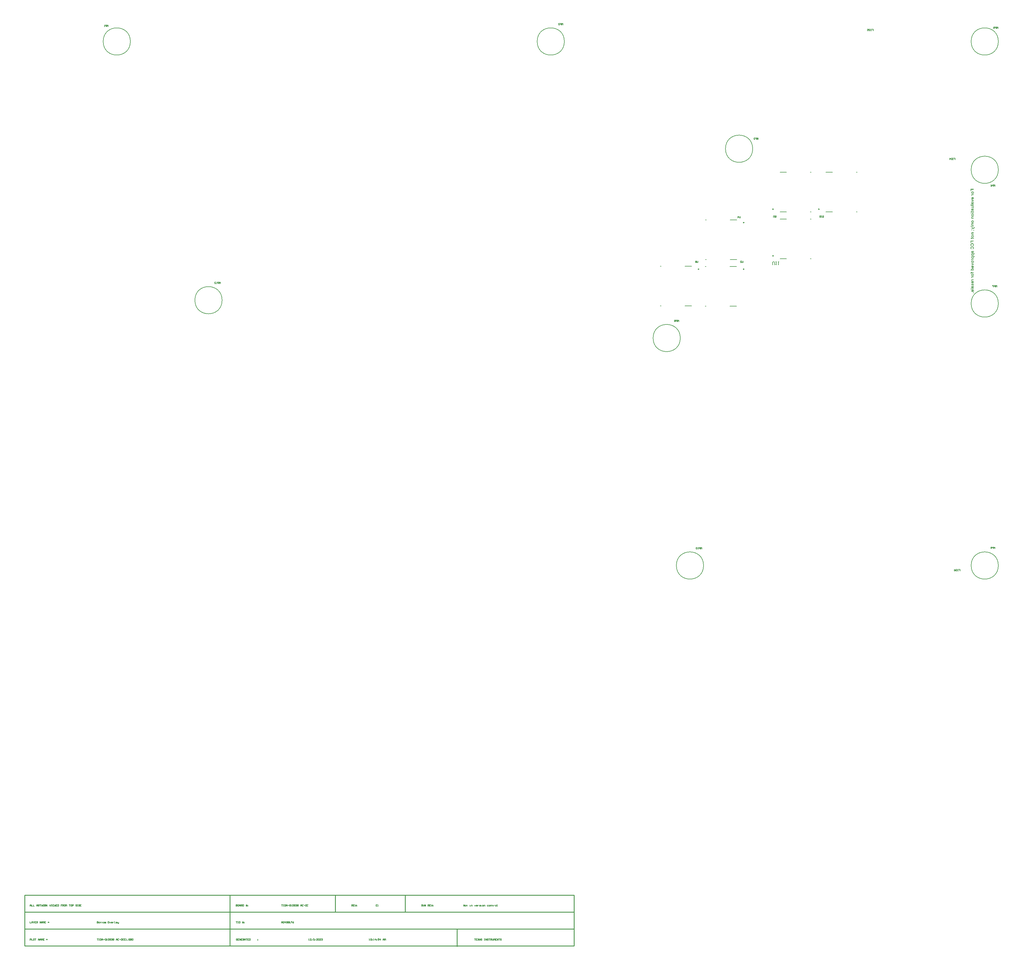
<source format=gbo>
G04*
G04 #@! TF.GenerationSoftware,Altium Limited,Altium Designer,23.1.1 (15)*
G04*
G04 Layer_Color=32896*
%FSAX44Y44*%
%MOMM*%
G71*
G04*
G04 #@! TF.SameCoordinates,9B1E6CB6-7F21-4D16-986F-FEEA4F8F1DB9*
G04*
G04*
G04 #@! TF.FilePolarity,Positive*
G04*
G01*
G75*
%ADD10C,0.2500*%
%ADD13C,0.1500*%
%ADD19C,0.2540*%
%ADD22C,0.2032*%
%ADD24C,0.1524*%
G36*
X03309919Y02743160D02*
X03305782D01*
Y02739093D01*
X03304135D01*
Y02743160D01*
X03301827D01*
Y02738446D01*
X03300181D01*
Y02745123D01*
X03309919D01*
Y02743160D01*
D02*
G37*
G36*
X03306520Y02737264D02*
X03306731Y02737250D01*
X03306935Y02737229D01*
X03307132Y02737201D01*
X03307315Y02737166D01*
X03307484Y02737123D01*
X03307639Y02737088D01*
X03307787Y02737039D01*
X03307914Y02736997D01*
X03308033Y02736961D01*
X03308131Y02736919D01*
X03308209Y02736884D01*
X03308279Y02736856D01*
X03308322Y02736835D01*
X03308357Y02736821D01*
X03308364Y02736814D01*
X03308518Y02736722D01*
X03308659Y02736624D01*
X03308793Y02736518D01*
X03308919Y02736413D01*
X03309032Y02736300D01*
X03309138Y02736188D01*
X03309236Y02736082D01*
X03309320Y02735977D01*
X03309398Y02735871D01*
X03309461Y02735779D01*
X03309518Y02735695D01*
X03309560Y02735625D01*
X03309595Y02735562D01*
X03309623Y02735512D01*
X03309637Y02735484D01*
X03309644Y02735477D01*
X03309722Y02735308D01*
X03309785Y02735146D01*
X03309848Y02734977D01*
X03309897Y02734816D01*
X03309940Y02734661D01*
X03309975Y02734506D01*
X03310003Y02734358D01*
X03310024Y02734225D01*
X03310045Y02734098D01*
X03310059Y02733978D01*
X03310066Y02733880D01*
X03310074Y02733788D01*
X03310080Y02733725D01*
Y02733626D01*
X03310066Y02733338D01*
X03310038Y02733064D01*
X03309982Y02732803D01*
X03309919Y02732557D01*
X03309834Y02732325D01*
X03309750Y02732114D01*
X03309651Y02731917D01*
X03309553Y02731734D01*
X03309461Y02731572D01*
X03309363Y02731431D01*
X03309278Y02731312D01*
X03309194Y02731206D01*
X03309131Y02731129D01*
X03309074Y02731072D01*
X03309046Y02731037D01*
X03309032Y02731023D01*
X03308828Y02730840D01*
X03308617Y02730678D01*
X03308392Y02730545D01*
X03308174Y02730425D01*
X03307949Y02730327D01*
X03307730Y02730242D01*
X03307512Y02730172D01*
X03307308Y02730116D01*
X03307118Y02730074D01*
X03306942Y02730045D01*
X03306781Y02730017D01*
X03306647Y02730003D01*
X03306534Y02729996D01*
X03306485D01*
X03306450Y02729989D01*
X03306422D01*
X03306401D01*
X03306387D01*
X03306380D01*
X03306091Y02730003D01*
X03305810Y02730031D01*
X03305549Y02730081D01*
X03305296Y02730151D01*
X03305064Y02730228D01*
X03304846Y02730313D01*
X03304649Y02730404D01*
X03304466Y02730503D01*
X03304304Y02730601D01*
X03304163Y02730693D01*
X03304037Y02730777D01*
X03303938Y02730854D01*
X03303854Y02730918D01*
X03303797Y02730974D01*
X03303762Y02731002D01*
X03303748Y02731016D01*
X03303565Y02731213D01*
X03303403Y02731424D01*
X03303263Y02731635D01*
X03303143Y02731854D01*
X03303045Y02732079D01*
X03302960Y02732297D01*
X03302890Y02732508D01*
X03302834Y02732712D01*
X03302791Y02732902D01*
X03302763Y02733078D01*
X03302735Y02733240D01*
X03302721Y02733373D01*
X03302714Y02733486D01*
Y02733528D01*
X03302707Y02733570D01*
Y02733641D01*
X03302714Y02733831D01*
X03302728Y02734020D01*
X03302749Y02734196D01*
X03302777Y02734372D01*
X03302812Y02734534D01*
X03302855Y02734689D01*
X03302897Y02734837D01*
X03302939Y02734970D01*
X03302981Y02735090D01*
X03303023Y02735196D01*
X03303066Y02735294D01*
X03303101Y02735371D01*
X03303129Y02735435D01*
X03303150Y02735484D01*
X03303164Y02735512D01*
X03303171Y02735519D01*
X03303263Y02735674D01*
X03303361Y02735815D01*
X03303467Y02735948D01*
X03303572Y02736075D01*
X03303685Y02736188D01*
X03303790Y02736293D01*
X03303903Y02736392D01*
X03304008Y02736483D01*
X03304107Y02736560D01*
X03304199Y02736624D01*
X03304283Y02736680D01*
X03304360Y02736729D01*
X03304417Y02736765D01*
X03304466Y02736793D01*
X03304494Y02736807D01*
X03304501Y02736814D01*
X03304663Y02736891D01*
X03304825Y02736961D01*
X03304987Y02737025D01*
X03305148Y02737081D01*
X03305303Y02737123D01*
X03305451Y02737159D01*
X03305592Y02737187D01*
X03305725Y02737215D01*
X03305845Y02737236D01*
X03305957Y02737250D01*
X03306056Y02737257D01*
X03306133Y02737264D01*
X03306204Y02737271D01*
X03306253D01*
X03306281D01*
X03306295D01*
X03306520Y02737264D01*
D02*
G37*
G36*
X03309919Y02726746D02*
X03307744D01*
X03307576D01*
X03307421D01*
X03307126Y02726739D01*
X03306858Y02726732D01*
X03306612Y02726725D01*
X03306401Y02726710D01*
X03306204Y02726696D01*
X03306035Y02726682D01*
X03305887Y02726668D01*
X03305760Y02726654D01*
X03305655Y02726640D01*
X03305563Y02726626D01*
X03305493Y02726612D01*
X03305444Y02726605D01*
X03305409Y02726598D01*
X03305388Y02726591D01*
X03305381D01*
X03305282Y02726562D01*
X03305183Y02726527D01*
X03305099Y02726492D01*
X03305022Y02726457D01*
X03304951Y02726422D01*
X03304888Y02726387D01*
X03304775Y02726324D01*
X03304698Y02726260D01*
X03304642Y02726211D01*
X03304607Y02726183D01*
X03304600Y02726169D01*
X03304529Y02726063D01*
X03304473Y02725951D01*
X03304438Y02725838D01*
X03304409Y02725732D01*
X03304395Y02725641D01*
X03304381Y02725563D01*
Y02725423D01*
X03304395Y02725345D01*
X03304431Y02725191D01*
X03304480Y02725043D01*
X03304536Y02724909D01*
X03304593Y02724790D01*
X03304621Y02724740D01*
X03304642Y02724698D01*
X03304663Y02724670D01*
X03304677Y02724642D01*
X03304684Y02724628D01*
X03304691Y02724621D01*
X03303066Y02724037D01*
X03303002Y02724149D01*
X03302946Y02724262D01*
X03302897Y02724374D01*
X03302855Y02724480D01*
X03302791Y02724691D01*
X03302749Y02724881D01*
X03302735Y02724966D01*
X03302728Y02725043D01*
X03302721Y02725106D01*
X03302714Y02725162D01*
X03302707Y02725212D01*
Y02725275D01*
X03302714Y02725437D01*
X03302742Y02725592D01*
X03302777Y02725725D01*
X03302820Y02725845D01*
X03302862Y02725943D01*
X03302897Y02726021D01*
X03302911Y02726049D01*
X03302925Y02726070D01*
X03302932Y02726077D01*
Y02726084D01*
X03302981Y02726147D01*
X03303038Y02726218D01*
X03303101Y02726288D01*
X03303171Y02726359D01*
X03303326Y02726492D01*
X03303481Y02726612D01*
X03303629Y02726718D01*
X03303699Y02726767D01*
X03303755Y02726802D01*
X03303797Y02726837D01*
X03303840Y02726858D01*
X03303861Y02726872D01*
X03303868Y02726879D01*
X03302862D01*
Y02728610D01*
X03309919D01*
Y02726746D01*
D02*
G37*
G36*
X03306717Y02719998D02*
X03306978Y02719977D01*
X03307224Y02719942D01*
X03307449Y02719893D01*
X03307667Y02719843D01*
X03307864Y02719787D01*
X03308047Y02719724D01*
X03308216Y02719653D01*
X03308371Y02719590D01*
X03308504Y02719527D01*
X03308617Y02719471D01*
X03308708Y02719414D01*
X03308786Y02719372D01*
X03308842Y02719337D01*
X03308870Y02719316D01*
X03308884Y02719309D01*
X03309095Y02719133D01*
X03309278Y02718936D01*
X03309440Y02718732D01*
X03309574Y02718513D01*
X03309693Y02718289D01*
X03309785Y02718063D01*
X03309869Y02717838D01*
X03309933Y02717620D01*
X03309982Y02717409D01*
X03310017Y02717212D01*
X03310045Y02717043D01*
X03310059Y02716888D01*
X03310066Y02716818D01*
X03310074Y02716762D01*
Y02716713D01*
X03310080Y02716663D01*
Y02716586D01*
X03310074Y02716375D01*
X03310059Y02716171D01*
X03310031Y02715974D01*
X03309996Y02715791D01*
X03309961Y02715622D01*
X03309911Y02715460D01*
X03309862Y02715320D01*
X03309813Y02715186D01*
X03309764Y02715066D01*
X03309722Y02714954D01*
X03309672Y02714869D01*
X03309637Y02714792D01*
X03309602Y02714728D01*
X03309574Y02714686D01*
X03309560Y02714658D01*
X03309553Y02714651D01*
X03309447Y02714510D01*
X03309335Y02714377D01*
X03309208Y02714257D01*
X03309081Y02714144D01*
X03308955Y02714046D01*
X03308821Y02713947D01*
X03308694Y02713863D01*
X03308568Y02713793D01*
X03308455Y02713722D01*
X03308343Y02713666D01*
X03308244Y02713617D01*
X03308159Y02713582D01*
X03308089Y02713546D01*
X03308033Y02713525D01*
X03308005Y02713518D01*
X03307991Y02713511D01*
X03307681Y02715369D01*
X03307871Y02715432D01*
X03308026Y02715502D01*
X03308159Y02715580D01*
X03308265Y02715657D01*
X03308350Y02715721D01*
X03308406Y02715777D01*
X03308441Y02715812D01*
X03308455Y02715819D01*
Y02715826D01*
X03308532Y02715946D01*
X03308589Y02716065D01*
X03308631Y02716192D01*
X03308659Y02716304D01*
X03308673Y02716410D01*
X03308680Y02716487D01*
X03308687Y02716523D01*
Y02716565D01*
X03308680Y02716684D01*
X03308666Y02716797D01*
X03308645Y02716902D01*
X03308617Y02717008D01*
X03308540Y02717191D01*
X03308504Y02717275D01*
X03308455Y02717346D01*
X03308413Y02717416D01*
X03308378Y02717472D01*
X03308336Y02717529D01*
X03308300Y02717571D01*
X03308272Y02717606D01*
X03308251Y02717627D01*
X03308237Y02717641D01*
X03308230Y02717648D01*
X03308138Y02717726D01*
X03308040Y02717789D01*
X03307935Y02717845D01*
X03307829Y02717902D01*
X03307723Y02717944D01*
X03307618Y02717979D01*
X03307407Y02718028D01*
X03307308Y02718049D01*
X03307224Y02718063D01*
X03307139Y02718077D01*
X03307069Y02718084D01*
X03307013D01*
X03306971Y02718091D01*
X03306942D01*
X03306935D01*
Y02713413D01*
X03306548Y02713420D01*
X03306183Y02713441D01*
X03305845Y02713483D01*
X03305535Y02713532D01*
X03305247Y02713603D01*
X03304987Y02713673D01*
X03304747Y02713757D01*
X03304536Y02713842D01*
X03304353Y02713926D01*
X03304191Y02714004D01*
X03304058Y02714081D01*
X03303945Y02714151D01*
X03303861Y02714208D01*
X03303797Y02714250D01*
X03303762Y02714285D01*
X03303748Y02714292D01*
X03303565Y02714468D01*
X03303403Y02714658D01*
X03303263Y02714855D01*
X03303143Y02715059D01*
X03303045Y02715270D01*
X03302960Y02715474D01*
X03302890Y02715678D01*
X03302834Y02715868D01*
X03302791Y02716051D01*
X03302763Y02716227D01*
X03302735Y02716375D01*
X03302721Y02716508D01*
X03302714Y02716621D01*
Y02716663D01*
X03302707Y02716698D01*
Y02716769D01*
X03302721Y02717029D01*
X03302749Y02717275D01*
X03302798Y02717508D01*
X03302862Y02717726D01*
X03302939Y02717930D01*
X03303023Y02718120D01*
X03303115Y02718296D01*
X03303206Y02718457D01*
X03303298Y02718598D01*
X03303389Y02718725D01*
X03303474Y02718837D01*
X03303551Y02718929D01*
X03303615Y02718999D01*
X03303664Y02719048D01*
X03303692Y02719077D01*
X03303706Y02719091D01*
X03303903Y02719252D01*
X03304107Y02719393D01*
X03304325Y02719513D01*
X03304550Y02719618D01*
X03304782Y02719710D01*
X03305008Y02719780D01*
X03305233Y02719843D01*
X03305451Y02719893D01*
X03305655Y02719928D01*
X03305845Y02719956D01*
X03306014Y02719977D01*
X03306161Y02719991D01*
X03306225Y02719998D01*
X03306281D01*
X03306330D01*
X03306372Y02720005D01*
X03306408D01*
X03306429D01*
X03306443D01*
X03306450D01*
X03306717Y02719998D01*
D02*
G37*
G36*
X03309919Y02709951D02*
Y02708269D01*
X03302862Y02705469D01*
Y02707390D01*
X03306464Y02708727D01*
X03306577Y02708769D01*
X03306682Y02708804D01*
X03306788Y02708839D01*
X03306879Y02708867D01*
X03306949Y02708896D01*
X03307013Y02708917D01*
X03307048Y02708924D01*
X03307062Y02708931D01*
X03307090Y02708938D01*
X03307132Y02708952D01*
X03307217Y02708973D01*
X03307315Y02709008D01*
X03307421Y02709036D01*
X03307512Y02709072D01*
X03307590Y02709093D01*
X03307625Y02709107D01*
X03307646Y02709114D01*
X03307660Y02709121D01*
X03307667D01*
X03306464Y02709508D01*
X03302862Y02710838D01*
Y02712794D01*
X03309919Y02709951D01*
D02*
G37*
G36*
X03308159Y02704815D02*
X03308322Y02704794D01*
X03308469Y02704766D01*
X03308610Y02704724D01*
X03308744Y02704674D01*
X03308863Y02704625D01*
X03308976Y02704569D01*
X03309081Y02704505D01*
X03309173Y02704449D01*
X03309257Y02704393D01*
X03309328Y02704344D01*
X03309384Y02704294D01*
X03309426Y02704252D01*
X03309461Y02704224D01*
X03309482Y02704203D01*
X03309489Y02704196D01*
X03309595Y02704076D01*
X03309686Y02703943D01*
X03309764Y02703802D01*
X03309834Y02703661D01*
X03309890Y02703520D01*
X03309933Y02703380D01*
X03309975Y02703239D01*
X03310003Y02703105D01*
X03310031Y02702971D01*
X03310052Y02702859D01*
X03310059Y02702753D01*
X03310074Y02702662D01*
Y02702585D01*
X03310080Y02702528D01*
Y02702479D01*
X03310074Y02702254D01*
X03310045Y02702036D01*
X03310010Y02701839D01*
X03309989Y02701747D01*
X03309961Y02701663D01*
X03309940Y02701592D01*
X03309919Y02701522D01*
X03309904Y02701466D01*
X03309883Y02701410D01*
X03309869Y02701375D01*
X03309855Y02701339D01*
X03309848Y02701325D01*
Y02701318D01*
X03309750Y02701114D01*
X03309644Y02700924D01*
X03309525Y02700748D01*
X03309412Y02700601D01*
X03309363Y02700530D01*
X03309313Y02700474D01*
X03309264Y02700417D01*
X03309229Y02700375D01*
X03309194Y02700340D01*
X03309173Y02700312D01*
X03309159Y02700298D01*
X03309152Y02700291D01*
X03309180Y02700284D01*
X03309208Y02700277D01*
X03309278Y02700256D01*
X03309313Y02700242D01*
X03309342Y02700235D01*
X03309363Y02700228D01*
X03309370D01*
X03309496Y02700192D01*
X03309609Y02700157D01*
X03309701Y02700122D01*
X03309778Y02700094D01*
X03309841Y02700073D01*
X03309883Y02700059D01*
X03309911Y02700045D01*
X03309919D01*
Y02698201D01*
X03309736Y02698286D01*
X03309560Y02698356D01*
X03309398Y02698419D01*
X03309257Y02698462D01*
X03309145Y02698497D01*
X03309095Y02698511D01*
X03309053Y02698518D01*
X03309018Y02698532D01*
X03308997D01*
X03308983Y02698539D01*
X03308976D01*
X03308884Y02698553D01*
X03308793Y02698567D01*
X03308687Y02698581D01*
X03308575Y02698588D01*
X03308350Y02698602D01*
X03308124Y02698609D01*
X03308019Y02698616D01*
X03307921D01*
X03307836Y02698623D01*
X03307758D01*
X03307695D01*
X03307646D01*
X03307611D01*
X03307604D01*
X03305430Y02698595D01*
X03305211D01*
X03305008Y02698609D01*
X03304825Y02698616D01*
X03304656Y02698637D01*
X03304501Y02698652D01*
X03304367Y02698673D01*
X03304241Y02698701D01*
X03304135Y02698722D01*
X03304044Y02698743D01*
X03303966Y02698771D01*
X03303896Y02698792D01*
X03303847Y02698806D01*
X03303805Y02698828D01*
X03303776Y02698835D01*
X03303762Y02698849D01*
X03303755D01*
X03303671Y02698898D01*
X03303593Y02698954D01*
X03303446Y02699088D01*
X03303319Y02699229D01*
X03303206Y02699369D01*
X03303122Y02699503D01*
X03303087Y02699559D01*
X03303059Y02699608D01*
X03303030Y02699651D01*
X03303016Y02699679D01*
X03303002Y02699700D01*
Y02699707D01*
X03302953Y02699827D01*
X03302904Y02699960D01*
X03302862Y02700108D01*
X03302834Y02700256D01*
X03302777Y02700565D01*
X03302756Y02700720D01*
X03302742Y02700868D01*
X03302728Y02701009D01*
X03302721Y02701142D01*
X03302714Y02701262D01*
Y02701367D01*
X03302707Y02701452D01*
Y02701571D01*
X03302714Y02701825D01*
X03302728Y02702057D01*
X03302756Y02702275D01*
X03302784Y02702479D01*
X03302820Y02702662D01*
X03302862Y02702838D01*
X03302911Y02702993D01*
X03302953Y02703126D01*
X03303002Y02703253D01*
X03303051Y02703358D01*
X03303094Y02703450D01*
X03303129Y02703520D01*
X03303157Y02703577D01*
X03303185Y02703619D01*
X03303199Y02703647D01*
X03303206Y02703654D01*
X03303305Y02703781D01*
X03303411Y02703893D01*
X03303530Y02704006D01*
X03303650Y02704097D01*
X03303776Y02704189D01*
X03303903Y02704266D01*
X03304023Y02704344D01*
X03304149Y02704407D01*
X03304262Y02704456D01*
X03304367Y02704505D01*
X03304466Y02704548D01*
X03304550Y02704576D01*
X03304621Y02704604D01*
X03304677Y02704618D01*
X03304705Y02704625D01*
X03304719Y02704632D01*
X03305022Y02702936D01*
X03304853Y02702866D01*
X03304705Y02702796D01*
X03304585Y02702718D01*
X03304494Y02702648D01*
X03304424Y02702592D01*
X03304367Y02702535D01*
X03304339Y02702507D01*
X03304332Y02702493D01*
X03304269Y02702380D01*
X03304220Y02702254D01*
X03304184Y02702120D01*
X03304156Y02701994D01*
X03304142Y02701888D01*
Y02701839D01*
X03304135Y02701797D01*
Y02701578D01*
X03304142Y02701459D01*
X03304156Y02701346D01*
X03304170Y02701241D01*
X03304191Y02701149D01*
X03304206Y02701072D01*
X03304227Y02700995D01*
X03304248Y02700931D01*
X03304276Y02700875D01*
X03304297Y02700833D01*
X03304311Y02700790D01*
X03304332Y02700762D01*
X03304346Y02700734D01*
X03304360Y02700720D01*
X03304367Y02700706D01*
X03304417Y02700657D01*
X03304466Y02700615D01*
X03304585Y02700551D01*
X03304712Y02700502D01*
X03304839Y02700474D01*
X03304951Y02700453D01*
X03305001Y02700446D01*
X03305050D01*
X03305085Y02700439D01*
X03305113D01*
X03305127D01*
X03305134D01*
X03305317D01*
X03305359Y02700544D01*
X03305402Y02700664D01*
X03305444Y02700797D01*
X03305479Y02700938D01*
X03305556Y02701234D01*
X03305634Y02701536D01*
X03305662Y02701677D01*
X03305690Y02701811D01*
X03305718Y02701937D01*
X03305739Y02702043D01*
X03305760Y02702127D01*
X03305768Y02702198D01*
X03305782Y02702240D01*
Y02702254D01*
X03305817Y02702430D01*
X03305852Y02702599D01*
X03305887Y02702753D01*
X03305929Y02702894D01*
X03305964Y02703028D01*
X03305999Y02703148D01*
X03306035Y02703260D01*
X03306070Y02703358D01*
X03306098Y02703450D01*
X03306126Y02703528D01*
X03306154Y02703591D01*
X03306176Y02703640D01*
X03306190Y02703682D01*
X03306204Y02703717D01*
X03306218Y02703731D01*
Y02703738D01*
X03306316Y02703922D01*
X03306436Y02704083D01*
X03306555Y02704217D01*
X03306668Y02704330D01*
X03306774Y02704421D01*
X03306858Y02704484D01*
X03306893Y02704512D01*
X03306914Y02704526D01*
X03306928Y02704533D01*
X03306935Y02704540D01*
X03307111Y02704632D01*
X03307294Y02704702D01*
X03307477Y02704752D01*
X03307639Y02704787D01*
X03307716Y02704801D01*
X03307787Y02704808D01*
X03307843Y02704815D01*
X03307899D01*
X03307942Y02704822D01*
X03307970D01*
X03307991D01*
X03307998D01*
X03308159Y02704815D01*
D02*
G37*
G36*
X03309919Y02694901D02*
X03300181D01*
Y02696766D01*
X03309919D01*
Y02694901D01*
D02*
G37*
G36*
X03307681Y02693016D02*
X03307843Y02693009D01*
X03307998Y02692988D01*
X03308138Y02692974D01*
X03308265Y02692953D01*
X03308385Y02692932D01*
X03308490Y02692903D01*
X03308582Y02692882D01*
X03308666Y02692861D01*
X03308737Y02692840D01*
X03308793Y02692819D01*
X03308842Y02692805D01*
X03308870Y02692791D01*
X03308891Y02692784D01*
X03308898D01*
X03309004Y02692734D01*
X03309095Y02692678D01*
X03309271Y02692552D01*
X03309419Y02692411D01*
X03309546Y02692277D01*
X03309644Y02692158D01*
X03309679Y02692108D01*
X03309714Y02692059D01*
X03309736Y02692024D01*
X03309757Y02691989D01*
X03309764Y02691974D01*
X03309771Y02691967D01*
X03309827Y02691862D01*
X03309869Y02691750D01*
X03309947Y02691524D01*
X03310003Y02691313D01*
X03310038Y02691116D01*
X03310052Y02691025D01*
X03310066Y02690940D01*
X03310074Y02690870D01*
Y02690807D01*
X03310080Y02690757D01*
Y02690687D01*
X03310074Y02690560D01*
X03310066Y02690427D01*
X03310031Y02690187D01*
X03309975Y02689962D01*
X03309947Y02689857D01*
X03309919Y02689765D01*
X03309890Y02689674D01*
X03309862Y02689597D01*
X03309834Y02689533D01*
X03309806Y02689470D01*
X03309785Y02689427D01*
X03309771Y02689392D01*
X03309757Y02689371D01*
Y02689364D01*
X03309623Y02689139D01*
X03309482Y02688935D01*
X03309335Y02688766D01*
X03309257Y02688689D01*
X03309187Y02688618D01*
X03309124Y02688555D01*
X03309060Y02688499D01*
X03309004Y02688450D01*
X03308955Y02688415D01*
X03308919Y02688386D01*
X03308891Y02688365D01*
X03308870Y02688351D01*
X03308863Y02688344D01*
X03309919D01*
Y02686613D01*
X03302862D01*
Y02688478D01*
X03305838D01*
X03306112D01*
X03306359Y02688485D01*
X03306577Y02688492D01*
X03306774Y02688499D01*
X03306956Y02688513D01*
X03307111Y02688520D01*
X03307245Y02688534D01*
X03307357Y02688548D01*
X03307463Y02688562D01*
X03307541Y02688576D01*
X03307611Y02688583D01*
X03307660Y02688597D01*
X03307695Y02688604D01*
X03307723Y02688611D01*
X03307737Y02688618D01*
X03307744D01*
X03307885Y02688682D01*
X03308012Y02688759D01*
X03308117Y02688844D01*
X03308216Y02688928D01*
X03308286Y02689012D01*
X03308343Y02689076D01*
X03308364Y02689104D01*
X03308378Y02689125D01*
X03308392Y02689132D01*
Y02689139D01*
X03308476Y02689287D01*
X03308540Y02689435D01*
X03308589Y02689576D01*
X03308617Y02689709D01*
X03308638Y02689829D01*
X03308645Y02689878D01*
Y02689913D01*
X03308652Y02689948D01*
Y02689998D01*
X03308645Y02690145D01*
X03308624Y02690286D01*
X03308589Y02690406D01*
X03308553Y02690504D01*
X03308525Y02690581D01*
X03308490Y02690645D01*
X03308469Y02690680D01*
X03308462Y02690694D01*
X03308385Y02690786D01*
X03308293Y02690863D01*
X03308209Y02690926D01*
X03308117Y02690983D01*
X03308047Y02691018D01*
X03307984Y02691046D01*
X03307942Y02691060D01*
X03307935Y02691067D01*
X03307928D01*
X03307850Y02691081D01*
X03307751Y02691102D01*
X03307632Y02691109D01*
X03307498Y02691123D01*
X03307357Y02691130D01*
X03307203Y02691144D01*
X03306886Y02691151D01*
X03306738Y02691158D01*
X03306591D01*
X03306457Y02691165D01*
X03306344D01*
X03306246D01*
X03306169D01*
X03306140D01*
X03306119D01*
X03306112D01*
X03306105D01*
X03302862D01*
Y02693030D01*
X03307329D01*
X03307512D01*
X03307681Y02693016D01*
D02*
G37*
G36*
X03308159Y02685164D02*
X03308322Y02685143D01*
X03308469Y02685115D01*
X03308610Y02685073D01*
X03308744Y02685023D01*
X03308863Y02684974D01*
X03308976Y02684918D01*
X03309081Y02684854D01*
X03309173Y02684798D01*
X03309257Y02684742D01*
X03309328Y02684692D01*
X03309384Y02684643D01*
X03309426Y02684601D01*
X03309461Y02684573D01*
X03309482Y02684552D01*
X03309489Y02684545D01*
X03309595Y02684425D01*
X03309686Y02684291D01*
X03309764Y02684151D01*
X03309834Y02684010D01*
X03309890Y02683869D01*
X03309933Y02683729D01*
X03309975Y02683588D01*
X03310003Y02683454D01*
X03310031Y02683321D01*
X03310052Y02683208D01*
X03310059Y02683102D01*
X03310074Y02683011D01*
Y02682934D01*
X03310080Y02682877D01*
Y02682828D01*
X03310074Y02682603D01*
X03310045Y02682385D01*
X03310010Y02682188D01*
X03309989Y02682096D01*
X03309961Y02682012D01*
X03309940Y02681942D01*
X03309919Y02681871D01*
X03309904Y02681815D01*
X03309883Y02681759D01*
X03309869Y02681723D01*
X03309855Y02681688D01*
X03309848Y02681674D01*
Y02681667D01*
X03309750Y02681463D01*
X03309644Y02681273D01*
X03309525Y02681097D01*
X03309412Y02680949D01*
X03309363Y02680879D01*
X03309313Y02680823D01*
X03309264Y02680767D01*
X03309229Y02680724D01*
X03309194Y02680689D01*
X03309173Y02680661D01*
X03309159Y02680647D01*
X03309152Y02680640D01*
X03309180Y02680633D01*
X03309208Y02680626D01*
X03309278Y02680605D01*
X03309313Y02680591D01*
X03309342Y02680583D01*
X03309363Y02680576D01*
X03309370D01*
X03309496Y02680541D01*
X03309609Y02680506D01*
X03309701Y02680471D01*
X03309778Y02680443D01*
X03309841Y02680422D01*
X03309883Y02680408D01*
X03309911Y02680394D01*
X03309919D01*
Y02678550D01*
X03309736Y02678635D01*
X03309560Y02678705D01*
X03309398Y02678768D01*
X03309257Y02678811D01*
X03309145Y02678846D01*
X03309095Y02678860D01*
X03309053Y02678867D01*
X03309018Y02678881D01*
X03308997D01*
X03308983Y02678888D01*
X03308976D01*
X03308884Y02678902D01*
X03308793Y02678916D01*
X03308687Y02678930D01*
X03308575Y02678937D01*
X03308350Y02678951D01*
X03308124Y02678958D01*
X03308019Y02678965D01*
X03307921D01*
X03307836Y02678972D01*
X03307758D01*
X03307695D01*
X03307646D01*
X03307611D01*
X03307604D01*
X03305430Y02678944D01*
X03305211D01*
X03305008Y02678958D01*
X03304825Y02678965D01*
X03304656Y02678987D01*
X03304501Y02679001D01*
X03304367Y02679022D01*
X03304241Y02679050D01*
X03304135Y02679071D01*
X03304044Y02679092D01*
X03303966Y02679120D01*
X03303896Y02679141D01*
X03303847Y02679155D01*
X03303805Y02679177D01*
X03303776Y02679183D01*
X03303762Y02679198D01*
X03303755D01*
X03303671Y02679247D01*
X03303593Y02679303D01*
X03303446Y02679437D01*
X03303319Y02679578D01*
X03303206Y02679718D01*
X03303122Y02679852D01*
X03303087Y02679908D01*
X03303059Y02679958D01*
X03303030Y02680000D01*
X03303016Y02680028D01*
X03303002Y02680049D01*
Y02680056D01*
X03302953Y02680175D01*
X03302904Y02680309D01*
X03302862Y02680457D01*
X03302834Y02680605D01*
X03302777Y02680914D01*
X03302756Y02681069D01*
X03302742Y02681217D01*
X03302728Y02681358D01*
X03302721Y02681491D01*
X03302714Y02681611D01*
Y02681716D01*
X03302707Y02681801D01*
Y02681920D01*
X03302714Y02682174D01*
X03302728Y02682406D01*
X03302756Y02682624D01*
X03302784Y02682828D01*
X03302820Y02683011D01*
X03302862Y02683187D01*
X03302911Y02683342D01*
X03302953Y02683475D01*
X03303002Y02683602D01*
X03303051Y02683708D01*
X03303094Y02683799D01*
X03303129Y02683869D01*
X03303157Y02683925D01*
X03303185Y02683968D01*
X03303199Y02683996D01*
X03303206Y02684003D01*
X03303305Y02684130D01*
X03303411Y02684242D01*
X03303530Y02684355D01*
X03303650Y02684446D01*
X03303776Y02684538D01*
X03303903Y02684615D01*
X03304023Y02684692D01*
X03304149Y02684756D01*
X03304262Y02684805D01*
X03304367Y02684854D01*
X03304466Y02684897D01*
X03304550Y02684925D01*
X03304621Y02684953D01*
X03304677Y02684967D01*
X03304705Y02684974D01*
X03304719Y02684981D01*
X03305022Y02683286D01*
X03304853Y02683215D01*
X03304705Y02683145D01*
X03304585Y02683067D01*
X03304494Y02682997D01*
X03304424Y02682941D01*
X03304367Y02682884D01*
X03304339Y02682856D01*
X03304332Y02682842D01*
X03304269Y02682729D01*
X03304220Y02682603D01*
X03304184Y02682469D01*
X03304156Y02682343D01*
X03304142Y02682237D01*
Y02682188D01*
X03304135Y02682146D01*
Y02681927D01*
X03304142Y02681808D01*
X03304156Y02681695D01*
X03304170Y02681590D01*
X03304191Y02681498D01*
X03304206Y02681421D01*
X03304227Y02681343D01*
X03304248Y02681280D01*
X03304276Y02681224D01*
X03304297Y02681182D01*
X03304311Y02681140D01*
X03304332Y02681111D01*
X03304346Y02681083D01*
X03304360Y02681069D01*
X03304367Y02681055D01*
X03304417Y02681006D01*
X03304466Y02680964D01*
X03304585Y02680900D01*
X03304712Y02680851D01*
X03304839Y02680823D01*
X03304951Y02680802D01*
X03305001Y02680795D01*
X03305050D01*
X03305085Y02680788D01*
X03305113D01*
X03305127D01*
X03305134D01*
X03305317D01*
X03305359Y02680893D01*
X03305402Y02681013D01*
X03305444Y02681147D01*
X03305479Y02681287D01*
X03305556Y02681583D01*
X03305634Y02681885D01*
X03305662Y02682026D01*
X03305690Y02682160D01*
X03305718Y02682286D01*
X03305739Y02682392D01*
X03305760Y02682476D01*
X03305768Y02682547D01*
X03305782Y02682589D01*
Y02682603D01*
X03305817Y02682779D01*
X03305852Y02682948D01*
X03305887Y02683102D01*
X03305929Y02683243D01*
X03305964Y02683377D01*
X03305999Y02683496D01*
X03306035Y02683609D01*
X03306070Y02683708D01*
X03306098Y02683799D01*
X03306126Y02683876D01*
X03306154Y02683940D01*
X03306176Y02683989D01*
X03306190Y02684031D01*
X03306204Y02684066D01*
X03306218Y02684081D01*
Y02684088D01*
X03306316Y02684270D01*
X03306436Y02684432D01*
X03306555Y02684566D01*
X03306668Y02684679D01*
X03306774Y02684770D01*
X03306858Y02684833D01*
X03306893Y02684861D01*
X03306914Y02684875D01*
X03306928Y02684883D01*
X03306935Y02684890D01*
X03307111Y02684981D01*
X03307294Y02685051D01*
X03307477Y02685101D01*
X03307639Y02685136D01*
X03307716Y02685150D01*
X03307787Y02685157D01*
X03307843Y02685164D01*
X03307899D01*
X03307942Y02685171D01*
X03307970D01*
X03307991D01*
X03307998D01*
X03308159Y02685164D01*
D02*
G37*
G36*
X03304346Y02677031D02*
X03307428D01*
X03307604D01*
X03307766D01*
X03307921Y02677024D01*
X03308054D01*
X03308174Y02677017D01*
X03308279Y02677010D01*
X03308378D01*
X03308455Y02677002D01*
X03308525Y02676996D01*
X03308589Y02676988D01*
X03308638D01*
X03308680Y02676981D01*
X03308708D01*
X03308730Y02676974D01*
X03308737D01*
X03308744D01*
X03308905Y02676946D01*
X03309053Y02676904D01*
X03309180Y02676862D01*
X03309285Y02676819D01*
X03309363Y02676777D01*
X03309426Y02676742D01*
X03309461Y02676721D01*
X03309475Y02676714D01*
X03309574Y02676637D01*
X03309658Y02676538D01*
X03309729Y02676447D01*
X03309792Y02676348D01*
X03309841Y02676257D01*
X03309883Y02676186D01*
X03309897Y02676158D01*
X03309904Y02676137D01*
X03309911Y02676130D01*
Y02676123D01*
X03309968Y02675968D01*
X03310010Y02675806D01*
X03310038Y02675659D01*
X03310059Y02675518D01*
X03310074Y02675391D01*
Y02675342D01*
X03310080Y02675300D01*
Y02675215D01*
X03310066Y02674913D01*
X03310038Y02674638D01*
X03310017Y02674505D01*
X03309996Y02674385D01*
X03309968Y02674272D01*
X03309940Y02674167D01*
X03309919Y02674076D01*
X03309890Y02673991D01*
X03309869Y02673914D01*
X03309848Y02673850D01*
X03309834Y02673801D01*
X03309820Y02673766D01*
X03309806Y02673745D01*
Y02673738D01*
X03308357Y02673900D01*
X03308413Y02674076D01*
X03308455Y02674223D01*
X03308490Y02674357D01*
X03308511Y02674463D01*
X03308525Y02674547D01*
X03308532Y02674603D01*
Y02674652D01*
X03308525Y02674716D01*
X03308518Y02674779D01*
X03308504Y02674836D01*
X03308483Y02674878D01*
X03308469Y02674920D01*
X03308455Y02674948D01*
X03308448Y02674962D01*
X03308441Y02674969D01*
X03308406Y02675011D01*
X03308364Y02675046D01*
X03308329Y02675074D01*
X03308293Y02675096D01*
X03308258Y02675110D01*
X03308230Y02675124D01*
X03308216Y02675131D01*
X03308209D01*
X03308174Y02675138D01*
X03308124Y02675145D01*
X03308061D01*
X03307991Y02675152D01*
X03307906D01*
X03307822Y02675159D01*
X03307646D01*
X03307477Y02675166D01*
X03307400D01*
X03307336D01*
X03307273D01*
X03307231D01*
X03307203D01*
X03307196D01*
X03304346D01*
Y02673893D01*
X03302862D01*
Y02675166D01*
X03300364D01*
X03301461Y02677031D01*
X03302862D01*
Y02677889D01*
X03304346D01*
Y02677031D01*
D02*
G37*
G36*
X03309919Y02670719D02*
X03302862D01*
Y02672584D01*
X03309919D01*
Y02670719D01*
D02*
G37*
G36*
X03301905D02*
X03300181D01*
Y02672584D01*
X03301905D01*
Y02670719D01*
D02*
G37*
G36*
X03306520Y02669235D02*
X03306731Y02669221D01*
X03306935Y02669200D01*
X03307132Y02669171D01*
X03307315Y02669136D01*
X03307484Y02669094D01*
X03307639Y02669059D01*
X03307787Y02669010D01*
X03307914Y02668968D01*
X03308033Y02668932D01*
X03308131Y02668890D01*
X03308209Y02668855D01*
X03308279Y02668827D01*
X03308322Y02668806D01*
X03308357Y02668792D01*
X03308364Y02668784D01*
X03308518Y02668693D01*
X03308659Y02668595D01*
X03308793Y02668489D01*
X03308919Y02668383D01*
X03309032Y02668271D01*
X03309138Y02668158D01*
X03309236Y02668053D01*
X03309320Y02667947D01*
X03309398Y02667842D01*
X03309461Y02667750D01*
X03309518Y02667666D01*
X03309560Y02667596D01*
X03309595Y02667532D01*
X03309623Y02667483D01*
X03309637Y02667455D01*
X03309644Y02667448D01*
X03309722Y02667279D01*
X03309785Y02667117D01*
X03309848Y02666948D01*
X03309897Y02666786D01*
X03309940Y02666631D01*
X03309975Y02666477D01*
X03310003Y02666329D01*
X03310024Y02666195D01*
X03310045Y02666069D01*
X03310059Y02665949D01*
X03310066Y02665851D01*
X03310074Y02665759D01*
X03310080Y02665696D01*
Y02665598D01*
X03310066Y02665309D01*
X03310038Y02665034D01*
X03309982Y02664774D01*
X03309919Y02664528D01*
X03309834Y02664296D01*
X03309750Y02664085D01*
X03309651Y02663888D01*
X03309553Y02663705D01*
X03309461Y02663543D01*
X03309363Y02663402D01*
X03309278Y02663282D01*
X03309194Y02663177D01*
X03309131Y02663100D01*
X03309074Y02663044D01*
X03309046Y02663008D01*
X03309032Y02662994D01*
X03308828Y02662811D01*
X03308617Y02662650D01*
X03308392Y02662516D01*
X03308174Y02662396D01*
X03307949Y02662298D01*
X03307730Y02662213D01*
X03307512Y02662143D01*
X03307308Y02662086D01*
X03307118Y02662044D01*
X03306942Y02662016D01*
X03306781Y02661988D01*
X03306647Y02661974D01*
X03306534Y02661967D01*
X03306485D01*
X03306450Y02661960D01*
X03306422D01*
X03306401D01*
X03306387D01*
X03306380D01*
X03306091Y02661974D01*
X03305810Y02662002D01*
X03305549Y02662051D01*
X03305296Y02662122D01*
X03305064Y02662199D01*
X03304846Y02662284D01*
X03304649Y02662375D01*
X03304466Y02662473D01*
X03304304Y02662572D01*
X03304163Y02662664D01*
X03304037Y02662748D01*
X03303938Y02662825D01*
X03303854Y02662888D01*
X03303797Y02662945D01*
X03303762Y02662973D01*
X03303748Y02662987D01*
X03303565Y02663184D01*
X03303403Y02663395D01*
X03303263Y02663606D01*
X03303143Y02663824D01*
X03303045Y02664049D01*
X03302960Y02664268D01*
X03302890Y02664479D01*
X03302834Y02664683D01*
X03302791Y02664873D01*
X03302763Y02665049D01*
X03302735Y02665210D01*
X03302721Y02665344D01*
X03302714Y02665457D01*
Y02665499D01*
X03302707Y02665541D01*
Y02665612D01*
X03302714Y02665801D01*
X03302728Y02665992D01*
X03302749Y02666167D01*
X03302777Y02666343D01*
X03302812Y02666505D01*
X03302855Y02666660D01*
X03302897Y02666808D01*
X03302939Y02666941D01*
X03302981Y02667061D01*
X03303023Y02667166D01*
X03303066Y02667265D01*
X03303101Y02667342D01*
X03303129Y02667406D01*
X03303150Y02667455D01*
X03303164Y02667483D01*
X03303171Y02667490D01*
X03303263Y02667645D01*
X03303361Y02667786D01*
X03303467Y02667919D01*
X03303572Y02668046D01*
X03303685Y02668158D01*
X03303790Y02668264D01*
X03303903Y02668362D01*
X03304008Y02668454D01*
X03304107Y02668531D01*
X03304199Y02668595D01*
X03304283Y02668651D01*
X03304360Y02668700D01*
X03304417Y02668735D01*
X03304466Y02668763D01*
X03304494Y02668777D01*
X03304501Y02668784D01*
X03304663Y02668862D01*
X03304825Y02668932D01*
X03304987Y02668996D01*
X03305148Y02669052D01*
X03305303Y02669094D01*
X03305451Y02669129D01*
X03305592Y02669157D01*
X03305725Y02669185D01*
X03305845Y02669207D01*
X03305957Y02669221D01*
X03306056Y02669228D01*
X03306133Y02669235D01*
X03306204Y02669242D01*
X03306253D01*
X03306281D01*
X03306295D01*
X03306520Y02669235D01*
D02*
G37*
G36*
X03309919Y02658653D02*
X03306731D01*
X03306520D01*
X03306323Y02658646D01*
X03306140Y02658639D01*
X03305978Y02658632D01*
X03305831Y02658618D01*
X03305697Y02658611D01*
X03305584Y02658597D01*
X03305479Y02658583D01*
X03305388Y02658569D01*
X03305310Y02658555D01*
X03305247Y02658547D01*
X03305197Y02658533D01*
X03305162Y02658526D01*
X03305134Y02658519D01*
X03305120Y02658512D01*
X03305113D01*
X03304958Y02658449D01*
X03304818Y02658372D01*
X03304691Y02658280D01*
X03304593Y02658196D01*
X03304508Y02658111D01*
X03304452Y02658048D01*
X03304431Y02658020D01*
X03304417Y02657999D01*
X03304402Y02657992D01*
Y02657985D01*
X03304311Y02657837D01*
X03304248Y02657682D01*
X03304199Y02657534D01*
X03304170Y02657401D01*
X03304149Y02657281D01*
X03304142Y02657232D01*
Y02657190D01*
X03304135Y02657155D01*
Y02657105D01*
X03304142Y02656971D01*
X03304163Y02656845D01*
X03304199Y02656732D01*
X03304227Y02656641D01*
X03304262Y02656563D01*
X03304297Y02656507D01*
X03304318Y02656472D01*
X03304325Y02656458D01*
X03304402Y02656366D01*
X03304480Y02656282D01*
X03304572Y02656219D01*
X03304656Y02656162D01*
X03304726Y02656120D01*
X03304789Y02656092D01*
X03304832Y02656078D01*
X03304839Y02656071D01*
X03304846D01*
X03304916Y02656050D01*
X03305008Y02656029D01*
X03305106Y02656015D01*
X03305219Y02656001D01*
X03305338Y02655987D01*
X03305465Y02655972D01*
X03305711Y02655958D01*
X03305831Y02655951D01*
X03305943D01*
X03306049D01*
X03306140Y02655944D01*
X03306218D01*
X03306274D01*
X03306309D01*
X03306323D01*
X03309919D01*
Y02654080D01*
X03305542D01*
X03305395D01*
X03305254Y02654087D01*
X03305120D01*
X03305001Y02654094D01*
X03304888Y02654101D01*
X03304782Y02654115D01*
X03304691Y02654122D01*
X03304607Y02654129D01*
X03304529Y02654143D01*
X03304466Y02654150D01*
X03304409Y02654157D01*
X03304360Y02654171D01*
X03304325Y02654178D01*
X03304304D01*
X03304290Y02654185D01*
X03304283D01*
X03304121Y02654235D01*
X03303973Y02654291D01*
X03303847Y02654347D01*
X03303727Y02654410D01*
X03303636Y02654467D01*
X03303565Y02654516D01*
X03303537Y02654530D01*
X03303516Y02654544D01*
X03303509Y02654558D01*
X03303502D01*
X03303375Y02654664D01*
X03303270Y02654790D01*
X03303171Y02654917D01*
X03303087Y02655044D01*
X03303023Y02655156D01*
X03302995Y02655205D01*
X03302974Y02655248D01*
X03302953Y02655283D01*
X03302939Y02655311D01*
X03302932Y02655325D01*
Y02655332D01*
X03302855Y02655529D01*
X03302798Y02655719D01*
X03302763Y02655909D01*
X03302735Y02656085D01*
X03302728Y02656162D01*
X03302721Y02656233D01*
X03302714Y02656296D01*
X03302707Y02656352D01*
Y02656458D01*
X03302721Y02656718D01*
X03302756Y02656964D01*
X03302820Y02657197D01*
X03302897Y02657415D01*
X03302981Y02657619D01*
X03303087Y02657816D01*
X03303192Y02657992D01*
X03303305Y02658146D01*
X03303417Y02658294D01*
X03303523Y02658421D01*
X03303629Y02658526D01*
X03303713Y02658618D01*
X03303790Y02658695D01*
X03303854Y02658745D01*
X03303889Y02658773D01*
X03303903Y02658787D01*
X03302862D01*
Y02660518D01*
X03309919D01*
Y02658653D01*
D02*
G37*
G36*
X03306520Y02648838D02*
X03306731Y02648824D01*
X03306935Y02648803D01*
X03307132Y02648775D01*
X03307315Y02648740D01*
X03307484Y02648698D01*
X03307639Y02648662D01*
X03307787Y02648613D01*
X03307914Y02648571D01*
X03308033Y02648535D01*
X03308131Y02648493D01*
X03308209Y02648458D01*
X03308279Y02648430D01*
X03308322Y02648409D01*
X03308357Y02648395D01*
X03308364Y02648388D01*
X03308518Y02648297D01*
X03308659Y02648198D01*
X03308793Y02648092D01*
X03308919Y02647987D01*
X03309032Y02647874D01*
X03309138Y02647762D01*
X03309236Y02647656D01*
X03309320Y02647551D01*
X03309398Y02647445D01*
X03309461Y02647354D01*
X03309518Y02647269D01*
X03309560Y02647199D01*
X03309595Y02647135D01*
X03309623Y02647086D01*
X03309637Y02647058D01*
X03309644Y02647051D01*
X03309722Y02646882D01*
X03309785Y02646720D01*
X03309848Y02646552D01*
X03309897Y02646390D01*
X03309940Y02646235D01*
X03309975Y02646080D01*
X03310003Y02645932D01*
X03310024Y02645799D01*
X03310045Y02645672D01*
X03310059Y02645552D01*
X03310066Y02645454D01*
X03310074Y02645363D01*
X03310080Y02645299D01*
Y02645201D01*
X03310066Y02644912D01*
X03310038Y02644638D01*
X03309982Y02644377D01*
X03309919Y02644131D01*
X03309834Y02643899D01*
X03309750Y02643688D01*
X03309651Y02643491D01*
X03309553Y02643308D01*
X03309461Y02643146D01*
X03309363Y02643005D01*
X03309278Y02642886D01*
X03309194Y02642780D01*
X03309131Y02642703D01*
X03309074Y02642646D01*
X03309046Y02642611D01*
X03309032Y02642597D01*
X03308828Y02642415D01*
X03308617Y02642253D01*
X03308392Y02642119D01*
X03308174Y02641999D01*
X03307949Y02641901D01*
X03307730Y02641816D01*
X03307512Y02641746D01*
X03307308Y02641690D01*
X03307118Y02641648D01*
X03306942Y02641619D01*
X03306781Y02641591D01*
X03306647Y02641577D01*
X03306534Y02641570D01*
X03306485D01*
X03306450Y02641563D01*
X03306422D01*
X03306401D01*
X03306387D01*
X03306380D01*
X03306091Y02641577D01*
X03305810Y02641605D01*
X03305549Y02641655D01*
X03305296Y02641725D01*
X03305064Y02641802D01*
X03304846Y02641887D01*
X03304649Y02641978D01*
X03304466Y02642077D01*
X03304304Y02642175D01*
X03304163Y02642267D01*
X03304037Y02642351D01*
X03303938Y02642429D01*
X03303854Y02642492D01*
X03303797Y02642548D01*
X03303762Y02642576D01*
X03303748Y02642590D01*
X03303565Y02642787D01*
X03303403Y02642998D01*
X03303263Y02643210D01*
X03303143Y02643428D01*
X03303045Y02643653D01*
X03302960Y02643871D01*
X03302890Y02644082D01*
X03302834Y02644286D01*
X03302791Y02644476D01*
X03302763Y02644652D01*
X03302735Y02644814D01*
X03302721Y02644947D01*
X03302714Y02645060D01*
Y02645102D01*
X03302707Y02645144D01*
Y02645215D01*
X03302714Y02645405D01*
X03302728Y02645594D01*
X03302749Y02645771D01*
X03302777Y02645946D01*
X03302812Y02646108D01*
X03302855Y02646263D01*
X03302897Y02646411D01*
X03302939Y02646544D01*
X03302981Y02646664D01*
X03303023Y02646770D01*
X03303066Y02646868D01*
X03303101Y02646945D01*
X03303129Y02647009D01*
X03303150Y02647058D01*
X03303164Y02647086D01*
X03303171Y02647093D01*
X03303263Y02647248D01*
X03303361Y02647389D01*
X03303467Y02647522D01*
X03303572Y02647649D01*
X03303685Y02647762D01*
X03303790Y02647867D01*
X03303903Y02647966D01*
X03304008Y02648057D01*
X03304107Y02648134D01*
X03304199Y02648198D01*
X03304283Y02648254D01*
X03304360Y02648304D01*
X03304417Y02648339D01*
X03304466Y02648367D01*
X03304494Y02648381D01*
X03304501Y02648388D01*
X03304663Y02648465D01*
X03304825Y02648535D01*
X03304987Y02648599D01*
X03305148Y02648655D01*
X03305303Y02648698D01*
X03305451Y02648733D01*
X03305592Y02648761D01*
X03305725Y02648789D01*
X03305845Y02648810D01*
X03305957Y02648824D01*
X03306056Y02648831D01*
X03306133Y02648838D01*
X03306204Y02648845D01*
X03306253D01*
X03306281D01*
X03306295D01*
X03306520Y02648838D01*
D02*
G37*
G36*
X03309919Y02638256D02*
X03306731D01*
X03306520D01*
X03306323Y02638249D01*
X03306140Y02638242D01*
X03305978Y02638235D01*
X03305831Y02638221D01*
X03305697Y02638214D01*
X03305584Y02638200D01*
X03305479Y02638186D01*
X03305388Y02638172D01*
X03305310Y02638158D01*
X03305247Y02638151D01*
X03305197Y02638137D01*
X03305162Y02638130D01*
X03305134Y02638123D01*
X03305120Y02638116D01*
X03305113D01*
X03304958Y02638052D01*
X03304818Y02637975D01*
X03304691Y02637883D01*
X03304593Y02637799D01*
X03304508Y02637715D01*
X03304452Y02637651D01*
X03304431Y02637623D01*
X03304417Y02637602D01*
X03304402Y02637595D01*
Y02637588D01*
X03304311Y02637440D01*
X03304248Y02637285D01*
X03304199Y02637137D01*
X03304170Y02637004D01*
X03304149Y02636884D01*
X03304142Y02636835D01*
Y02636793D01*
X03304135Y02636758D01*
Y02636708D01*
X03304142Y02636575D01*
X03304163Y02636448D01*
X03304199Y02636335D01*
X03304227Y02636244D01*
X03304262Y02636167D01*
X03304297Y02636110D01*
X03304318Y02636075D01*
X03304325Y02636061D01*
X03304402Y02635970D01*
X03304480Y02635885D01*
X03304572Y02635822D01*
X03304656Y02635766D01*
X03304726Y02635723D01*
X03304789Y02635695D01*
X03304832Y02635681D01*
X03304839Y02635674D01*
X03304846D01*
X03304916Y02635653D01*
X03305008Y02635632D01*
X03305106Y02635618D01*
X03305219Y02635604D01*
X03305338Y02635590D01*
X03305465Y02635576D01*
X03305711Y02635562D01*
X03305831Y02635555D01*
X03305943D01*
X03306049D01*
X03306140Y02635547D01*
X03306218D01*
X03306274D01*
X03306309D01*
X03306323D01*
X03309919D01*
Y02633683D01*
X03305542D01*
X03305395D01*
X03305254Y02633690D01*
X03305120D01*
X03305001Y02633697D01*
X03304888Y02633704D01*
X03304782Y02633718D01*
X03304691Y02633725D01*
X03304607Y02633732D01*
X03304529Y02633746D01*
X03304466Y02633753D01*
X03304409Y02633760D01*
X03304360Y02633774D01*
X03304325Y02633781D01*
X03304304D01*
X03304290Y02633788D01*
X03304283D01*
X03304121Y02633838D01*
X03303973Y02633894D01*
X03303847Y02633951D01*
X03303727Y02634014D01*
X03303636Y02634070D01*
X03303565Y02634119D01*
X03303537Y02634133D01*
X03303516Y02634147D01*
X03303509Y02634161D01*
X03303502D01*
X03303375Y02634267D01*
X03303270Y02634394D01*
X03303171Y02634520D01*
X03303087Y02634647D01*
X03303023Y02634760D01*
X03302995Y02634809D01*
X03302974Y02634851D01*
X03302953Y02634886D01*
X03302939Y02634914D01*
X03302932Y02634928D01*
Y02634935D01*
X03302855Y02635132D01*
X03302798Y02635322D01*
X03302763Y02635512D01*
X03302735Y02635688D01*
X03302728Y02635766D01*
X03302721Y02635836D01*
X03302714Y02635899D01*
X03302707Y02635956D01*
Y02636061D01*
X03302721Y02636321D01*
X03302756Y02636568D01*
X03302820Y02636800D01*
X03302897Y02637018D01*
X03302981Y02637222D01*
X03303087Y02637419D01*
X03303192Y02637595D01*
X03303305Y02637750D01*
X03303417Y02637897D01*
X03303523Y02638024D01*
X03303629Y02638130D01*
X03303713Y02638221D01*
X03303790Y02638299D01*
X03303854Y02638348D01*
X03303889Y02638376D01*
X03303903Y02638390D01*
X03302862D01*
Y02640121D01*
X03309919D01*
Y02638256D01*
D02*
G37*
G36*
Y02629926D02*
X03300181D01*
Y02631790D01*
X03309919D01*
Y02629926D01*
D02*
G37*
G36*
X03309940Y02626225D02*
X03310151Y02626288D01*
X03310341Y02626366D01*
X03310510Y02626450D01*
X03310643Y02626528D01*
X03310706Y02626563D01*
X03310756Y02626598D01*
X03310805Y02626626D01*
X03310840Y02626654D01*
X03310869Y02626675D01*
X03310890Y02626689D01*
X03310904Y02626696D01*
X03310911Y02626703D01*
X03310981Y02626767D01*
X03311037Y02626830D01*
X03311086Y02626907D01*
X03311136Y02626985D01*
X03311206Y02627140D01*
X03311248Y02627295D01*
X03311277Y02627442D01*
X03311284Y02627498D01*
X03311291Y02627555D01*
X03311298Y02627597D01*
Y02627661D01*
X03311291Y02627794D01*
X03311284Y02627935D01*
X03311270Y02628062D01*
X03311248Y02628188D01*
X03311234Y02628293D01*
X03311227Y02628336D01*
X03311220Y02628371D01*
X03311213Y02628406D01*
Y02628427D01*
X03311206Y02628441D01*
Y02628448D01*
X03312662Y02628279D01*
X03312705Y02628090D01*
X03312733Y02627899D01*
X03312754Y02627724D01*
X03312768Y02627562D01*
X03312775Y02627491D01*
Y02627372D01*
X03312782Y02627323D01*
Y02627231D01*
X03312775Y02627034D01*
X03312761Y02626858D01*
X03312747Y02626696D01*
X03312719Y02626549D01*
X03312712Y02626492D01*
X03312698Y02626436D01*
X03312691Y02626387D01*
X03312684Y02626352D01*
X03312677Y02626317D01*
X03312670Y02626295D01*
X03312662Y02626281D01*
Y02626274D01*
X03312613Y02626119D01*
X03312564Y02625986D01*
X03312515Y02625866D01*
X03312458Y02625761D01*
X03312416Y02625676D01*
X03312381Y02625613D01*
X03312353Y02625578D01*
X03312346Y02625564D01*
X03312268Y02625458D01*
X03312184Y02625359D01*
X03312093Y02625275D01*
X03312008Y02625205D01*
X03311938Y02625142D01*
X03311882Y02625092D01*
X03311839Y02625064D01*
X03311825Y02625057D01*
X03311692Y02624973D01*
X03311544Y02624888D01*
X03311382Y02624811D01*
X03311234Y02624734D01*
X03311094Y02624677D01*
X03311037Y02624649D01*
X03310981Y02624628D01*
X03310939Y02624607D01*
X03310911Y02624600D01*
X03310890Y02624586D01*
X03310883D01*
X03309658Y02624135D01*
X03302862Y02621645D01*
Y02623580D01*
X03307878Y02625233D01*
X03302862Y02626915D01*
Y02628899D01*
X03309940Y02626225D01*
D02*
G37*
G36*
X03312093Y02619942D02*
X03312001Y02619731D01*
X03311910Y02619534D01*
X03311811Y02619365D01*
X03311713Y02619225D01*
X03311671Y02619161D01*
X03311628Y02619112D01*
X03311593Y02619062D01*
X03311565Y02619027D01*
X03311537Y02618999D01*
X03311516Y02618971D01*
X03311509Y02618964D01*
X03311501Y02618957D01*
X03311361Y02618824D01*
X03311213Y02618704D01*
X03311072Y02618612D01*
X03310946Y02618542D01*
X03310833Y02618486D01*
X03310784Y02618465D01*
X03310742Y02618451D01*
X03310706Y02618436D01*
X03310685Y02618429D01*
X03310671Y02618422D01*
X03310664D01*
X03310573Y02618394D01*
X03310475Y02618373D01*
X03310263Y02618338D01*
X03310052Y02618317D01*
X03309848Y02618296D01*
X03309757D01*
X03309672Y02618289D01*
X03309588D01*
X03309525Y02618282D01*
X03309468D01*
X03309426D01*
X03309398D01*
X03309391D01*
X03308054D01*
Y02620146D01*
X03309919D01*
Y02619246D01*
X03310116Y02619260D01*
X03310284Y02619288D01*
X03310439Y02619330D01*
X03310566Y02619379D01*
X03310664Y02619421D01*
X03310706Y02619442D01*
X03310735Y02619464D01*
X03310763Y02619478D01*
X03310784Y02619492D01*
X03310791Y02619499D01*
X03310798D01*
X03310862Y02619548D01*
X03310918Y02619604D01*
X03311023Y02619724D01*
X03311115Y02619858D01*
X03311185Y02619991D01*
X03311248Y02620111D01*
X03311270Y02620160D01*
X03311291Y02620209D01*
X03311305Y02620245D01*
X03311319Y02620273D01*
X03311326Y02620294D01*
Y02620301D01*
X03312093Y02619942D01*
D02*
G37*
G36*
X03304726Y02618282D02*
X03302862D01*
Y02620146D01*
X03304726D01*
Y02618282D01*
D02*
G37*
G36*
X03309919Y02610296D02*
X03306731D01*
X03306520D01*
X03306323Y02610289D01*
X03306140Y02610282D01*
X03305978Y02610275D01*
X03305831Y02610261D01*
X03305697Y02610254D01*
X03305584Y02610240D01*
X03305479Y02610226D01*
X03305388Y02610211D01*
X03305310Y02610197D01*
X03305247Y02610190D01*
X03305197Y02610176D01*
X03305162Y02610169D01*
X03305134Y02610162D01*
X03305120Y02610155D01*
X03305113D01*
X03304958Y02610092D01*
X03304818Y02610015D01*
X03304691Y02609923D01*
X03304593Y02609839D01*
X03304508Y02609754D01*
X03304452Y02609691D01*
X03304431Y02609663D01*
X03304417Y02609642D01*
X03304402Y02609635D01*
Y02609628D01*
X03304311Y02609480D01*
X03304248Y02609325D01*
X03304199Y02609177D01*
X03304170Y02609044D01*
X03304149Y02608924D01*
X03304142Y02608875D01*
Y02608833D01*
X03304135Y02608797D01*
Y02608748D01*
X03304142Y02608615D01*
X03304163Y02608488D01*
X03304199Y02608375D01*
X03304227Y02608284D01*
X03304262Y02608206D01*
X03304297Y02608150D01*
X03304318Y02608115D01*
X03304325Y02608101D01*
X03304402Y02608009D01*
X03304480Y02607925D01*
X03304572Y02607862D01*
X03304656Y02607805D01*
X03304726Y02607763D01*
X03304789Y02607735D01*
X03304832Y02607721D01*
X03304839Y02607714D01*
X03304846D01*
X03304916Y02607693D01*
X03305008Y02607672D01*
X03305106Y02607657D01*
X03305219Y02607643D01*
X03305338Y02607629D01*
X03305465Y02607615D01*
X03305711Y02607601D01*
X03305831Y02607594D01*
X03305943D01*
X03306049D01*
X03306140Y02607587D01*
X03306218D01*
X03306274D01*
X03306309D01*
X03306323D01*
X03309919D01*
Y02605723D01*
X03305542D01*
X03305395D01*
X03305254Y02605730D01*
X03305120D01*
X03305001Y02605737D01*
X03304888Y02605744D01*
X03304782Y02605758D01*
X03304691Y02605765D01*
X03304607Y02605772D01*
X03304529Y02605786D01*
X03304466Y02605793D01*
X03304409Y02605800D01*
X03304360Y02605814D01*
X03304325Y02605821D01*
X03304304D01*
X03304290Y02605828D01*
X03304283D01*
X03304121Y02605877D01*
X03303973Y02605934D01*
X03303847Y02605990D01*
X03303727Y02606053D01*
X03303636Y02606110D01*
X03303565Y02606159D01*
X03303537Y02606173D01*
X03303516Y02606187D01*
X03303509Y02606201D01*
X03303502D01*
X03303375Y02606307D01*
X03303270Y02606433D01*
X03303171Y02606560D01*
X03303087Y02606687D01*
X03303023Y02606799D01*
X03302995Y02606848D01*
X03302974Y02606891D01*
X03302953Y02606926D01*
X03302939Y02606954D01*
X03302932Y02606968D01*
Y02606975D01*
X03302855Y02607172D01*
X03302798Y02607362D01*
X03302763Y02607552D01*
X03302735Y02607728D01*
X03302728Y02607805D01*
X03302721Y02607876D01*
X03302714Y02607939D01*
X03302707Y02607995D01*
Y02608101D01*
X03302721Y02608361D01*
X03302756Y02608607D01*
X03302820Y02608840D01*
X03302897Y02609058D01*
X03302981Y02609262D01*
X03303087Y02609459D01*
X03303192Y02609635D01*
X03303305Y02609789D01*
X03303417Y02609937D01*
X03303523Y02610064D01*
X03303629Y02610169D01*
X03303713Y02610261D01*
X03303790Y02610338D01*
X03303854Y02610388D01*
X03303889Y02610416D01*
X03303903Y02610430D01*
X03302862D01*
Y02612161D01*
X03309919D01*
Y02610296D01*
D02*
G37*
G36*
X03306520Y02604259D02*
X03306731Y02604245D01*
X03306935Y02604224D01*
X03307132Y02604196D01*
X03307315Y02604161D01*
X03307484Y02604119D01*
X03307639Y02604083D01*
X03307787Y02604034D01*
X03307914Y02603992D01*
X03308033Y02603957D01*
X03308131Y02603914D01*
X03308209Y02603879D01*
X03308279Y02603851D01*
X03308322Y02603830D01*
X03308357Y02603816D01*
X03308364Y02603809D01*
X03308518Y02603718D01*
X03308659Y02603619D01*
X03308793Y02603513D01*
X03308919Y02603408D01*
X03309032Y02603295D01*
X03309138Y02603183D01*
X03309236Y02603077D01*
X03309320Y02602972D01*
X03309398Y02602866D01*
X03309461Y02602775D01*
X03309518Y02602690D01*
X03309560Y02602620D01*
X03309595Y02602556D01*
X03309623Y02602507D01*
X03309637Y02602479D01*
X03309644Y02602472D01*
X03309722Y02602303D01*
X03309785Y02602141D01*
X03309848Y02601973D01*
X03309897Y02601811D01*
X03309940Y02601656D01*
X03309975Y02601501D01*
X03310003Y02601353D01*
X03310024Y02601220D01*
X03310045Y02601093D01*
X03310059Y02600974D01*
X03310066Y02600875D01*
X03310074Y02600784D01*
X03310080Y02600720D01*
Y02600622D01*
X03310066Y02600333D01*
X03310038Y02600059D01*
X03309982Y02599799D01*
X03309919Y02599552D01*
X03309834Y02599320D01*
X03309750Y02599109D01*
X03309651Y02598912D01*
X03309553Y02598729D01*
X03309461Y02598567D01*
X03309363Y02598427D01*
X03309278Y02598307D01*
X03309194Y02598202D01*
X03309131Y02598124D01*
X03309074Y02598068D01*
X03309046Y02598033D01*
X03309032Y02598018D01*
X03308828Y02597836D01*
X03308617Y02597674D01*
X03308392Y02597540D01*
X03308174Y02597420D01*
X03307949Y02597322D01*
X03307730Y02597238D01*
X03307512Y02597167D01*
X03307308Y02597111D01*
X03307118Y02597069D01*
X03306942Y02597041D01*
X03306781Y02597012D01*
X03306647Y02596998D01*
X03306534Y02596991D01*
X03306485D01*
X03306450Y02596984D01*
X03306422D01*
X03306401D01*
X03306387D01*
X03306380D01*
X03306091Y02596998D01*
X03305810Y02597026D01*
X03305549Y02597076D01*
X03305296Y02597146D01*
X03305064Y02597224D01*
X03304846Y02597308D01*
X03304649Y02597399D01*
X03304466Y02597498D01*
X03304304Y02597596D01*
X03304163Y02597688D01*
X03304037Y02597772D01*
X03303938Y02597850D01*
X03303854Y02597913D01*
X03303797Y02597969D01*
X03303762Y02597997D01*
X03303748Y02598011D01*
X03303565Y02598209D01*
X03303403Y02598419D01*
X03303263Y02598631D01*
X03303143Y02598849D01*
X03303045Y02599074D01*
X03302960Y02599292D01*
X03302890Y02599503D01*
X03302834Y02599707D01*
X03302791Y02599897D01*
X03302763Y02600073D01*
X03302735Y02600235D01*
X03302721Y02600369D01*
X03302714Y02600481D01*
Y02600523D01*
X03302707Y02600565D01*
Y02600636D01*
X03302714Y02600826D01*
X03302728Y02601016D01*
X03302749Y02601192D01*
X03302777Y02601367D01*
X03302812Y02601530D01*
X03302855Y02601684D01*
X03302897Y02601832D01*
X03302939Y02601966D01*
X03302981Y02602085D01*
X03303023Y02602191D01*
X03303066Y02602289D01*
X03303101Y02602367D01*
X03303129Y02602430D01*
X03303150Y02602479D01*
X03303164Y02602507D01*
X03303171Y02602514D01*
X03303263Y02602669D01*
X03303361Y02602810D01*
X03303467Y02602944D01*
X03303572Y02603070D01*
X03303685Y02603183D01*
X03303790Y02603288D01*
X03303903Y02603387D01*
X03304008Y02603478D01*
X03304107Y02603556D01*
X03304199Y02603619D01*
X03304283Y02603675D01*
X03304360Y02603725D01*
X03304417Y02603760D01*
X03304466Y02603788D01*
X03304494Y02603802D01*
X03304501Y02603809D01*
X03304663Y02603886D01*
X03304825Y02603957D01*
X03304987Y02604020D01*
X03305148Y02604077D01*
X03305303Y02604119D01*
X03305451Y02604154D01*
X03305592Y02604182D01*
X03305725Y02604210D01*
X03305845Y02604231D01*
X03305957Y02604245D01*
X03306056Y02604252D01*
X03306133Y02604259D01*
X03306204Y02604266D01*
X03306253D01*
X03306281D01*
X03306295D01*
X03306520Y02604259D01*
D02*
G37*
G36*
X03304346Y02595436D02*
X03307428D01*
X03307604D01*
X03307766D01*
X03307921Y02595429D01*
X03308054D01*
X03308174Y02595422D01*
X03308279Y02595415D01*
X03308378D01*
X03308455Y02595408D01*
X03308525Y02595401D01*
X03308589Y02595394D01*
X03308638D01*
X03308680Y02595387D01*
X03308708D01*
X03308730Y02595380D01*
X03308737D01*
X03308744D01*
X03308905Y02595352D01*
X03309053Y02595310D01*
X03309180Y02595268D01*
X03309285Y02595225D01*
X03309363Y02595183D01*
X03309426Y02595148D01*
X03309461Y02595127D01*
X03309475Y02595120D01*
X03309574Y02595042D01*
X03309658Y02594944D01*
X03309729Y02594852D01*
X03309792Y02594754D01*
X03309841Y02594662D01*
X03309883Y02594592D01*
X03309897Y02594564D01*
X03309904Y02594543D01*
X03309911Y02594536D01*
Y02594529D01*
X03309968Y02594374D01*
X03310010Y02594212D01*
X03310038Y02594064D01*
X03310059Y02593924D01*
X03310074Y02593797D01*
Y02593748D01*
X03310080Y02593706D01*
Y02593621D01*
X03310066Y02593318D01*
X03310038Y02593044D01*
X03310017Y02592910D01*
X03309996Y02592791D01*
X03309968Y02592679D01*
X03309940Y02592573D01*
X03309919Y02592481D01*
X03309890Y02592397D01*
X03309869Y02592320D01*
X03309848Y02592256D01*
X03309834Y02592207D01*
X03309820Y02592172D01*
X03309806Y02592151D01*
Y02592144D01*
X03308357Y02592306D01*
X03308413Y02592481D01*
X03308455Y02592629D01*
X03308490Y02592763D01*
X03308511Y02592868D01*
X03308525Y02592953D01*
X03308532Y02593009D01*
Y02593058D01*
X03308525Y02593122D01*
X03308518Y02593185D01*
X03308504Y02593241D01*
X03308483Y02593283D01*
X03308469Y02593326D01*
X03308455Y02593354D01*
X03308448Y02593368D01*
X03308441Y02593375D01*
X03308406Y02593417D01*
X03308364Y02593452D01*
X03308329Y02593481D01*
X03308293Y02593502D01*
X03308258Y02593516D01*
X03308230Y02593530D01*
X03308216Y02593537D01*
X03308209D01*
X03308174Y02593544D01*
X03308124Y02593551D01*
X03308061D01*
X03307991Y02593558D01*
X03307906D01*
X03307822Y02593565D01*
X03307646D01*
X03307477Y02593572D01*
X03307400D01*
X03307336D01*
X03307273D01*
X03307231D01*
X03307203D01*
X03307196D01*
X03304346D01*
Y02592298D01*
X03302862D01*
Y02593572D01*
X03300364D01*
X03301461Y02595436D01*
X03302862D01*
Y02596295D01*
X03304346D01*
Y02595436D01*
D02*
G37*
G36*
X03309919Y02585227D02*
X03305782D01*
Y02581161D01*
X03304135D01*
Y02585227D01*
X03301827D01*
Y02580514D01*
X03300181D01*
Y02587191D01*
X03309919D01*
Y02585227D01*
D02*
G37*
G36*
X03305352Y02579226D02*
X03305563Y02579219D01*
X03305957Y02579177D01*
X03306330Y02579120D01*
X03306675Y02579036D01*
X03306999Y02578944D01*
X03307301Y02578839D01*
X03307569Y02578727D01*
X03307815Y02578607D01*
X03308033Y02578494D01*
X03308223Y02578382D01*
X03308307Y02578325D01*
X03308385Y02578276D01*
X03308455Y02578227D01*
X03308518Y02578185D01*
X03308575Y02578142D01*
X03308624Y02578100D01*
X03308666Y02578072D01*
X03308701Y02578044D01*
X03308730Y02578016D01*
X03308751Y02578002D01*
X03308758Y02577988D01*
X03308765D01*
X03308884Y02577868D01*
X03308997Y02577748D01*
X03309102Y02577622D01*
X03309201Y02577495D01*
X03309377Y02577228D01*
X03309532Y02576967D01*
X03309658Y02576693D01*
X03309764Y02576433D01*
X03309855Y02576172D01*
X03309919Y02575926D01*
X03309975Y02575694D01*
X03310017Y02575483D01*
X03310045Y02575286D01*
X03310059Y02575201D01*
X03310066Y02575124D01*
X03310074Y02575054D01*
X03310080Y02574991D01*
Y02574934D01*
X03310087Y02574885D01*
Y02574800D01*
X03310080Y02574512D01*
X03310052Y02574237D01*
X03310017Y02573977D01*
X03309968Y02573738D01*
X03309904Y02573506D01*
X03309841Y02573295D01*
X03309771Y02573098D01*
X03309701Y02572922D01*
X03309630Y02572760D01*
X03309560Y02572619D01*
X03309489Y02572500D01*
X03309433Y02572401D01*
X03309384Y02572324D01*
X03309349Y02572267D01*
X03309320Y02572232D01*
X03309313Y02572218D01*
X03309159Y02572035D01*
X03308990Y02571859D01*
X03308807Y02571705D01*
X03308617Y02571557D01*
X03308420Y02571423D01*
X03308223Y02571304D01*
X03308026Y02571198D01*
X03307836Y02571107D01*
X03307660Y02571022D01*
X03307491Y02570952D01*
X03307336Y02570888D01*
X03307203Y02570839D01*
X03307097Y02570804D01*
X03307048Y02570790D01*
X03307013Y02570776D01*
X03306985Y02570769D01*
X03306964Y02570762D01*
X03306949Y02570755D01*
X03306942D01*
X03306337Y02572661D01*
X03306534Y02572711D01*
X03306717Y02572767D01*
X03306879Y02572831D01*
X03307041Y02572894D01*
X03307182Y02572957D01*
X03307308Y02573027D01*
X03307428Y02573098D01*
X03307527Y02573161D01*
X03307618Y02573224D01*
X03307695Y02573281D01*
X03307766Y02573337D01*
X03307815Y02573386D01*
X03307857Y02573421D01*
X03307892Y02573449D01*
X03307906Y02573470D01*
X03307914Y02573478D01*
X03307998Y02573583D01*
X03308075Y02573696D01*
X03308138Y02573808D01*
X03308195Y02573928D01*
X03308244Y02574041D01*
X03308286Y02574153D01*
X03308322Y02574259D01*
X03308343Y02574357D01*
X03308364Y02574456D01*
X03308378Y02574547D01*
X03308392Y02574625D01*
X03308399Y02574688D01*
X03308406Y02574744D01*
Y02574821D01*
X03308399Y02575019D01*
X03308371Y02575201D01*
X03308336Y02575377D01*
X03308286Y02575539D01*
X03308223Y02575694D01*
X03308159Y02575835D01*
X03308089Y02575961D01*
X03308012Y02576081D01*
X03307942Y02576187D01*
X03307871Y02576278D01*
X03307808Y02576362D01*
X03307744Y02576426D01*
X03307695Y02576475D01*
X03307660Y02576517D01*
X03307632Y02576538D01*
X03307625Y02576545D01*
X03307463Y02576665D01*
X03307287Y02576763D01*
X03307090Y02576855D01*
X03306886Y02576925D01*
X03306668Y02576989D01*
X03306450Y02577045D01*
X03306232Y02577087D01*
X03306021Y02577122D01*
X03305817Y02577150D01*
X03305627Y02577172D01*
X03305451Y02577185D01*
X03305303Y02577193D01*
X03305233Y02577200D01*
X03305176D01*
X03305127Y02577207D01*
X03305078D01*
X03305050D01*
X03305022D01*
X03305008D01*
X03305001D01*
X03304684Y02577200D01*
X03304388Y02577179D01*
X03304121Y02577143D01*
X03303868Y02577101D01*
X03303643Y02577052D01*
X03303439Y02576996D01*
X03303249Y02576932D01*
X03303087Y02576869D01*
X03302939Y02576813D01*
X03302820Y02576749D01*
X03302714Y02576693D01*
X03302629Y02576644D01*
X03302566Y02576602D01*
X03302517Y02576566D01*
X03302489Y02576545D01*
X03302482Y02576538D01*
X03302341Y02576404D01*
X03302221Y02576271D01*
X03302123Y02576123D01*
X03302031Y02575982D01*
X03301954Y02575835D01*
X03301891Y02575687D01*
X03301841Y02575546D01*
X03301799Y02575406D01*
X03301764Y02575279D01*
X03301743Y02575159D01*
X03301722Y02575054D01*
X03301715Y02574962D01*
X03301708Y02574892D01*
X03301701Y02574836D01*
Y02574786D01*
X03301708Y02574639D01*
X03301722Y02574505D01*
X03301743Y02574371D01*
X03301771Y02574245D01*
X03301806Y02574132D01*
X03301841Y02574019D01*
X03301884Y02573921D01*
X03301919Y02573822D01*
X03301961Y02573745D01*
X03302003Y02573668D01*
X03302039Y02573604D01*
X03302074Y02573555D01*
X03302102Y02573513D01*
X03302123Y02573478D01*
X03302137Y02573464D01*
X03302144Y02573456D01*
X03302228Y02573358D01*
X03302320Y02573267D01*
X03302419Y02573182D01*
X03302517Y02573112D01*
X03302615Y02573048D01*
X03302714Y02572985D01*
X03302904Y02572887D01*
X03302988Y02572852D01*
X03303073Y02572816D01*
X03303143Y02572788D01*
X03303206Y02572767D01*
X03303263Y02572753D01*
X03303298Y02572739D01*
X03303326Y02572732D01*
X03303333D01*
X03302869Y02570783D01*
X03302657Y02570846D01*
X03302454Y02570924D01*
X03302271Y02571001D01*
X03302095Y02571078D01*
X03301940Y02571163D01*
X03301792Y02571247D01*
X03301659Y02571332D01*
X03301539Y02571409D01*
X03301433Y02571487D01*
X03301342Y02571557D01*
X03301258Y02571620D01*
X03301194Y02571677D01*
X03301145Y02571719D01*
X03301110Y02571754D01*
X03301089Y02571775D01*
X03301082Y02571782D01*
X03300892Y02572000D01*
X03300730Y02572225D01*
X03300589Y02572465D01*
X03300469Y02572704D01*
X03300364Y02572950D01*
X03300280Y02573189D01*
X03300209Y02573428D01*
X03300153Y02573654D01*
X03300111Y02573865D01*
X03300075Y02574062D01*
X03300054Y02574231D01*
X03300033Y02574385D01*
Y02574449D01*
X03300026Y02574512D01*
Y02574561D01*
X03300019Y02574603D01*
Y02574681D01*
X03300026Y02574871D01*
X03300033Y02575054D01*
X03300075Y02575413D01*
X03300146Y02575743D01*
X03300230Y02576060D01*
X03300329Y02576355D01*
X03300448Y02576623D01*
X03300568Y02576876D01*
X03300695Y02577101D01*
X03300821Y02577298D01*
X03300941Y02577474D01*
X03301053Y02577629D01*
X03301159Y02577755D01*
X03301243Y02577854D01*
X03301314Y02577924D01*
X03301335Y02577945D01*
X03301356Y02577967D01*
X03301363Y02577974D01*
X03301370Y02577981D01*
X03301497Y02578093D01*
X03301630Y02578199D01*
X03301919Y02578396D01*
X03302214Y02578557D01*
X03302524Y02578705D01*
X03302841Y02578825D01*
X03303150Y02578930D01*
X03303460Y02579008D01*
X03303762Y02579078D01*
X03304044Y02579128D01*
X03304304Y02579170D01*
X03304424Y02579184D01*
X03304536Y02579198D01*
X03304642Y02579205D01*
X03304740Y02579212D01*
X03304832Y02579219D01*
X03304909Y02579226D01*
X03304979D01*
X03305036Y02579233D01*
X03305078D01*
X03305113D01*
X03305134D01*
X03305141D01*
X03305352Y02579226D01*
D02*
G37*
G36*
Y02569404D02*
X03305563Y02569397D01*
X03305957Y02569355D01*
X03306330Y02569298D01*
X03306675Y02569214D01*
X03306999Y02569123D01*
X03307301Y02569017D01*
X03307569Y02568904D01*
X03307815Y02568785D01*
X03308033Y02568672D01*
X03308223Y02568560D01*
X03308307Y02568503D01*
X03308385Y02568454D01*
X03308455Y02568405D01*
X03308518Y02568363D01*
X03308575Y02568320D01*
X03308624Y02568278D01*
X03308666Y02568250D01*
X03308701Y02568222D01*
X03308730Y02568194D01*
X03308751Y02568180D01*
X03308758Y02568166D01*
X03308765D01*
X03308884Y02568046D01*
X03308997Y02567926D01*
X03309102Y02567800D01*
X03309201Y02567673D01*
X03309377Y02567406D01*
X03309532Y02567145D01*
X03309658Y02566871D01*
X03309764Y02566611D01*
X03309855Y02566350D01*
X03309919Y02566104D01*
X03309975Y02565872D01*
X03310017Y02565661D01*
X03310045Y02565464D01*
X03310059Y02565380D01*
X03310066Y02565302D01*
X03310074Y02565232D01*
X03310080Y02565168D01*
Y02565112D01*
X03310087Y02565063D01*
Y02564978D01*
X03310080Y02564690D01*
X03310052Y02564416D01*
X03310017Y02564155D01*
X03309968Y02563916D01*
X03309904Y02563684D01*
X03309841Y02563473D01*
X03309771Y02563276D01*
X03309701Y02563100D01*
X03309630Y02562938D01*
X03309560Y02562797D01*
X03309489Y02562678D01*
X03309433Y02562579D01*
X03309384Y02562502D01*
X03309349Y02562445D01*
X03309320Y02562410D01*
X03309313Y02562396D01*
X03309159Y02562213D01*
X03308990Y02562037D01*
X03308807Y02561883D01*
X03308617Y02561735D01*
X03308420Y02561601D01*
X03308223Y02561482D01*
X03308026Y02561376D01*
X03307836Y02561284D01*
X03307660Y02561200D01*
X03307491Y02561130D01*
X03307336Y02561067D01*
X03307203Y02561017D01*
X03307097Y02560982D01*
X03307048Y02560968D01*
X03307013Y02560954D01*
X03306985Y02560947D01*
X03306964Y02560940D01*
X03306949Y02560933D01*
X03306942D01*
X03306337Y02562839D01*
X03306534Y02562889D01*
X03306717Y02562945D01*
X03306879Y02563008D01*
X03307041Y02563072D01*
X03307182Y02563135D01*
X03307308Y02563205D01*
X03307428Y02563276D01*
X03307527Y02563339D01*
X03307618Y02563402D01*
X03307695Y02563459D01*
X03307766Y02563515D01*
X03307815Y02563564D01*
X03307857Y02563600D01*
X03307892Y02563628D01*
X03307906Y02563649D01*
X03307914Y02563656D01*
X03307998Y02563761D01*
X03308075Y02563874D01*
X03308138Y02563987D01*
X03308195Y02564106D01*
X03308244Y02564218D01*
X03308286Y02564331D01*
X03308322Y02564437D01*
X03308343Y02564535D01*
X03308364Y02564634D01*
X03308378Y02564725D01*
X03308392Y02564803D01*
X03308399Y02564866D01*
X03308406Y02564922D01*
Y02564999D01*
X03308399Y02565197D01*
X03308371Y02565380D01*
X03308336Y02565555D01*
X03308286Y02565717D01*
X03308223Y02565872D01*
X03308159Y02566013D01*
X03308089Y02566139D01*
X03308012Y02566259D01*
X03307942Y02566364D01*
X03307871Y02566456D01*
X03307808Y02566541D01*
X03307744Y02566604D01*
X03307695Y02566653D01*
X03307660Y02566695D01*
X03307632Y02566716D01*
X03307625Y02566723D01*
X03307463Y02566843D01*
X03307287Y02566942D01*
X03307090Y02567033D01*
X03306886Y02567103D01*
X03306668Y02567166D01*
X03306450Y02567223D01*
X03306232Y02567265D01*
X03306021Y02567300D01*
X03305817Y02567328D01*
X03305627Y02567350D01*
X03305451Y02567364D01*
X03305303Y02567371D01*
X03305233Y02567378D01*
X03305176D01*
X03305127Y02567385D01*
X03305078D01*
X03305050D01*
X03305022D01*
X03305008D01*
X03305001D01*
X03304684Y02567378D01*
X03304388Y02567357D01*
X03304121Y02567321D01*
X03303868Y02567279D01*
X03303643Y02567230D01*
X03303439Y02567173D01*
X03303249Y02567110D01*
X03303087Y02567047D01*
X03302939Y02566991D01*
X03302820Y02566927D01*
X03302714Y02566871D01*
X03302629Y02566822D01*
X03302566Y02566779D01*
X03302517Y02566744D01*
X03302489Y02566723D01*
X03302482Y02566716D01*
X03302341Y02566583D01*
X03302221Y02566449D01*
X03302123Y02566301D01*
X03302031Y02566160D01*
X03301954Y02566013D01*
X03301891Y02565865D01*
X03301841Y02565724D01*
X03301799Y02565583D01*
X03301764Y02565457D01*
X03301743Y02565337D01*
X03301722Y02565232D01*
X03301715Y02565140D01*
X03301708Y02565070D01*
X03301701Y02565014D01*
Y02564964D01*
X03301708Y02564817D01*
X03301722Y02564683D01*
X03301743Y02564549D01*
X03301771Y02564423D01*
X03301806Y02564310D01*
X03301841Y02564197D01*
X03301884Y02564099D01*
X03301919Y02564001D01*
X03301961Y02563923D01*
X03302003Y02563846D01*
X03302039Y02563782D01*
X03302074Y02563733D01*
X03302102Y02563691D01*
X03302123Y02563656D01*
X03302137Y02563642D01*
X03302144Y02563635D01*
X03302228Y02563536D01*
X03302320Y02563445D01*
X03302419Y02563360D01*
X03302517Y02563290D01*
X03302615Y02563227D01*
X03302714Y02563163D01*
X03302904Y02563065D01*
X03302988Y02563029D01*
X03303073Y02562994D01*
X03303143Y02562966D01*
X03303206Y02562945D01*
X03303263Y02562931D01*
X03303298Y02562917D01*
X03303326Y02562910D01*
X03303333D01*
X03302869Y02560961D01*
X03302657Y02561024D01*
X03302454Y02561102D01*
X03302271Y02561179D01*
X03302095Y02561256D01*
X03301940Y02561341D01*
X03301792Y02561425D01*
X03301659Y02561510D01*
X03301539Y02561587D01*
X03301433Y02561664D01*
X03301342Y02561735D01*
X03301258Y02561798D01*
X03301194Y02561855D01*
X03301145Y02561897D01*
X03301110Y02561932D01*
X03301089Y02561953D01*
X03301082Y02561960D01*
X03300892Y02562178D01*
X03300730Y02562403D01*
X03300589Y02562643D01*
X03300469Y02562882D01*
X03300364Y02563128D01*
X03300280Y02563367D01*
X03300209Y02563606D01*
X03300153Y02563831D01*
X03300111Y02564043D01*
X03300075Y02564240D01*
X03300054Y02564409D01*
X03300033Y02564563D01*
Y02564626D01*
X03300026Y02564690D01*
Y02564739D01*
X03300019Y02564781D01*
Y02564859D01*
X03300026Y02565049D01*
X03300033Y02565232D01*
X03300075Y02565591D01*
X03300146Y02565921D01*
X03300230Y02566238D01*
X03300329Y02566533D01*
X03300448Y02566801D01*
X03300568Y02567054D01*
X03300695Y02567279D01*
X03300821Y02567476D01*
X03300941Y02567652D01*
X03301053Y02567807D01*
X03301159Y02567933D01*
X03301243Y02568032D01*
X03301314Y02568102D01*
X03301335Y02568123D01*
X03301356Y02568145D01*
X03301363Y02568152D01*
X03301370Y02568159D01*
X03301497Y02568271D01*
X03301630Y02568377D01*
X03301919Y02568574D01*
X03302214Y02568735D01*
X03302524Y02568883D01*
X03302841Y02569003D01*
X03303150Y02569108D01*
X03303460Y02569186D01*
X03303762Y02569256D01*
X03304044Y02569305D01*
X03304304Y02569348D01*
X03304424Y02569362D01*
X03304536Y02569376D01*
X03304642Y02569383D01*
X03304740Y02569390D01*
X03304832Y02569397D01*
X03304909Y02569404D01*
X03304979D01*
X03305036Y02569411D01*
X03305078D01*
X03305113D01*
X03305134D01*
X03305141D01*
X03305352Y02569404D01*
D02*
G37*
G36*
X03308159Y02555966D02*
X03308322Y02555944D01*
X03308469Y02555916D01*
X03308610Y02555874D01*
X03308744Y02555825D01*
X03308863Y02555776D01*
X03308976Y02555719D01*
X03309081Y02555656D01*
X03309173Y02555600D01*
X03309257Y02555543D01*
X03309328Y02555494D01*
X03309384Y02555445D01*
X03309426Y02555403D01*
X03309461Y02555374D01*
X03309482Y02555353D01*
X03309489Y02555346D01*
X03309595Y02555227D01*
X03309686Y02555093D01*
X03309764Y02554952D01*
X03309834Y02554812D01*
X03309890Y02554671D01*
X03309933Y02554530D01*
X03309975Y02554389D01*
X03310003Y02554256D01*
X03310031Y02554122D01*
X03310052Y02554010D01*
X03310059Y02553904D01*
X03310074Y02553813D01*
Y02553735D01*
X03310080Y02553679D01*
Y02553630D01*
X03310074Y02553405D01*
X03310045Y02553186D01*
X03310010Y02552989D01*
X03309989Y02552898D01*
X03309961Y02552814D01*
X03309940Y02552743D01*
X03309919Y02552673D01*
X03309904Y02552616D01*
X03309883Y02552560D01*
X03309869Y02552525D01*
X03309855Y02552490D01*
X03309848Y02552476D01*
Y02552469D01*
X03309750Y02552265D01*
X03309644Y02552075D01*
X03309525Y02551899D01*
X03309412Y02551751D01*
X03309363Y02551681D01*
X03309313Y02551624D01*
X03309264Y02551568D01*
X03309229Y02551526D01*
X03309194Y02551491D01*
X03309173Y02551463D01*
X03309159Y02551449D01*
X03309152Y02551441D01*
X03309180Y02551434D01*
X03309208Y02551427D01*
X03309278Y02551406D01*
X03309313Y02551392D01*
X03309342Y02551385D01*
X03309363Y02551378D01*
X03309370D01*
X03309496Y02551343D01*
X03309609Y02551308D01*
X03309701Y02551273D01*
X03309778Y02551245D01*
X03309841Y02551223D01*
X03309883Y02551209D01*
X03309911Y02551195D01*
X03309919D01*
Y02549352D01*
X03309736Y02549436D01*
X03309560Y02549507D01*
X03309398Y02549570D01*
X03309257Y02549612D01*
X03309145Y02549647D01*
X03309095Y02549662D01*
X03309053Y02549668D01*
X03309018Y02549683D01*
X03308997D01*
X03308983Y02549690D01*
X03308976D01*
X03308884Y02549704D01*
X03308793Y02549718D01*
X03308687Y02549732D01*
X03308575Y02549739D01*
X03308350Y02549753D01*
X03308124Y02549760D01*
X03308019Y02549767D01*
X03307921D01*
X03307836Y02549774D01*
X03307758D01*
X03307695D01*
X03307646D01*
X03307611D01*
X03307604D01*
X03305430Y02549746D01*
X03305211D01*
X03305008Y02549760D01*
X03304825Y02549767D01*
X03304656Y02549788D01*
X03304501Y02549802D01*
X03304367Y02549823D01*
X03304241Y02549851D01*
X03304135Y02549872D01*
X03304044Y02549894D01*
X03303966Y02549922D01*
X03303896Y02549943D01*
X03303847Y02549957D01*
X03303805Y02549978D01*
X03303776Y02549985D01*
X03303762Y02549999D01*
X03303755D01*
X03303671Y02550048D01*
X03303593Y02550105D01*
X03303446Y02550238D01*
X03303319Y02550379D01*
X03303206Y02550520D01*
X03303122Y02550654D01*
X03303087Y02550710D01*
X03303059Y02550759D01*
X03303030Y02550801D01*
X03303016Y02550829D01*
X03303002Y02550851D01*
Y02550858D01*
X03302953Y02550977D01*
X03302904Y02551111D01*
X03302862Y02551259D01*
X03302834Y02551406D01*
X03302777Y02551716D01*
X03302756Y02551871D01*
X03302742Y02552018D01*
X03302728Y02552159D01*
X03302721Y02552293D01*
X03302714Y02552413D01*
Y02552518D01*
X03302707Y02552602D01*
Y02552722D01*
X03302714Y02552975D01*
X03302728Y02553208D01*
X03302756Y02553426D01*
X03302784Y02553630D01*
X03302820Y02553813D01*
X03302862Y02553988D01*
X03302911Y02554143D01*
X03302953Y02554277D01*
X03303002Y02554404D01*
X03303051Y02554509D01*
X03303094Y02554601D01*
X03303129Y02554671D01*
X03303157Y02554727D01*
X03303185Y02554769D01*
X03303199Y02554798D01*
X03303206Y02554805D01*
X03303305Y02554931D01*
X03303411Y02555044D01*
X03303530Y02555156D01*
X03303650Y02555248D01*
X03303776Y02555339D01*
X03303903Y02555417D01*
X03304023Y02555494D01*
X03304149Y02555558D01*
X03304262Y02555607D01*
X03304367Y02555656D01*
X03304466Y02555698D01*
X03304550Y02555726D01*
X03304621Y02555755D01*
X03304677Y02555768D01*
X03304705Y02555776D01*
X03304719Y02555783D01*
X03305022Y02554087D01*
X03304853Y02554017D01*
X03304705Y02553946D01*
X03304585Y02553869D01*
X03304494Y02553799D01*
X03304424Y02553742D01*
X03304367Y02553686D01*
X03304339Y02553658D01*
X03304332Y02553644D01*
X03304269Y02553531D01*
X03304220Y02553405D01*
X03304184Y02553271D01*
X03304156Y02553144D01*
X03304142Y02553039D01*
Y02552989D01*
X03304135Y02552947D01*
Y02552729D01*
X03304142Y02552610D01*
X03304156Y02552497D01*
X03304170Y02552391D01*
X03304191Y02552300D01*
X03304206Y02552222D01*
X03304227Y02552145D01*
X03304248Y02552082D01*
X03304276Y02552025D01*
X03304297Y02551983D01*
X03304311Y02551941D01*
X03304332Y02551913D01*
X03304346Y02551885D01*
X03304360Y02551871D01*
X03304367Y02551857D01*
X03304417Y02551807D01*
X03304466Y02551765D01*
X03304585Y02551702D01*
X03304712Y02551653D01*
X03304839Y02551624D01*
X03304951Y02551603D01*
X03305001Y02551596D01*
X03305050D01*
X03305085Y02551589D01*
X03305113D01*
X03305127D01*
X03305134D01*
X03305317D01*
X03305359Y02551695D01*
X03305402Y02551814D01*
X03305444Y02551948D01*
X03305479Y02552089D01*
X03305556Y02552384D01*
X03305634Y02552687D01*
X03305662Y02552828D01*
X03305690Y02552961D01*
X03305718Y02553088D01*
X03305739Y02553193D01*
X03305760Y02553278D01*
X03305768Y02553348D01*
X03305782Y02553390D01*
Y02553405D01*
X03305817Y02553580D01*
X03305852Y02553749D01*
X03305887Y02553904D01*
X03305929Y02554045D01*
X03305964Y02554178D01*
X03305999Y02554298D01*
X03306035Y02554411D01*
X03306070Y02554509D01*
X03306098Y02554601D01*
X03306126Y02554678D01*
X03306154Y02554741D01*
X03306176Y02554791D01*
X03306190Y02554833D01*
X03306204Y02554868D01*
X03306218Y02554882D01*
Y02554889D01*
X03306316Y02555072D01*
X03306436Y02555234D01*
X03306555Y02555367D01*
X03306668Y02555480D01*
X03306774Y02555571D01*
X03306858Y02555635D01*
X03306893Y02555663D01*
X03306914Y02555677D01*
X03306928Y02555684D01*
X03306935Y02555691D01*
X03307111Y02555783D01*
X03307294Y02555853D01*
X03307477Y02555902D01*
X03307639Y02555937D01*
X03307716Y02555952D01*
X03307787Y02555959D01*
X03307843Y02555966D01*
X03307899D01*
X03307942Y02555973D01*
X03307970D01*
X03307991D01*
X03307998D01*
X03308159Y02555966D01*
D02*
G37*
G36*
X03312599Y02546108D02*
X03309053D01*
X03309152Y02546010D01*
X03309250Y02545918D01*
X03309335Y02545820D01*
X03309412Y02545735D01*
X03309489Y02545644D01*
X03309553Y02545567D01*
X03309658Y02545419D01*
X03309708Y02545349D01*
X03309743Y02545292D01*
X03309778Y02545243D01*
X03309806Y02545201D01*
X03309820Y02545166D01*
X03309834Y02545137D01*
X03309848Y02545123D01*
Y02545116D01*
X03309926Y02544933D01*
X03309982Y02544751D01*
X03310024Y02544568D01*
X03310052Y02544399D01*
X03310059Y02544328D01*
X03310066Y02544258D01*
X03310074Y02544202D01*
Y02544145D01*
X03310080Y02544103D01*
Y02544047D01*
X03310066Y02543822D01*
X03310038Y02543604D01*
X03309989Y02543393D01*
X03309926Y02543203D01*
X03309855Y02543013D01*
X03309771Y02542844D01*
X03309679Y02542682D01*
X03309588Y02542534D01*
X03309503Y02542408D01*
X03309412Y02542288D01*
X03309328Y02542189D01*
X03309257Y02542105D01*
X03309194Y02542035D01*
X03309145Y02541992D01*
X03309117Y02541957D01*
X03309102Y02541950D01*
X03308912Y02541795D01*
X03308701Y02541662D01*
X03308483Y02541549D01*
X03308258Y02541451D01*
X03308033Y02541366D01*
X03307801Y02541296D01*
X03307583Y02541240D01*
X03307365Y02541190D01*
X03307161Y02541155D01*
X03306971Y02541127D01*
X03306795Y02541113D01*
X03306647Y02541099D01*
X03306584Y02541092D01*
X03306527D01*
X03306478Y02541085D01*
X03306436D01*
X03306401D01*
X03306380D01*
X03306365D01*
X03306359D01*
X03306042Y02541092D01*
X03305746Y02541120D01*
X03305472Y02541162D01*
X03305211Y02541219D01*
X03304973Y02541282D01*
X03304747Y02541359D01*
X03304550Y02541437D01*
X03304367Y02541514D01*
X03304206Y02541591D01*
X03304065Y02541669D01*
X03303945Y02541746D01*
X03303847Y02541810D01*
X03303769Y02541866D01*
X03303713Y02541908D01*
X03303685Y02541936D01*
X03303671Y02541943D01*
X03303502Y02542105D01*
X03303354Y02542281D01*
X03303221Y02542457D01*
X03303115Y02542633D01*
X03303016Y02542809D01*
X03302939Y02542984D01*
X03302876Y02543146D01*
X03302827Y02543308D01*
X03302784Y02543463D01*
X03302756Y02543597D01*
X03302735Y02543723D01*
X03302721Y02543829D01*
X03302714Y02543913D01*
X03302707Y02543976D01*
Y02544167D01*
X03302721Y02544293D01*
X03302756Y02544532D01*
X03302812Y02544751D01*
X03302841Y02544849D01*
X03302869Y02544940D01*
X03302904Y02545025D01*
X03302932Y02545102D01*
X03302960Y02545166D01*
X03302988Y02545222D01*
X03303009Y02545264D01*
X03303023Y02545292D01*
X03303030Y02545313D01*
X03303038Y02545320D01*
X03303171Y02545524D01*
X03303312Y02545707D01*
X03303460Y02545862D01*
X03303593Y02545996D01*
X03303657Y02546052D01*
X03303713Y02546094D01*
X03303769Y02546136D01*
X03303812Y02546172D01*
X03303854Y02546200D01*
X03303882Y02546221D01*
X03303896Y02546228D01*
X03303903Y02546235D01*
X03302862D01*
Y02547973D01*
X03312599D01*
Y02546108D01*
D02*
G37*
G36*
Y02537799D02*
X03309053D01*
X03309152Y02537701D01*
X03309250Y02537609D01*
X03309335Y02537511D01*
X03309412Y02537426D01*
X03309489Y02537335D01*
X03309553Y02537257D01*
X03309658Y02537110D01*
X03309708Y02537039D01*
X03309743Y02536983D01*
X03309778Y02536934D01*
X03309806Y02536891D01*
X03309820Y02536856D01*
X03309834Y02536828D01*
X03309848Y02536814D01*
Y02536807D01*
X03309926Y02536624D01*
X03309982Y02536441D01*
X03310024Y02536258D01*
X03310052Y02536089D01*
X03310059Y02536019D01*
X03310066Y02535949D01*
X03310074Y02535892D01*
Y02535836D01*
X03310080Y02535794D01*
Y02535738D01*
X03310066Y02535513D01*
X03310038Y02535294D01*
X03309989Y02535083D01*
X03309926Y02534893D01*
X03309855Y02534703D01*
X03309771Y02534534D01*
X03309679Y02534373D01*
X03309588Y02534225D01*
X03309503Y02534098D01*
X03309412Y02533979D01*
X03309328Y02533880D01*
X03309257Y02533796D01*
X03309194Y02533725D01*
X03309145Y02533683D01*
X03309117Y02533648D01*
X03309102Y02533641D01*
X03308912Y02533486D01*
X03308701Y02533353D01*
X03308483Y02533240D01*
X03308258Y02533141D01*
X03308033Y02533057D01*
X03307801Y02532987D01*
X03307583Y02532930D01*
X03307365Y02532881D01*
X03307161Y02532846D01*
X03306971Y02532818D01*
X03306795Y02532804D01*
X03306647Y02532790D01*
X03306584Y02532783D01*
X03306527D01*
X03306478Y02532776D01*
X03306436D01*
X03306401D01*
X03306380D01*
X03306365D01*
X03306359D01*
X03306042Y02532783D01*
X03305746Y02532811D01*
X03305472Y02532853D01*
X03305211Y02532909D01*
X03304973Y02532973D01*
X03304747Y02533050D01*
X03304550Y02533127D01*
X03304367Y02533205D01*
X03304206Y02533282D01*
X03304065Y02533360D01*
X03303945Y02533437D01*
X03303847Y02533500D01*
X03303769Y02533557D01*
X03303713Y02533599D01*
X03303685Y02533627D01*
X03303671Y02533634D01*
X03303502Y02533796D01*
X03303354Y02533972D01*
X03303221Y02534147D01*
X03303115Y02534323D01*
X03303016Y02534499D01*
X03302939Y02534675D01*
X03302876Y02534837D01*
X03302827Y02534999D01*
X03302784Y02535154D01*
X03302756Y02535287D01*
X03302735Y02535414D01*
X03302721Y02535520D01*
X03302714Y02535604D01*
X03302707Y02535667D01*
Y02535857D01*
X03302721Y02535984D01*
X03302756Y02536223D01*
X03302812Y02536441D01*
X03302841Y02536540D01*
X03302869Y02536631D01*
X03302904Y02536716D01*
X03302932Y02536793D01*
X03302960Y02536856D01*
X03302988Y02536913D01*
X03303009Y02536955D01*
X03303023Y02536983D01*
X03303030Y02537004D01*
X03303038Y02537011D01*
X03303171Y02537215D01*
X03303312Y02537398D01*
X03303460Y02537553D01*
X03303593Y02537686D01*
X03303657Y02537743D01*
X03303713Y02537785D01*
X03303769Y02537827D01*
X03303812Y02537862D01*
X03303854Y02537891D01*
X03303882Y02537912D01*
X03303896Y02537919D01*
X03303903Y02537926D01*
X03302862D01*
Y02539664D01*
X03312599D01*
Y02537799D01*
D02*
G37*
G36*
X03309919Y02529518D02*
X03307744D01*
X03307576D01*
X03307421D01*
X03307126Y02529511D01*
X03306858Y02529504D01*
X03306612Y02529497D01*
X03306401Y02529483D01*
X03306204Y02529469D01*
X03306035Y02529455D01*
X03305887Y02529441D01*
X03305760Y02529427D01*
X03305655Y02529412D01*
X03305563Y02529398D01*
X03305493Y02529384D01*
X03305444Y02529377D01*
X03305409Y02529370D01*
X03305388Y02529363D01*
X03305381D01*
X03305282Y02529335D01*
X03305183Y02529300D01*
X03305099Y02529265D01*
X03305022Y02529229D01*
X03304951Y02529194D01*
X03304888Y02529159D01*
X03304775Y02529096D01*
X03304698Y02529032D01*
X03304642Y02528983D01*
X03304607Y02528955D01*
X03304600Y02528941D01*
X03304529Y02528835D01*
X03304473Y02528723D01*
X03304438Y02528610D01*
X03304409Y02528505D01*
X03304395Y02528413D01*
X03304381Y02528336D01*
Y02528195D01*
X03304395Y02528118D01*
X03304431Y02527963D01*
X03304480Y02527815D01*
X03304536Y02527682D01*
X03304593Y02527562D01*
X03304621Y02527513D01*
X03304642Y02527471D01*
X03304663Y02527442D01*
X03304677Y02527414D01*
X03304684Y02527400D01*
X03304691Y02527393D01*
X03303066Y02526809D01*
X03303002Y02526922D01*
X03302946Y02527034D01*
X03302897Y02527147D01*
X03302855Y02527253D01*
X03302791Y02527464D01*
X03302749Y02527654D01*
X03302735Y02527738D01*
X03302728Y02527815D01*
X03302721Y02527879D01*
X03302714Y02527935D01*
X03302707Y02527984D01*
Y02528047D01*
X03302714Y02528209D01*
X03302742Y02528364D01*
X03302777Y02528498D01*
X03302820Y02528617D01*
X03302862Y02528716D01*
X03302897Y02528793D01*
X03302911Y02528821D01*
X03302925Y02528842D01*
X03302932Y02528850D01*
Y02528857D01*
X03302981Y02528920D01*
X03303038Y02528990D01*
X03303101Y02529061D01*
X03303171Y02529131D01*
X03303326Y02529265D01*
X03303481Y02529384D01*
X03303629Y02529490D01*
X03303699Y02529539D01*
X03303755Y02529574D01*
X03303797Y02529609D01*
X03303840Y02529631D01*
X03303861Y02529645D01*
X03303868Y02529652D01*
X03302862D01*
Y02531382D01*
X03309919D01*
Y02529518D01*
D02*
G37*
G36*
X03306520Y02526436D02*
X03306731Y02526422D01*
X03306935Y02526401D01*
X03307132Y02526373D01*
X03307315Y02526338D01*
X03307484Y02526296D01*
X03307639Y02526260D01*
X03307787Y02526211D01*
X03307914Y02526169D01*
X03308033Y02526134D01*
X03308131Y02526091D01*
X03308209Y02526056D01*
X03308279Y02526028D01*
X03308322Y02526007D01*
X03308357Y02525993D01*
X03308364Y02525986D01*
X03308518Y02525894D01*
X03308659Y02525796D01*
X03308793Y02525690D01*
X03308919Y02525585D01*
X03309032Y02525472D01*
X03309138Y02525360D01*
X03309236Y02525254D01*
X03309320Y02525149D01*
X03309398Y02525043D01*
X03309461Y02524952D01*
X03309518Y02524867D01*
X03309560Y02524797D01*
X03309595Y02524734D01*
X03309623Y02524684D01*
X03309637Y02524656D01*
X03309644Y02524649D01*
X03309722Y02524480D01*
X03309785Y02524319D01*
X03309848Y02524150D01*
X03309897Y02523988D01*
X03309940Y02523833D01*
X03309975Y02523678D01*
X03310003Y02523530D01*
X03310024Y02523397D01*
X03310045Y02523270D01*
X03310059Y02523151D01*
X03310066Y02523052D01*
X03310074Y02522961D01*
X03310080Y02522897D01*
Y02522799D01*
X03310066Y02522510D01*
X03310038Y02522236D01*
X03309982Y02521976D01*
X03309919Y02521729D01*
X03309834Y02521497D01*
X03309750Y02521286D01*
X03309651Y02521089D01*
X03309553Y02520906D01*
X03309461Y02520744D01*
X03309363Y02520604D01*
X03309278Y02520484D01*
X03309194Y02520379D01*
X03309131Y02520301D01*
X03309074Y02520245D01*
X03309046Y02520210D01*
X03309032Y02520195D01*
X03308828Y02520013D01*
X03308617Y02519851D01*
X03308392Y02519717D01*
X03308174Y02519597D01*
X03307949Y02519499D01*
X03307730Y02519415D01*
X03307512Y02519344D01*
X03307308Y02519288D01*
X03307118Y02519246D01*
X03306942Y02519218D01*
X03306781Y02519189D01*
X03306647Y02519175D01*
X03306534Y02519168D01*
X03306485D01*
X03306450Y02519161D01*
X03306422D01*
X03306401D01*
X03306387D01*
X03306380D01*
X03306091Y02519175D01*
X03305810Y02519203D01*
X03305549Y02519253D01*
X03305296Y02519323D01*
X03305064Y02519400D01*
X03304846Y02519485D01*
X03304649Y02519576D01*
X03304466Y02519675D01*
X03304304Y02519773D01*
X03304163Y02519865D01*
X03304037Y02519949D01*
X03303938Y02520027D01*
X03303854Y02520090D01*
X03303797Y02520146D01*
X03303762Y02520174D01*
X03303748Y02520188D01*
X03303565Y02520385D01*
X03303403Y02520597D01*
X03303263Y02520808D01*
X03303143Y02521026D01*
X03303045Y02521251D01*
X03302960Y02521469D01*
X03302890Y02521680D01*
X03302834Y02521884D01*
X03302791Y02522074D01*
X03302763Y02522250D01*
X03302735Y02522412D01*
X03302721Y02522545D01*
X03302714Y02522658D01*
Y02522700D01*
X03302707Y02522742D01*
Y02522813D01*
X03302714Y02523003D01*
X03302728Y02523193D01*
X03302749Y02523369D01*
X03302777Y02523545D01*
X03302812Y02523706D01*
X03302855Y02523861D01*
X03302897Y02524009D01*
X03302939Y02524143D01*
X03302981Y02524262D01*
X03303023Y02524368D01*
X03303066Y02524466D01*
X03303101Y02524544D01*
X03303129Y02524607D01*
X03303150Y02524656D01*
X03303164Y02524684D01*
X03303171Y02524691D01*
X03303263Y02524846D01*
X03303361Y02524987D01*
X03303467Y02525121D01*
X03303572Y02525247D01*
X03303685Y02525360D01*
X03303790Y02525465D01*
X03303903Y02525564D01*
X03304008Y02525655D01*
X03304107Y02525733D01*
X03304199Y02525796D01*
X03304283Y02525852D01*
X03304360Y02525902D01*
X03304417Y02525937D01*
X03304466Y02525965D01*
X03304494Y02525979D01*
X03304501Y02525986D01*
X03304663Y02526063D01*
X03304825Y02526134D01*
X03304987Y02526197D01*
X03305148Y02526253D01*
X03305303Y02526296D01*
X03305451Y02526331D01*
X03305592Y02526359D01*
X03305725Y02526387D01*
X03305845Y02526408D01*
X03305957Y02526422D01*
X03306056Y02526429D01*
X03306133Y02526436D01*
X03306204Y02526443D01*
X03306253D01*
X03306281D01*
X03306295D01*
X03306520Y02526436D01*
D02*
G37*
G36*
X03309919Y02515756D02*
Y02514074D01*
X03302862Y02511274D01*
Y02513195D01*
X03306464Y02514532D01*
X03306577Y02514574D01*
X03306682Y02514609D01*
X03306788Y02514644D01*
X03306879Y02514672D01*
X03306949Y02514701D01*
X03307013Y02514722D01*
X03307048Y02514729D01*
X03307062Y02514736D01*
X03307090Y02514743D01*
X03307132Y02514757D01*
X03307217Y02514778D01*
X03307315Y02514813D01*
X03307421Y02514841D01*
X03307512Y02514877D01*
X03307590Y02514898D01*
X03307625Y02514912D01*
X03307646Y02514919D01*
X03307660Y02514926D01*
X03307667D01*
X03306464Y02515313D01*
X03302862Y02516642D01*
Y02518598D01*
X03309919Y02515756D01*
D02*
G37*
G36*
X03306717Y02510676D02*
X03306978Y02510655D01*
X03307224Y02510620D01*
X03307449Y02510571D01*
X03307667Y02510521D01*
X03307864Y02510465D01*
X03308047Y02510402D01*
X03308216Y02510331D01*
X03308371Y02510268D01*
X03308504Y02510205D01*
X03308617Y02510148D01*
X03308708Y02510092D01*
X03308786Y02510050D01*
X03308842Y02510015D01*
X03308870Y02509994D01*
X03308884Y02509987D01*
X03309095Y02509811D01*
X03309278Y02509614D01*
X03309440Y02509410D01*
X03309574Y02509192D01*
X03309693Y02508966D01*
X03309785Y02508741D01*
X03309869Y02508516D01*
X03309933Y02508298D01*
X03309982Y02508087D01*
X03310017Y02507890D01*
X03310045Y02507721D01*
X03310059Y02507566D01*
X03310066Y02507496D01*
X03310074Y02507440D01*
Y02507390D01*
X03310080Y02507341D01*
Y02507264D01*
X03310074Y02507053D01*
X03310059Y02506849D01*
X03310031Y02506652D01*
X03309996Y02506469D01*
X03309961Y02506300D01*
X03309911Y02506138D01*
X03309862Y02505997D01*
X03309813Y02505864D01*
X03309764Y02505744D01*
X03309722Y02505631D01*
X03309672Y02505547D01*
X03309637Y02505470D01*
X03309602Y02505406D01*
X03309574Y02505364D01*
X03309560Y02505336D01*
X03309553Y02505329D01*
X03309447Y02505188D01*
X03309335Y02505054D01*
X03309208Y02504935D01*
X03309081Y02504822D01*
X03308955Y02504724D01*
X03308821Y02504625D01*
X03308694Y02504541D01*
X03308568Y02504471D01*
X03308455Y02504400D01*
X03308343Y02504344D01*
X03308244Y02504295D01*
X03308159Y02504259D01*
X03308089Y02504224D01*
X03308033Y02504203D01*
X03308005Y02504196D01*
X03307991Y02504189D01*
X03307681Y02506046D01*
X03307871Y02506110D01*
X03308026Y02506180D01*
X03308159Y02506258D01*
X03308265Y02506335D01*
X03308350Y02506398D01*
X03308406Y02506455D01*
X03308441Y02506490D01*
X03308455Y02506497D01*
Y02506504D01*
X03308532Y02506624D01*
X03308589Y02506743D01*
X03308631Y02506870D01*
X03308659Y02506982D01*
X03308673Y02507088D01*
X03308680Y02507165D01*
X03308687Y02507200D01*
Y02507243D01*
X03308680Y02507362D01*
X03308666Y02507475D01*
X03308645Y02507580D01*
X03308617Y02507686D01*
X03308540Y02507869D01*
X03308504Y02507953D01*
X03308455Y02508024D01*
X03308413Y02508094D01*
X03308378Y02508150D01*
X03308336Y02508206D01*
X03308300Y02508249D01*
X03308272Y02508284D01*
X03308251Y02508305D01*
X03308237Y02508319D01*
X03308230Y02508326D01*
X03308138Y02508403D01*
X03308040Y02508467D01*
X03307935Y02508523D01*
X03307829Y02508579D01*
X03307723Y02508622D01*
X03307618Y02508657D01*
X03307407Y02508706D01*
X03307308Y02508727D01*
X03307224Y02508741D01*
X03307139Y02508755D01*
X03307069Y02508762D01*
X03307013D01*
X03306971Y02508769D01*
X03306942D01*
X03306935D01*
Y02504091D01*
X03306548Y02504098D01*
X03306183Y02504119D01*
X03305845Y02504161D01*
X03305535Y02504210D01*
X03305247Y02504281D01*
X03304987Y02504351D01*
X03304747Y02504435D01*
X03304536Y02504520D01*
X03304353Y02504604D01*
X03304191Y02504682D01*
X03304058Y02504759D01*
X03303945Y02504829D01*
X03303861Y02504886D01*
X03303797Y02504928D01*
X03303762Y02504963D01*
X03303748Y02504970D01*
X03303565Y02505146D01*
X03303403Y02505336D01*
X03303263Y02505533D01*
X03303143Y02505737D01*
X03303045Y02505948D01*
X03302960Y02506152D01*
X03302890Y02506356D01*
X03302834Y02506546D01*
X03302791Y02506729D01*
X03302763Y02506905D01*
X03302735Y02507053D01*
X03302721Y02507186D01*
X03302714Y02507299D01*
Y02507341D01*
X03302707Y02507376D01*
Y02507447D01*
X03302721Y02507707D01*
X03302749Y02507953D01*
X03302798Y02508185D01*
X03302862Y02508403D01*
X03302939Y02508608D01*
X03303023Y02508797D01*
X03303115Y02508973D01*
X03303206Y02509135D01*
X03303298Y02509276D01*
X03303389Y02509403D01*
X03303474Y02509515D01*
X03303551Y02509607D01*
X03303615Y02509677D01*
X03303664Y02509726D01*
X03303692Y02509754D01*
X03303706Y02509769D01*
X03303903Y02509930D01*
X03304107Y02510071D01*
X03304325Y02510191D01*
X03304550Y02510296D01*
X03304782Y02510388D01*
X03305008Y02510458D01*
X03305233Y02510521D01*
X03305451Y02510571D01*
X03305655Y02510606D01*
X03305845Y02510634D01*
X03306014Y02510655D01*
X03306161Y02510669D01*
X03306225Y02510676D01*
X03306281D01*
X03306330D01*
X03306372Y02510683D01*
X03306408D01*
X03306429D01*
X03306443D01*
X03306450D01*
X03306717Y02510676D01*
D02*
G37*
G36*
X03306689Y02502986D02*
X03306992Y02502958D01*
X03307273Y02502916D01*
X03307541Y02502859D01*
X03307780Y02502789D01*
X03308005Y02502719D01*
X03308209Y02502641D01*
X03308392Y02502557D01*
X03308561Y02502479D01*
X03308701Y02502402D01*
X03308821Y02502325D01*
X03308919Y02502261D01*
X03308997Y02502205D01*
X03309060Y02502163D01*
X03309088Y02502135D01*
X03309102Y02502128D01*
X03309271Y02501959D01*
X03309426Y02501790D01*
X03309553Y02501614D01*
X03309665Y02501438D01*
X03309764Y02501262D01*
X03309841Y02501086D01*
X03309904Y02500918D01*
X03309961Y02500763D01*
X03309996Y02500615D01*
X03310031Y02500474D01*
X03310052Y02500355D01*
X03310066Y02500249D01*
X03310074Y02500165D01*
X03310080Y02500101D01*
Y02500045D01*
X03310066Y02499820D01*
X03310031Y02499609D01*
X03309989Y02499405D01*
X03309933Y02499229D01*
X03309904Y02499151D01*
X03309876Y02499081D01*
X03309855Y02499018D01*
X03309834Y02498961D01*
X03309813Y02498919D01*
X03309799Y02498891D01*
X03309785Y02498870D01*
Y02498863D01*
X03309729Y02498750D01*
X03309658Y02498652D01*
X03309518Y02498455D01*
X03309370Y02498279D01*
X03309222Y02498124D01*
X03309152Y02498061D01*
X03309088Y02498005D01*
X03309032Y02497955D01*
X03308983Y02497913D01*
X03308941Y02497878D01*
X03308912Y02497857D01*
X03308891Y02497843D01*
X03308884Y02497836D01*
X03309919D01*
Y02496105D01*
X03300181D01*
Y02497970D01*
X03303692D01*
X03303516Y02498138D01*
X03303368Y02498307D01*
X03303235Y02498476D01*
X03303122Y02498652D01*
X03303023Y02498828D01*
X03302946Y02498997D01*
X03302883Y02499158D01*
X03302827Y02499320D01*
X03302791Y02499461D01*
X03302756Y02499595D01*
X03302735Y02499714D01*
X03302721Y02499820D01*
X03302714Y02499904D01*
X03302707Y02499968D01*
Y02500017D01*
X03302714Y02500256D01*
X03302749Y02500481D01*
X03302791Y02500692D01*
X03302855Y02500896D01*
X03302925Y02501086D01*
X03303002Y02501262D01*
X03303087Y02501424D01*
X03303171Y02501572D01*
X03303263Y02501705D01*
X03303347Y02501818D01*
X03303424Y02501924D01*
X03303495Y02502001D01*
X03303558Y02502071D01*
X03303600Y02502113D01*
X03303629Y02502149D01*
X03303643Y02502156D01*
X03303826Y02502303D01*
X03304030Y02502430D01*
X03304241Y02502543D01*
X03304466Y02502641D01*
X03304691Y02502719D01*
X03304916Y02502789D01*
X03305141Y02502845D01*
X03305359Y02502888D01*
X03305563Y02502923D01*
X03305753Y02502951D01*
X03305929Y02502965D01*
X03306077Y02502979D01*
X03306140Y02502986D01*
X03306204D01*
X03306253Y02502993D01*
X03306295D01*
X03306330D01*
X03306351D01*
X03306365D01*
X03306372D01*
X03306689Y02502986D01*
D02*
G37*
G36*
X03304332Y02490265D02*
X03309919D01*
Y02488401D01*
X03304332D01*
Y02487008D01*
X03302862D01*
Y02488401D01*
X03302369D01*
X03302271D01*
X03302179Y02488394D01*
X03302102Y02488387D01*
X03302025Y02488373D01*
X03301961Y02488358D01*
X03301898Y02488345D01*
X03301799Y02488309D01*
X03301729Y02488281D01*
X03301673Y02488253D01*
X03301645Y02488232D01*
X03301637Y02488225D01*
X03301574Y02488147D01*
X03301525Y02488063D01*
X03301497Y02487964D01*
X03301469Y02487873D01*
X03301454Y02487782D01*
X03301447Y02487711D01*
Y02487648D01*
X03301454Y02487493D01*
X03301461Y02487338D01*
X03301483Y02487191D01*
X03301504Y02487064D01*
X03301525Y02486951D01*
X03301532Y02486902D01*
X03301539Y02486867D01*
X03301546Y02486832D01*
X03301553Y02486811D01*
X03301560Y02486797D01*
Y02486790D01*
X03300258Y02486536D01*
X03300181Y02486825D01*
X03300118Y02487106D01*
X03300075Y02487366D01*
X03300061Y02487493D01*
X03300047Y02487606D01*
X03300040Y02487711D01*
X03300033Y02487803D01*
X03300026Y02487887D01*
X03300019Y02487964D01*
Y02488098D01*
X03300033Y02488373D01*
X03300047Y02488506D01*
X03300061Y02488626D01*
X03300082Y02488739D01*
X03300111Y02488844D01*
X03300132Y02488943D01*
X03300160Y02489034D01*
X03300188Y02489111D01*
X03300209Y02489182D01*
X03300237Y02489245D01*
X03300258Y02489294D01*
X03300273Y02489337D01*
X03300287Y02489365D01*
X03300301Y02489379D01*
Y02489386D01*
X03300357Y02489477D01*
X03300413Y02489562D01*
X03300469Y02489639D01*
X03300526Y02489709D01*
X03300645Y02489829D01*
X03300758Y02489921D01*
X03300857Y02489998D01*
X03300941Y02490047D01*
X03300969Y02490061D01*
X03300990Y02490075D01*
X03301004Y02490082D01*
X03301011D01*
X03301096Y02490117D01*
X03301194Y02490146D01*
X03301398Y02490188D01*
X03301624Y02490223D01*
X03301834Y02490244D01*
X03301940Y02490251D01*
X03302031Y02490258D01*
X03302116D01*
X03302186Y02490265D01*
X03302249D01*
X03302292D01*
X03302327D01*
X03302334D01*
X03302862D01*
Y02491299D01*
X03304332D01*
Y02490265D01*
D02*
G37*
G36*
X03306520Y02486382D02*
X03306731Y02486367D01*
X03306935Y02486346D01*
X03307132Y02486318D01*
X03307315Y02486283D01*
X03307484Y02486241D01*
X03307639Y02486206D01*
X03307787Y02486156D01*
X03307914Y02486114D01*
X03308033Y02486079D01*
X03308131Y02486037D01*
X03308209Y02486002D01*
X03308279Y02485973D01*
X03308322Y02485952D01*
X03308357Y02485938D01*
X03308364Y02485931D01*
X03308518Y02485840D01*
X03308659Y02485741D01*
X03308793Y02485636D01*
X03308919Y02485530D01*
X03309032Y02485418D01*
X03309138Y02485305D01*
X03309236Y02485199D01*
X03309320Y02485094D01*
X03309398Y02484988D01*
X03309461Y02484897D01*
X03309518Y02484812D01*
X03309560Y02484742D01*
X03309595Y02484679D01*
X03309623Y02484630D01*
X03309637Y02484601D01*
X03309644Y02484594D01*
X03309722Y02484426D01*
X03309785Y02484264D01*
X03309848Y02484095D01*
X03309897Y02483933D01*
X03309940Y02483778D01*
X03309975Y02483624D01*
X03310003Y02483476D01*
X03310024Y02483342D01*
X03310045Y02483215D01*
X03310059Y02483096D01*
X03310066Y02482997D01*
X03310074Y02482906D01*
X03310080Y02482843D01*
Y02482744D01*
X03310066Y02482455D01*
X03310038Y02482181D01*
X03309982Y02481921D01*
X03309919Y02481674D01*
X03309834Y02481442D01*
X03309750Y02481231D01*
X03309651Y02481034D01*
X03309553Y02480851D01*
X03309461Y02480690D01*
X03309363Y02480549D01*
X03309278Y02480429D01*
X03309194Y02480324D01*
X03309131Y02480246D01*
X03309074Y02480190D01*
X03309046Y02480155D01*
X03309032Y02480141D01*
X03308828Y02479958D01*
X03308617Y02479796D01*
X03308392Y02479662D01*
X03308174Y02479543D01*
X03307949Y02479444D01*
X03307730Y02479360D01*
X03307512Y02479289D01*
X03307308Y02479233D01*
X03307118Y02479191D01*
X03306942Y02479163D01*
X03306781Y02479135D01*
X03306647Y02479120D01*
X03306534Y02479113D01*
X03306485D01*
X03306450Y02479106D01*
X03306422D01*
X03306401D01*
X03306387D01*
X03306380D01*
X03306091Y02479120D01*
X03305810Y02479149D01*
X03305549Y02479198D01*
X03305296Y02479268D01*
X03305064Y02479346D01*
X03304846Y02479430D01*
X03304649Y02479522D01*
X03304466Y02479620D01*
X03304304Y02479719D01*
X03304163Y02479810D01*
X03304037Y02479895D01*
X03303938Y02479972D01*
X03303854Y02480035D01*
X03303797Y02480092D01*
X03303762Y02480120D01*
X03303748Y02480134D01*
X03303565Y02480331D01*
X03303403Y02480542D01*
X03303263Y02480753D01*
X03303143Y02480971D01*
X03303045Y02481196D01*
X03302960Y02481414D01*
X03302890Y02481625D01*
X03302834Y02481829D01*
X03302791Y02482019D01*
X03302763Y02482195D01*
X03302735Y02482357D01*
X03302721Y02482491D01*
X03302714Y02482603D01*
Y02482646D01*
X03302707Y02482688D01*
Y02482758D01*
X03302714Y02482948D01*
X03302728Y02483138D01*
X03302749Y02483314D01*
X03302777Y02483490D01*
X03302812Y02483652D01*
X03302855Y02483806D01*
X03302897Y02483954D01*
X03302939Y02484088D01*
X03302981Y02484207D01*
X03303023Y02484313D01*
X03303066Y02484411D01*
X03303101Y02484489D01*
X03303129Y02484552D01*
X03303150Y02484601D01*
X03303164Y02484630D01*
X03303171Y02484637D01*
X03303263Y02484791D01*
X03303361Y02484932D01*
X03303467Y02485066D01*
X03303572Y02485192D01*
X03303685Y02485305D01*
X03303790Y02485410D01*
X03303903Y02485509D01*
X03304008Y02485600D01*
X03304107Y02485678D01*
X03304199Y02485741D01*
X03304283Y02485797D01*
X03304360Y02485847D01*
X03304417Y02485882D01*
X03304466Y02485910D01*
X03304494Y02485924D01*
X03304501Y02485931D01*
X03304663Y02486009D01*
X03304825Y02486079D01*
X03304987Y02486142D01*
X03305148Y02486199D01*
X03305303Y02486241D01*
X03305451Y02486276D01*
X03305592Y02486304D01*
X03305725Y02486332D01*
X03305845Y02486353D01*
X03305957Y02486367D01*
X03306056Y02486375D01*
X03306133Y02486382D01*
X03306204Y02486389D01*
X03306253D01*
X03306281D01*
X03306295D01*
X03306520Y02486382D01*
D02*
G37*
G36*
X03309919Y02475863D02*
X03307744D01*
X03307576D01*
X03307421D01*
X03307126Y02475856D01*
X03306858Y02475849D01*
X03306612Y02475842D01*
X03306401Y02475828D01*
X03306204Y02475814D01*
X03306035Y02475800D01*
X03305887Y02475786D01*
X03305760Y02475771D01*
X03305655Y02475757D01*
X03305563Y02475743D01*
X03305493Y02475729D01*
X03305444Y02475722D01*
X03305409Y02475715D01*
X03305388Y02475708D01*
X03305381D01*
X03305282Y02475680D01*
X03305183Y02475645D01*
X03305099Y02475610D01*
X03305022Y02475574D01*
X03304951Y02475539D01*
X03304888Y02475504D01*
X03304775Y02475441D01*
X03304698Y02475378D01*
X03304642Y02475328D01*
X03304607Y02475300D01*
X03304600Y02475286D01*
X03304529Y02475181D01*
X03304473Y02475068D01*
X03304438Y02474955D01*
X03304409Y02474850D01*
X03304395Y02474758D01*
X03304381Y02474681D01*
Y02474540D01*
X03304395Y02474463D01*
X03304431Y02474308D01*
X03304480Y02474160D01*
X03304536Y02474027D01*
X03304593Y02473907D01*
X03304621Y02473858D01*
X03304642Y02473816D01*
X03304663Y02473787D01*
X03304677Y02473759D01*
X03304684Y02473745D01*
X03304691Y02473738D01*
X03303066Y02473154D01*
X03303002Y02473267D01*
X03302946Y02473379D01*
X03302897Y02473492D01*
X03302855Y02473597D01*
X03302791Y02473808D01*
X03302749Y02473999D01*
X03302735Y02474083D01*
X03302728Y02474160D01*
X03302721Y02474224D01*
X03302714Y02474280D01*
X03302707Y02474329D01*
Y02474393D01*
X03302714Y02474554D01*
X03302742Y02474709D01*
X03302777Y02474843D01*
X03302820Y02474962D01*
X03302862Y02475061D01*
X03302897Y02475138D01*
X03302911Y02475166D01*
X03302925Y02475188D01*
X03302932Y02475195D01*
Y02475202D01*
X03302981Y02475265D01*
X03303038Y02475335D01*
X03303101Y02475406D01*
X03303171Y02475476D01*
X03303326Y02475610D01*
X03303481Y02475729D01*
X03303629Y02475835D01*
X03303699Y02475884D01*
X03303755Y02475919D01*
X03303797Y02475954D01*
X03303840Y02475975D01*
X03303861Y02475990D01*
X03303868Y02475997D01*
X03302862D01*
Y02477728D01*
X03309919D01*
Y02475863D01*
D02*
G37*
G36*
Y02466794D02*
X03307744D01*
X03307576D01*
X03307421D01*
X03307126Y02466787D01*
X03306858Y02466780D01*
X03306612Y02466773D01*
X03306401Y02466759D01*
X03306204Y02466745D01*
X03306035Y02466730D01*
X03305887Y02466716D01*
X03305760Y02466702D01*
X03305655Y02466688D01*
X03305563Y02466674D01*
X03305493Y02466660D01*
X03305444Y02466653D01*
X03305409Y02466646D01*
X03305388Y02466639D01*
X03305381D01*
X03305282Y02466611D01*
X03305183Y02466576D01*
X03305099Y02466541D01*
X03305022Y02466505D01*
X03304951Y02466470D01*
X03304888Y02466435D01*
X03304775Y02466372D01*
X03304698Y02466308D01*
X03304642Y02466259D01*
X03304607Y02466231D01*
X03304600Y02466217D01*
X03304529Y02466111D01*
X03304473Y02465999D01*
X03304438Y02465886D01*
X03304409Y02465781D01*
X03304395Y02465689D01*
X03304381Y02465612D01*
Y02465471D01*
X03304395Y02465394D01*
X03304431Y02465239D01*
X03304480Y02465091D01*
X03304536Y02464957D01*
X03304593Y02464838D01*
X03304621Y02464789D01*
X03304642Y02464746D01*
X03304663Y02464718D01*
X03304677Y02464690D01*
X03304684Y02464676D01*
X03304691Y02464669D01*
X03303066Y02464085D01*
X03303002Y02464198D01*
X03302946Y02464310D01*
X03302897Y02464423D01*
X03302855Y02464528D01*
X03302791Y02464739D01*
X03302749Y02464929D01*
X03302735Y02465014D01*
X03302728Y02465091D01*
X03302721Y02465155D01*
X03302714Y02465211D01*
X03302707Y02465260D01*
Y02465323D01*
X03302714Y02465485D01*
X03302742Y02465640D01*
X03302777Y02465774D01*
X03302820Y02465893D01*
X03302862Y02465992D01*
X03302897Y02466069D01*
X03302911Y02466097D01*
X03302925Y02466118D01*
X03302932Y02466125D01*
Y02466133D01*
X03302981Y02466196D01*
X03303038Y02466266D01*
X03303101Y02466337D01*
X03303171Y02466407D01*
X03303326Y02466541D01*
X03303481Y02466660D01*
X03303629Y02466766D01*
X03303699Y02466815D01*
X03303755Y02466850D01*
X03303797Y02466885D01*
X03303840Y02466906D01*
X03303861Y02466920D01*
X03303868Y02466927D01*
X03302862D01*
Y02468658D01*
X03309919D01*
Y02466794D01*
D02*
G37*
G36*
X03306717Y02463825D02*
X03306978Y02463804D01*
X03307224Y02463768D01*
X03307449Y02463719D01*
X03307667Y02463670D01*
X03307864Y02463614D01*
X03308047Y02463550D01*
X03308216Y02463480D01*
X03308371Y02463417D01*
X03308504Y02463353D01*
X03308617Y02463297D01*
X03308708Y02463241D01*
X03308786Y02463199D01*
X03308842Y02463163D01*
X03308870Y02463142D01*
X03308884Y02463135D01*
X03309095Y02462959D01*
X03309278Y02462762D01*
X03309440Y02462558D01*
X03309574Y02462340D01*
X03309693Y02462115D01*
X03309785Y02461890D01*
X03309869Y02461665D01*
X03309933Y02461447D01*
X03309982Y02461236D01*
X03310017Y02461039D01*
X03310045Y02460870D01*
X03310059Y02460715D01*
X03310066Y02460645D01*
X03310074Y02460588D01*
Y02460539D01*
X03310080Y02460490D01*
Y02460412D01*
X03310074Y02460201D01*
X03310059Y02459997D01*
X03310031Y02459800D01*
X03309996Y02459617D01*
X03309961Y02459448D01*
X03309911Y02459287D01*
X03309862Y02459146D01*
X03309813Y02459012D01*
X03309764Y02458893D01*
X03309722Y02458780D01*
X03309672Y02458696D01*
X03309637Y02458618D01*
X03309602Y02458555D01*
X03309574Y02458513D01*
X03309560Y02458484D01*
X03309553Y02458477D01*
X03309447Y02458337D01*
X03309335Y02458203D01*
X03309208Y02458083D01*
X03309081Y02457971D01*
X03308955Y02457872D01*
X03308821Y02457774D01*
X03308694Y02457690D01*
X03308568Y02457619D01*
X03308455Y02457549D01*
X03308343Y02457493D01*
X03308244Y02457443D01*
X03308159Y02457408D01*
X03308089Y02457373D01*
X03308033Y02457352D01*
X03308005Y02457345D01*
X03307991Y02457338D01*
X03307681Y02459195D01*
X03307871Y02459259D01*
X03308026Y02459329D01*
X03308159Y02459406D01*
X03308265Y02459484D01*
X03308350Y02459547D01*
X03308406Y02459603D01*
X03308441Y02459638D01*
X03308455Y02459645D01*
Y02459653D01*
X03308532Y02459772D01*
X03308589Y02459892D01*
X03308631Y02460018D01*
X03308659Y02460131D01*
X03308673Y02460237D01*
X03308680Y02460314D01*
X03308687Y02460349D01*
Y02460391D01*
X03308680Y02460511D01*
X03308666Y02460623D01*
X03308645Y02460729D01*
X03308617Y02460835D01*
X03308540Y02461017D01*
X03308504Y02461102D01*
X03308455Y02461172D01*
X03308413Y02461243D01*
X03308378Y02461299D01*
X03308336Y02461355D01*
X03308300Y02461397D01*
X03308272Y02461432D01*
X03308251Y02461454D01*
X03308237Y02461468D01*
X03308230Y02461475D01*
X03308138Y02461552D01*
X03308040Y02461615D01*
X03307935Y02461672D01*
X03307829Y02461728D01*
X03307723Y02461770D01*
X03307618Y02461805D01*
X03307407Y02461855D01*
X03307308Y02461876D01*
X03307224Y02461890D01*
X03307139Y02461904D01*
X03307069Y02461911D01*
X03307013D01*
X03306971Y02461918D01*
X03306942D01*
X03306935D01*
Y02457239D01*
X03306548Y02457246D01*
X03306183Y02457267D01*
X03305845Y02457310D01*
X03305535Y02457359D01*
X03305247Y02457429D01*
X03304987Y02457500D01*
X03304747Y02457584D01*
X03304536Y02457668D01*
X03304353Y02457753D01*
X03304191Y02457830D01*
X03304058Y02457908D01*
X03303945Y02457978D01*
X03303861Y02458034D01*
X03303797Y02458076D01*
X03303762Y02458112D01*
X03303748Y02458119D01*
X03303565Y02458295D01*
X03303403Y02458484D01*
X03303263Y02458681D01*
X03303143Y02458886D01*
X03303045Y02459097D01*
X03302960Y02459301D01*
X03302890Y02459505D01*
X03302834Y02459695D01*
X03302791Y02459878D01*
X03302763Y02460054D01*
X03302735Y02460201D01*
X03302721Y02460335D01*
X03302714Y02460448D01*
Y02460490D01*
X03302707Y02460525D01*
Y02460595D01*
X03302721Y02460856D01*
X03302749Y02461102D01*
X03302798Y02461334D01*
X03302862Y02461552D01*
X03302939Y02461756D01*
X03303023Y02461946D01*
X03303115Y02462122D01*
X03303206Y02462284D01*
X03303298Y02462425D01*
X03303389Y02462551D01*
X03303474Y02462664D01*
X03303551Y02462755D01*
X03303615Y02462826D01*
X03303664Y02462875D01*
X03303692Y02462903D01*
X03303706Y02462917D01*
X03303903Y02463079D01*
X03304107Y02463220D01*
X03304325Y02463339D01*
X03304550Y02463445D01*
X03304782Y02463536D01*
X03305008Y02463607D01*
X03305233Y02463670D01*
X03305451Y02463719D01*
X03305655Y02463754D01*
X03305845Y02463783D01*
X03306014Y02463804D01*
X03306161Y02463818D01*
X03306225Y02463825D01*
X03306281D01*
X03306330D01*
X03306372Y02463832D01*
X03306408D01*
X03306429D01*
X03306443D01*
X03306450D01*
X03306717Y02463825D01*
D02*
G37*
G36*
X03308089Y02456325D02*
X03308265Y02456261D01*
X03308427Y02456184D01*
X03308582Y02456106D01*
X03308723Y02456015D01*
X03308849Y02455923D01*
X03308969Y02455832D01*
X03309081Y02455741D01*
X03309173Y02455649D01*
X03309257Y02455572D01*
X03309328Y02455494D01*
X03309391Y02455424D01*
X03309433Y02455368D01*
X03309468Y02455325D01*
X03309489Y02455297D01*
X03309496Y02455290D01*
X03309602Y02455128D01*
X03309686Y02454953D01*
X03309764Y02454763D01*
X03309834Y02454580D01*
X03309890Y02454383D01*
X03309940Y02454193D01*
X03309975Y02454010D01*
X03310010Y02453827D01*
X03310031Y02453658D01*
X03310052Y02453503D01*
X03310059Y02453362D01*
X03310074Y02453243D01*
Y02453144D01*
X03310080Y02453067D01*
Y02453004D01*
X03310074Y02452715D01*
X03310052Y02452448D01*
X03310017Y02452195D01*
X03309968Y02451962D01*
X03309919Y02451744D01*
X03309862Y02451554D01*
X03309799Y02451371D01*
X03309729Y02451217D01*
X03309665Y02451076D01*
X03309602Y02450949D01*
X03309546Y02450851D01*
X03309489Y02450759D01*
X03309447Y02450696D01*
X03309412Y02450647D01*
X03309391Y02450618D01*
X03309384Y02450612D01*
X03309250Y02450471D01*
X03309109Y02450344D01*
X03308969Y02450231D01*
X03308828Y02450140D01*
X03308687Y02450063D01*
X03308546Y02449992D01*
X03308413Y02449943D01*
X03308286Y02449894D01*
X03308167Y02449866D01*
X03308061Y02449837D01*
X03307963Y02449823D01*
X03307878Y02449809D01*
X03307808Y02449802D01*
X03307758Y02449795D01*
X03307730D01*
X03307716D01*
X03307555Y02449802D01*
X03307400Y02449823D01*
X03307259Y02449852D01*
X03307126Y02449887D01*
X03306999Y02449929D01*
X03306886Y02449985D01*
X03306788Y02450034D01*
X03306689Y02450091D01*
X03306605Y02450147D01*
X03306534Y02450196D01*
X03306471Y02450246D01*
X03306422Y02450295D01*
X03306380Y02450330D01*
X03306352Y02450358D01*
X03306337Y02450379D01*
X03306330Y02450386D01*
X03306239Y02450506D01*
X03306154Y02450647D01*
X03306070Y02450794D01*
X03305993Y02450963D01*
X03305922Y02451132D01*
X03305852Y02451308D01*
X03305732Y02451646D01*
X03305676Y02451815D01*
X03305634Y02451962D01*
X03305592Y02452103D01*
X03305563Y02452230D01*
X03305535Y02452328D01*
X03305514Y02452406D01*
X03305507Y02452434D01*
Y02452455D01*
X03305500Y02452462D01*
Y02452469D01*
X03305472Y02452603D01*
X03305437Y02452736D01*
X03305381Y02452968D01*
X03305324Y02453179D01*
X03305275Y02453369D01*
X03305233Y02453531D01*
X03305183Y02453672D01*
X03305148Y02453792D01*
X03305113Y02453897D01*
X03305085Y02453982D01*
X03305057Y02454045D01*
X03305029Y02454101D01*
X03305015Y02454144D01*
X03305001Y02454172D01*
X03304987Y02454193D01*
X03304980Y02454207D01*
X03304923Y02454270D01*
X03304867Y02454312D01*
X03304810Y02454348D01*
X03304754Y02454369D01*
X03304712Y02454383D01*
X03304677Y02454390D01*
X03304649D01*
X03304642D01*
X03304557Y02454383D01*
X03304480Y02454355D01*
X03304417Y02454319D01*
X03304360Y02454284D01*
X03304318Y02454242D01*
X03304290Y02454214D01*
X03304269Y02454186D01*
X03304262Y02454179D01*
X03304227Y02454115D01*
X03304192Y02454045D01*
X03304142Y02453883D01*
X03304100Y02453707D01*
X03304079Y02453531D01*
X03304065Y02453447D01*
Y02453377D01*
X03304058Y02453306D01*
X03304051Y02453243D01*
Y02453123D01*
X03304058Y02452919D01*
X03304086Y02452736D01*
X03304121Y02452581D01*
X03304163Y02452455D01*
X03304206Y02452356D01*
X03304227Y02452321D01*
X03304241Y02452286D01*
X03304255Y02452265D01*
X03304269Y02452244D01*
X03304276Y02452230D01*
X03304367Y02452117D01*
X03304466Y02452026D01*
X03304572Y02451955D01*
X03304670Y02451892D01*
X03304761Y02451850D01*
X03304832Y02451815D01*
X03304860Y02451808D01*
X03304881Y02451801D01*
X03304895Y02451794D01*
X03304902D01*
X03304579Y02450034D01*
X03304409Y02450091D01*
X03304255Y02450154D01*
X03304107Y02450224D01*
X03303973Y02450302D01*
X03303847Y02450379D01*
X03303734Y02450457D01*
X03303629Y02450541D01*
X03303537Y02450618D01*
X03303453Y02450696D01*
X03303382Y02450766D01*
X03303326Y02450837D01*
X03303270Y02450893D01*
X03303235Y02450935D01*
X03303206Y02450977D01*
X03303192Y02450999D01*
X03303185Y02451006D01*
X03303101Y02451146D01*
X03303031Y02451301D01*
X03302960Y02451463D01*
X03302911Y02451639D01*
X03302862Y02451815D01*
X03302827Y02451998D01*
X03302791Y02452173D01*
X03302763Y02452342D01*
X03302749Y02452511D01*
X03302735Y02452666D01*
X03302721Y02452800D01*
X03302714Y02452919D01*
X03302707Y02453018D01*
Y02453158D01*
X03302714Y02453433D01*
X03302735Y02453693D01*
X03302763Y02453932D01*
X03302805Y02454151D01*
X03302855Y02454355D01*
X03302904Y02454538D01*
X03302960Y02454699D01*
X03303016Y02454847D01*
X03303080Y02454981D01*
X03303136Y02455093D01*
X03303185Y02455185D01*
X03303235Y02455262D01*
X03303277Y02455325D01*
X03303305Y02455368D01*
X03303326Y02455396D01*
X03303333Y02455403D01*
X03303453Y02455529D01*
X03303579Y02455642D01*
X03303706Y02455733D01*
X03303840Y02455818D01*
X03303966Y02455888D01*
X03304093Y02455945D01*
X03304220Y02455994D01*
X03304339Y02456029D01*
X03304452Y02456057D01*
X03304550Y02456085D01*
X03304642Y02456099D01*
X03304719Y02456106D01*
X03304782Y02456113D01*
X03304832Y02456120D01*
X03304860D01*
X03304874D01*
X03305057Y02456113D01*
X03305233Y02456085D01*
X03305402Y02456043D01*
X03305549Y02455994D01*
X03305697Y02455930D01*
X03305824Y02455860D01*
X03305943Y02455783D01*
X03306049Y02455705D01*
X03306147Y02455628D01*
X03306232Y02455551D01*
X03306302Y02455480D01*
X03306359Y02455417D01*
X03306408Y02455368D01*
X03306436Y02455325D01*
X03306457Y02455297D01*
X03306464Y02455290D01*
X03306499Y02455227D01*
X03306541Y02455157D01*
X03306584Y02455079D01*
X03306619Y02454995D01*
X03306696Y02454798D01*
X03306781Y02454587D01*
X03306858Y02454355D01*
X03306928Y02454115D01*
X03307006Y02453876D01*
X03307069Y02453630D01*
X03307132Y02453398D01*
X03307189Y02453172D01*
X03307245Y02452968D01*
X03307266Y02452877D01*
X03307287Y02452785D01*
X03307308Y02452708D01*
X03307322Y02452638D01*
X03307336Y02452574D01*
X03307350Y02452525D01*
X03307357Y02452483D01*
X03307365Y02452455D01*
X03307372Y02452434D01*
Y02452427D01*
X03307393Y02452342D01*
X03307414Y02452258D01*
X03307435Y02452188D01*
X03307456Y02452124D01*
X03307498Y02452012D01*
X03307534Y02451934D01*
X03307569Y02451871D01*
X03307597Y02451829D01*
X03307611Y02451808D01*
X03307618Y02451801D01*
X03307674Y02451758D01*
X03307730Y02451723D01*
X03307794Y02451702D01*
X03307843Y02451681D01*
X03307892Y02451674D01*
X03307935Y02451667D01*
X03307963D01*
X03307970D01*
X03308082Y02451674D01*
X03308181Y02451702D01*
X03308265Y02451744D01*
X03308336Y02451786D01*
X03308392Y02451836D01*
X03308434Y02451871D01*
X03308462Y02451899D01*
X03308469Y02451913D01*
X03308511Y02451983D01*
X03308554Y02452068D01*
X03308617Y02452237D01*
X03308666Y02452420D01*
X03308694Y02452596D01*
X03308708Y02452680D01*
X03308716Y02452757D01*
X03308723Y02452821D01*
Y02452884D01*
X03308730Y02452933D01*
Y02453123D01*
X03308716Y02453236D01*
X03308701Y02453341D01*
X03308687Y02453440D01*
X03308666Y02453531D01*
X03308638Y02453616D01*
X03308617Y02453693D01*
X03308589Y02453763D01*
X03308561Y02453827D01*
X03308540Y02453883D01*
X03308511Y02453925D01*
X03308490Y02453961D01*
X03308476Y02453996D01*
X03308462Y02454017D01*
X03308448Y02454024D01*
Y02454031D01*
X03308329Y02454158D01*
X03308202Y02454263D01*
X03308061Y02454341D01*
X03307928Y02454404D01*
X03307808Y02454453D01*
X03307751Y02454474D01*
X03307709Y02454488D01*
X03307667Y02454495D01*
X03307639Y02454502D01*
X03307625Y02454509D01*
X03307618D01*
X03307906Y02456381D01*
X03308089Y02456325D01*
D02*
G37*
G36*
X03308160Y02448642D02*
X03308322Y02448620D01*
X03308469Y02448592D01*
X03308610Y02448550D01*
X03308744Y02448501D01*
X03308863Y02448452D01*
X03308976Y02448395D01*
X03309081Y02448332D01*
X03309173Y02448276D01*
X03309257Y02448219D01*
X03309328Y02448170D01*
X03309384Y02448121D01*
X03309426Y02448079D01*
X03309461Y02448051D01*
X03309482Y02448029D01*
X03309489Y02448022D01*
X03309595Y02447903D01*
X03309686Y02447769D01*
X03309764Y02447628D01*
X03309834Y02447488D01*
X03309890Y02447347D01*
X03309933Y02447206D01*
X03309975Y02447065D01*
X03310003Y02446932D01*
X03310031Y02446798D01*
X03310052Y02446685D01*
X03310059Y02446580D01*
X03310074Y02446488D01*
Y02446411D01*
X03310080Y02446355D01*
Y02446306D01*
X03310074Y02446080D01*
X03310045Y02445862D01*
X03310010Y02445665D01*
X03309989Y02445574D01*
X03309961Y02445489D01*
X03309940Y02445419D01*
X03309919Y02445349D01*
X03309904Y02445292D01*
X03309883Y02445236D01*
X03309869Y02445201D01*
X03309855Y02445166D01*
X03309848Y02445152D01*
Y02445145D01*
X03309750Y02444941D01*
X03309644Y02444751D01*
X03309525Y02444575D01*
X03309412Y02444427D01*
X03309363Y02444357D01*
X03309313Y02444300D01*
X03309264Y02444244D01*
X03309229Y02444202D01*
X03309194Y02444167D01*
X03309173Y02444138D01*
X03309159Y02444124D01*
X03309152Y02444117D01*
X03309180Y02444110D01*
X03309208Y02444103D01*
X03309278Y02444082D01*
X03309313Y02444068D01*
X03309342Y02444061D01*
X03309363Y02444054D01*
X03309370D01*
X03309496Y02444019D01*
X03309609Y02443984D01*
X03309701Y02443949D01*
X03309778Y02443920D01*
X03309841Y02443899D01*
X03309883Y02443885D01*
X03309911Y02443871D01*
X03309919D01*
Y02442028D01*
X03309736Y02442112D01*
X03309560Y02442183D01*
X03309398Y02442246D01*
X03309257Y02442288D01*
X03309145Y02442323D01*
X03309095Y02442337D01*
X03309053Y02442344D01*
X03309018Y02442359D01*
X03308997D01*
X03308983Y02442366D01*
X03308976D01*
X03308884Y02442380D01*
X03308793Y02442394D01*
X03308687Y02442408D01*
X03308575Y02442415D01*
X03308350Y02442429D01*
X03308124Y02442436D01*
X03308019Y02442443D01*
X03307921D01*
X03307836Y02442450D01*
X03307758D01*
X03307695D01*
X03307646D01*
X03307611D01*
X03307604D01*
X03305430Y02442422D01*
X03305212D01*
X03305008Y02442436D01*
X03304825Y02442443D01*
X03304656Y02442464D01*
X03304501Y02442478D01*
X03304367Y02442499D01*
X03304241Y02442527D01*
X03304135Y02442549D01*
X03304044Y02442570D01*
X03303966Y02442598D01*
X03303896Y02442619D01*
X03303847Y02442633D01*
X03303805Y02442654D01*
X03303776Y02442661D01*
X03303762Y02442675D01*
X03303755D01*
X03303671Y02442724D01*
X03303593Y02442781D01*
X03303446Y02442914D01*
X03303319Y02443055D01*
X03303206Y02443196D01*
X03303122Y02443329D01*
X03303087Y02443386D01*
X03303059Y02443435D01*
X03303031Y02443477D01*
X03303016Y02443505D01*
X03303002Y02443526D01*
Y02443533D01*
X03302953Y02443653D01*
X03302904Y02443787D01*
X03302862Y02443934D01*
X03302834Y02444082D01*
X03302777Y02444392D01*
X03302756Y02444547D01*
X03302742Y02444694D01*
X03302728Y02444835D01*
X03302721Y02444969D01*
X03302714Y02445088D01*
Y02445194D01*
X03302707Y02445278D01*
Y02445398D01*
X03302714Y02445651D01*
X03302728Y02445883D01*
X03302756Y02446102D01*
X03302784Y02446306D01*
X03302820Y02446488D01*
X03302862Y02446664D01*
X03302911Y02446819D01*
X03302953Y02446953D01*
X03303002Y02447079D01*
X03303052Y02447185D01*
X03303094Y02447276D01*
X03303129Y02447347D01*
X03303157Y02447403D01*
X03303185Y02447445D01*
X03303199Y02447473D01*
X03303206Y02447481D01*
X03303305Y02447607D01*
X03303411Y02447720D01*
X03303530Y02447832D01*
X03303650Y02447924D01*
X03303776Y02448015D01*
X03303903Y02448093D01*
X03304023Y02448170D01*
X03304149Y02448233D01*
X03304262Y02448283D01*
X03304367Y02448332D01*
X03304466Y02448374D01*
X03304550Y02448402D01*
X03304621Y02448430D01*
X03304677Y02448445D01*
X03304705Y02448452D01*
X03304719Y02448459D01*
X03305022Y02446763D01*
X03304853Y02446693D01*
X03304705Y02446622D01*
X03304586Y02446545D01*
X03304494Y02446474D01*
X03304424Y02446418D01*
X03304367Y02446362D01*
X03304339Y02446334D01*
X03304332Y02446320D01*
X03304269Y02446207D01*
X03304220Y02446080D01*
X03304184Y02445947D01*
X03304156Y02445820D01*
X03304142Y02445715D01*
Y02445665D01*
X03304135Y02445623D01*
Y02445405D01*
X03304142Y02445285D01*
X03304156Y02445173D01*
X03304171Y02445067D01*
X03304192Y02444976D01*
X03304206Y02444898D01*
X03304227Y02444821D01*
X03304248Y02444758D01*
X03304276Y02444701D01*
X03304297Y02444659D01*
X03304311Y02444617D01*
X03304332Y02444589D01*
X03304346Y02444561D01*
X03304360Y02444547D01*
X03304367Y02444533D01*
X03304417Y02444483D01*
X03304466Y02444441D01*
X03304586Y02444378D01*
X03304712Y02444328D01*
X03304839Y02444300D01*
X03304951Y02444279D01*
X03305001Y02444272D01*
X03305050D01*
X03305085Y02444265D01*
X03305113D01*
X03305127D01*
X03305134D01*
X03305317D01*
X03305359Y02444371D01*
X03305402Y02444490D01*
X03305444Y02444624D01*
X03305479Y02444765D01*
X03305556Y02445060D01*
X03305634Y02445363D01*
X03305662Y02445504D01*
X03305690Y02445637D01*
X03305718Y02445764D01*
X03305739Y02445869D01*
X03305760Y02445954D01*
X03305768Y02446024D01*
X03305782Y02446066D01*
Y02446080D01*
X03305817Y02446256D01*
X03305852Y02446425D01*
X03305887Y02446580D01*
X03305929Y02446721D01*
X03305964Y02446854D01*
X03306000Y02446974D01*
X03306035Y02447086D01*
X03306070Y02447185D01*
X03306098Y02447276D01*
X03306126Y02447354D01*
X03306154Y02447417D01*
X03306176Y02447466D01*
X03306190Y02447509D01*
X03306204Y02447544D01*
X03306218Y02447558D01*
Y02447565D01*
X03306316Y02447748D01*
X03306436Y02447910D01*
X03306555Y02448043D01*
X03306668Y02448156D01*
X03306774Y02448248D01*
X03306858Y02448311D01*
X03306893Y02448339D01*
X03306914Y02448353D01*
X03306928Y02448360D01*
X03306935Y02448367D01*
X03307111Y02448459D01*
X03307294Y02448529D01*
X03307477Y02448578D01*
X03307639Y02448613D01*
X03307716Y02448627D01*
X03307787Y02448634D01*
X03307843Y02448642D01*
X03307899D01*
X03307942Y02448649D01*
X03307970D01*
X03307991D01*
X03307998D01*
X03308160Y02448642D01*
D02*
G37*
G36*
X03309919Y02438728D02*
X03300181D01*
Y02440592D01*
X03309919D01*
Y02438728D01*
D02*
G37*
G36*
X03306717Y02437356D02*
X03306978Y02437335D01*
X03307224Y02437300D01*
X03307449Y02437251D01*
X03307667Y02437201D01*
X03307864Y02437145D01*
X03308047Y02437082D01*
X03308216Y02437011D01*
X03308371Y02436948D01*
X03308504Y02436885D01*
X03308617Y02436828D01*
X03308708Y02436772D01*
X03308786Y02436730D01*
X03308842Y02436695D01*
X03308870Y02436674D01*
X03308884Y02436667D01*
X03309095Y02436491D01*
X03309278Y02436294D01*
X03309440Y02436090D01*
X03309574Y02435871D01*
X03309694Y02435646D01*
X03309785Y02435421D01*
X03309869Y02435196D01*
X03309933Y02434978D01*
X03309982Y02434767D01*
X03310017Y02434570D01*
X03310045Y02434401D01*
X03310059Y02434246D01*
X03310067Y02434176D01*
X03310074Y02434120D01*
Y02434070D01*
X03310080Y02434021D01*
Y02433944D01*
X03310074Y02433733D01*
X03310059Y02433529D01*
X03310031Y02433332D01*
X03309996Y02433149D01*
X03309961Y02432980D01*
X03309911Y02432818D01*
X03309862Y02432677D01*
X03309813Y02432543D01*
X03309764Y02432424D01*
X03309722Y02432311D01*
X03309672Y02432227D01*
X03309637Y02432150D01*
X03309602Y02432086D01*
X03309574Y02432044D01*
X03309560Y02432016D01*
X03309553Y02432009D01*
X03309447Y02431868D01*
X03309335Y02431734D01*
X03309208Y02431615D01*
X03309081Y02431502D01*
X03308955Y02431404D01*
X03308821Y02431305D01*
X03308694Y02431221D01*
X03308568Y02431151D01*
X03308455Y02431080D01*
X03308343Y02431024D01*
X03308244Y02430975D01*
X03308160Y02430939D01*
X03308089Y02430904D01*
X03308033Y02430883D01*
X03308005Y02430876D01*
X03307991Y02430869D01*
X03307681Y02432726D01*
X03307871Y02432790D01*
X03308026Y02432860D01*
X03308160Y02432938D01*
X03308265Y02433015D01*
X03308350Y02433078D01*
X03308406Y02433135D01*
X03308441Y02433170D01*
X03308455Y02433177D01*
Y02433184D01*
X03308532Y02433303D01*
X03308589Y02433423D01*
X03308631Y02433550D01*
X03308659Y02433662D01*
X03308673Y02433768D01*
X03308680Y02433845D01*
X03308687Y02433880D01*
Y02433923D01*
X03308680Y02434042D01*
X03308666Y02434155D01*
X03308645Y02434260D01*
X03308617Y02434366D01*
X03308540Y02434549D01*
X03308504Y02434633D01*
X03308455Y02434704D01*
X03308413Y02434774D01*
X03308378Y02434830D01*
X03308336Y02434886D01*
X03308300Y02434929D01*
X03308272Y02434964D01*
X03308251Y02434985D01*
X03308237Y02434999D01*
X03308230Y02435006D01*
X03308138Y02435083D01*
X03308040Y02435147D01*
X03307935Y02435203D01*
X03307829Y02435259D01*
X03307723Y02435302D01*
X03307618Y02435337D01*
X03307407Y02435386D01*
X03307308Y02435407D01*
X03307224Y02435421D01*
X03307140Y02435435D01*
X03307069Y02435442D01*
X03307013D01*
X03306971Y02435449D01*
X03306942D01*
X03306935D01*
Y02430771D01*
X03306548Y02430778D01*
X03306183Y02430799D01*
X03305845Y02430841D01*
X03305535Y02430890D01*
X03305247Y02430961D01*
X03304987Y02431031D01*
X03304747Y02431115D01*
X03304536Y02431200D01*
X03304353Y02431284D01*
X03304192Y02431362D01*
X03304058Y02431439D01*
X03303945Y02431509D01*
X03303861Y02431566D01*
X03303798Y02431608D01*
X03303762Y02431643D01*
X03303748Y02431650D01*
X03303565Y02431826D01*
X03303404Y02432016D01*
X03303263Y02432213D01*
X03303143Y02432417D01*
X03303045Y02432628D01*
X03302960Y02432832D01*
X03302890Y02433036D01*
X03302834Y02433226D01*
X03302791Y02433409D01*
X03302763Y02433585D01*
X03302735Y02433733D01*
X03302721Y02433866D01*
X03302714Y02433979D01*
Y02434021D01*
X03302707Y02434056D01*
Y02434127D01*
X03302721Y02434387D01*
X03302749Y02434633D01*
X03302798Y02434865D01*
X03302862Y02435083D01*
X03302939Y02435287D01*
X03303023Y02435477D01*
X03303115Y02435653D01*
X03303206Y02435815D01*
X03303298Y02435956D01*
X03303389Y02436083D01*
X03303474Y02436195D01*
X03303551Y02436287D01*
X03303615Y02436357D01*
X03303664Y02436406D01*
X03303692Y02436434D01*
X03303706Y02436448D01*
X03303903Y02436610D01*
X03304107Y02436751D01*
X03304325Y02436871D01*
X03304550Y02436976D01*
X03304782Y02437068D01*
X03305008Y02437138D01*
X03305233Y02437201D01*
X03305451Y02437251D01*
X03305655Y02437286D01*
X03305845Y02437314D01*
X03306014Y02437335D01*
X03306161Y02437349D01*
X03306225Y02437356D01*
X03306281D01*
X03306330D01*
X03306373Y02437363D01*
X03306408D01*
X03306429D01*
X03306443D01*
X03306450D01*
X03306717Y02437356D01*
D02*
G37*
G36*
X03309919Y02427386D02*
X03308054D01*
Y02429251D01*
X03309919D01*
Y02427386D01*
D02*
G37*
%LPC*%
G36*
X03306492Y02735357D02*
X03306443D01*
X03306408D01*
X03306394D01*
X03306204Y02735350D01*
X03306021Y02735336D01*
X03305859Y02735315D01*
X03305697Y02735280D01*
X03305556Y02735245D01*
X03305423Y02735203D01*
X03305303Y02735153D01*
X03305197Y02735111D01*
X03305106Y02735062D01*
X03305022Y02735020D01*
X03304951Y02734977D01*
X03304895Y02734942D01*
X03304846Y02734907D01*
X03304818Y02734886D01*
X03304796Y02734872D01*
X03304789Y02734865D01*
X03304691Y02734766D01*
X03304607Y02734668D01*
X03304529Y02734562D01*
X03304466Y02734464D01*
X03304409Y02734358D01*
X03304360Y02734253D01*
X03304325Y02734154D01*
X03304297Y02734063D01*
X03304276Y02733971D01*
X03304255Y02733894D01*
X03304241Y02733817D01*
X03304234Y02733753D01*
X03304227Y02733704D01*
Y02733634D01*
X03304234Y02733500D01*
X03304248Y02733373D01*
X03304276Y02733246D01*
X03304311Y02733134D01*
X03304360Y02733029D01*
X03304402Y02732923D01*
X03304459Y02732831D01*
X03304508Y02732747D01*
X03304557Y02732670D01*
X03304614Y02732606D01*
X03304656Y02732543D01*
X03304698Y02732501D01*
X03304740Y02732458D01*
X03304768Y02732430D01*
X03304782Y02732416D01*
X03304789Y02732409D01*
X03304902Y02732318D01*
X03305015Y02732248D01*
X03305141Y02732177D01*
X03305275Y02732121D01*
X03305409Y02732072D01*
X03305542Y02732029D01*
X03305669Y02732001D01*
X03305796Y02731973D01*
X03305915Y02731952D01*
X03306028Y02731938D01*
X03306126Y02731924D01*
X03306218Y02731917D01*
X03306288Y02731910D01*
X03306337D01*
X03306372D01*
X03306387D01*
X03306577Y02731917D01*
X03306760Y02731931D01*
X03306928Y02731959D01*
X03307090Y02731987D01*
X03307231Y02732022D01*
X03307365Y02732065D01*
X03307484Y02732114D01*
X03307597Y02732156D01*
X03307688Y02732205D01*
X03307773Y02732255D01*
X03307843Y02732297D01*
X03307899Y02732332D01*
X03307949Y02732360D01*
X03307977Y02732388D01*
X03307998Y02732402D01*
X03308005Y02732409D01*
X03308103Y02732501D01*
X03308188Y02732606D01*
X03308265Y02732705D01*
X03308329Y02732810D01*
X03308378Y02732909D01*
X03308427Y02733015D01*
X03308462Y02733113D01*
X03308490Y02733204D01*
X03308511Y02733296D01*
X03308532Y02733373D01*
X03308546Y02733451D01*
X03308553Y02733514D01*
Y02733563D01*
X03308561Y02733598D01*
Y02733634D01*
X03308553Y02733767D01*
X03308540Y02733894D01*
X03308511Y02734020D01*
X03308476Y02734133D01*
X03308434Y02734246D01*
X03308385Y02734344D01*
X03308336Y02734436D01*
X03308279Y02734520D01*
X03308230Y02734597D01*
X03308181Y02734668D01*
X03308131Y02734724D01*
X03308089Y02734773D01*
X03308054Y02734816D01*
X03308026Y02734844D01*
X03308012Y02734858D01*
X03308005Y02734865D01*
X03307892Y02734949D01*
X03307773Y02735027D01*
X03307646Y02735090D01*
X03307520Y02735146D01*
X03307386Y02735196D01*
X03307252Y02735238D01*
X03307118Y02735273D01*
X03306992Y02735294D01*
X03306872Y02735315D01*
X03306760Y02735329D01*
X03306654Y02735343D01*
X03306570Y02735350D01*
X03306492Y02735357D01*
D02*
G37*
G36*
X03305796Y02718063D02*
X03305655D01*
X03305521Y02718049D01*
X03305402Y02718028D01*
X03305282Y02718007D01*
X03305176Y02717972D01*
X03305078Y02717944D01*
X03304987Y02717909D01*
X03304902Y02717866D01*
X03304832Y02717831D01*
X03304768Y02717796D01*
X03304712Y02717761D01*
X03304670Y02717733D01*
X03304635Y02717704D01*
X03304607Y02717683D01*
X03304593Y02717676D01*
X03304585Y02717669D01*
X03304508Y02717592D01*
X03304438Y02717508D01*
X03304374Y02717430D01*
X03304325Y02717339D01*
X03304283Y02717254D01*
X03304248Y02717170D01*
X03304191Y02717015D01*
X03304170Y02716938D01*
X03304156Y02716874D01*
X03304149Y02716811D01*
X03304142Y02716755D01*
X03304135Y02716713D01*
Y02716656D01*
X03304142Y02716551D01*
X03304156Y02716452D01*
X03304178Y02716353D01*
X03304199Y02716262D01*
X03304269Y02716100D01*
X03304346Y02715959D01*
X03304388Y02715896D01*
X03304431Y02715840D01*
X03304466Y02715798D01*
X03304494Y02715756D01*
X03304522Y02715728D01*
X03304543Y02715706D01*
X03304557Y02715692D01*
X03304564Y02715685D01*
X03304649Y02715615D01*
X03304740Y02715551D01*
X03304832Y02715495D01*
X03304937Y02715453D01*
X03305141Y02715376D01*
X03305338Y02715327D01*
X03305430Y02715305D01*
X03305514Y02715291D01*
X03305592Y02715277D01*
X03305662Y02715270D01*
X03305718D01*
X03305760Y02715263D01*
X03305789D01*
X03305796D01*
Y02718063D01*
D02*
G37*
G36*
X03307843Y02702957D02*
X03307822D01*
X03307815D01*
X03307808D01*
X03307737Y02702950D01*
X03307667Y02702943D01*
X03307533Y02702901D01*
X03307421Y02702845D01*
X03307329Y02702775D01*
X03307252Y02702711D01*
X03307196Y02702655D01*
X03307161Y02702613D01*
X03307147Y02702606D01*
Y02702599D01*
X03307118Y02702549D01*
X03307090Y02702486D01*
X03307062Y02702416D01*
X03307027Y02702338D01*
X03306978Y02702169D01*
X03306928Y02702001D01*
X03306886Y02701846D01*
X03306865Y02701776D01*
X03306851Y02701712D01*
X03306837Y02701656D01*
X03306830Y02701621D01*
X03306823Y02701592D01*
Y02701585D01*
X03306795Y02701445D01*
X03306760Y02701311D01*
X03306731Y02701191D01*
X03306703Y02701079D01*
X03306682Y02700974D01*
X03306654Y02700882D01*
X03306633Y02700797D01*
X03306612Y02700720D01*
X03306598Y02700650D01*
X03306584Y02700594D01*
X03306570Y02700544D01*
X03306555Y02700509D01*
X03306548Y02700474D01*
X03306541Y02700453D01*
X03306534Y02700446D01*
Y02700439D01*
X03306907D01*
X03307027D01*
X03307139D01*
X03307245Y02700446D01*
X03307336Y02700453D01*
X03307421Y02700460D01*
X03307491D01*
X03307562Y02700467D01*
X03307618Y02700474D01*
X03307667Y02700481D01*
X03307709Y02700488D01*
X03307744Y02700495D01*
X03307773Y02700502D01*
X03307808Y02700509D01*
X03307822Y02700516D01*
X03307949Y02700565D01*
X03308068Y02700629D01*
X03308174Y02700699D01*
X03308265Y02700776D01*
X03308336Y02700847D01*
X03308392Y02700903D01*
X03308420Y02700945D01*
X03308434Y02700952D01*
Y02700959D01*
X03308490Y02701044D01*
X03308540Y02701135D01*
X03308624Y02701304D01*
X03308680Y02701466D01*
X03308723Y02701613D01*
X03308744Y02701740D01*
X03308758Y02701790D01*
Y02701839D01*
X03308765Y02701874D01*
Y02701923D01*
X03308751Y02702085D01*
X03308723Y02702233D01*
X03308673Y02702359D01*
X03308624Y02702465D01*
X03308575Y02702549D01*
X03308525Y02702613D01*
X03308497Y02702655D01*
X03308483Y02702669D01*
X03308371Y02702768D01*
X03308258Y02702838D01*
X03308146Y02702887D01*
X03308040Y02702922D01*
X03307949Y02702943D01*
X03307871Y02702950D01*
X03307843Y02702957D01*
D02*
G37*
G36*
Y02683307D02*
X03307822D01*
X03307815D01*
X03307808D01*
X03307737Y02683300D01*
X03307667Y02683293D01*
X03307533Y02683250D01*
X03307421Y02683194D01*
X03307329Y02683123D01*
X03307252Y02683060D01*
X03307196Y02683004D01*
X03307161Y02682962D01*
X03307147Y02682955D01*
Y02682948D01*
X03307118Y02682898D01*
X03307090Y02682835D01*
X03307062Y02682765D01*
X03307027Y02682687D01*
X03306978Y02682519D01*
X03306928Y02682350D01*
X03306886Y02682195D01*
X03306865Y02682125D01*
X03306851Y02682061D01*
X03306837Y02682005D01*
X03306830Y02681970D01*
X03306823Y02681942D01*
Y02681935D01*
X03306795Y02681794D01*
X03306760Y02681660D01*
X03306731Y02681541D01*
X03306703Y02681428D01*
X03306682Y02681322D01*
X03306654Y02681231D01*
X03306633Y02681147D01*
X03306612Y02681069D01*
X03306598Y02680999D01*
X03306584Y02680942D01*
X03306570Y02680893D01*
X03306555Y02680858D01*
X03306548Y02680823D01*
X03306541Y02680802D01*
X03306534Y02680795D01*
Y02680788D01*
X03306907D01*
X03307027D01*
X03307139D01*
X03307245Y02680795D01*
X03307336Y02680802D01*
X03307421Y02680809D01*
X03307491D01*
X03307562Y02680816D01*
X03307618Y02680823D01*
X03307667Y02680830D01*
X03307709Y02680837D01*
X03307744Y02680844D01*
X03307773Y02680851D01*
X03307808Y02680858D01*
X03307822Y02680865D01*
X03307949Y02680914D01*
X03308068Y02680977D01*
X03308174Y02681048D01*
X03308265Y02681125D01*
X03308336Y02681196D01*
X03308392Y02681252D01*
X03308420Y02681294D01*
X03308434Y02681301D01*
Y02681308D01*
X03308490Y02681393D01*
X03308540Y02681484D01*
X03308624Y02681653D01*
X03308680Y02681815D01*
X03308723Y02681963D01*
X03308744Y02682089D01*
X03308758Y02682139D01*
Y02682188D01*
X03308765Y02682223D01*
Y02682272D01*
X03308751Y02682434D01*
X03308723Y02682582D01*
X03308673Y02682708D01*
X03308624Y02682814D01*
X03308575Y02682898D01*
X03308525Y02682962D01*
X03308497Y02683004D01*
X03308483Y02683018D01*
X03308371Y02683116D01*
X03308258Y02683187D01*
X03308146Y02683236D01*
X03308040Y02683271D01*
X03307949Y02683293D01*
X03307871Y02683300D01*
X03307843Y02683307D01*
D02*
G37*
G36*
X03306492Y02667328D02*
X03306443D01*
X03306408D01*
X03306394D01*
X03306204Y02667321D01*
X03306021Y02667307D01*
X03305859Y02667286D01*
X03305697Y02667251D01*
X03305556Y02667216D01*
X03305423Y02667173D01*
X03305303Y02667124D01*
X03305197Y02667082D01*
X03305106Y02667033D01*
X03305022Y02666990D01*
X03304951Y02666948D01*
X03304895Y02666913D01*
X03304846Y02666878D01*
X03304818Y02666857D01*
X03304796Y02666843D01*
X03304789Y02666836D01*
X03304691Y02666737D01*
X03304607Y02666639D01*
X03304529Y02666533D01*
X03304466Y02666435D01*
X03304409Y02666329D01*
X03304360Y02666223D01*
X03304325Y02666125D01*
X03304297Y02666034D01*
X03304276Y02665942D01*
X03304255Y02665865D01*
X03304241Y02665787D01*
X03304234Y02665724D01*
X03304227Y02665675D01*
Y02665604D01*
X03304234Y02665471D01*
X03304248Y02665344D01*
X03304276Y02665218D01*
X03304311Y02665105D01*
X03304360Y02664999D01*
X03304402Y02664894D01*
X03304459Y02664802D01*
X03304508Y02664718D01*
X03304557Y02664641D01*
X03304614Y02664577D01*
X03304656Y02664514D01*
X03304698Y02664472D01*
X03304740Y02664429D01*
X03304768Y02664401D01*
X03304782Y02664387D01*
X03304789Y02664380D01*
X03304902Y02664289D01*
X03305015Y02664218D01*
X03305141Y02664148D01*
X03305275Y02664092D01*
X03305409Y02664042D01*
X03305542Y02664000D01*
X03305669Y02663972D01*
X03305796Y02663944D01*
X03305915Y02663923D01*
X03306028Y02663909D01*
X03306126Y02663895D01*
X03306218Y02663888D01*
X03306288Y02663881D01*
X03306337D01*
X03306372D01*
X03306387D01*
X03306577Y02663888D01*
X03306760Y02663902D01*
X03306928Y02663930D01*
X03307090Y02663958D01*
X03307231Y02663993D01*
X03307365Y02664035D01*
X03307484Y02664085D01*
X03307597Y02664127D01*
X03307688Y02664176D01*
X03307773Y02664225D01*
X03307843Y02664268D01*
X03307899Y02664303D01*
X03307949Y02664331D01*
X03307977Y02664359D01*
X03307998Y02664373D01*
X03308005Y02664380D01*
X03308103Y02664472D01*
X03308188Y02664577D01*
X03308265Y02664676D01*
X03308329Y02664781D01*
X03308378Y02664880D01*
X03308427Y02664985D01*
X03308462Y02665084D01*
X03308490Y02665175D01*
X03308511Y02665267D01*
X03308532Y02665344D01*
X03308546Y02665421D01*
X03308553Y02665485D01*
Y02665534D01*
X03308561Y02665569D01*
Y02665604D01*
X03308553Y02665738D01*
X03308540Y02665865D01*
X03308511Y02665992D01*
X03308476Y02666104D01*
X03308434Y02666216D01*
X03308385Y02666315D01*
X03308336Y02666407D01*
X03308279Y02666491D01*
X03308230Y02666568D01*
X03308181Y02666639D01*
X03308131Y02666695D01*
X03308089Y02666744D01*
X03308054Y02666786D01*
X03308026Y02666815D01*
X03308012Y02666829D01*
X03308005Y02666836D01*
X03307892Y02666920D01*
X03307773Y02666997D01*
X03307646Y02667061D01*
X03307520Y02667117D01*
X03307386Y02667166D01*
X03307252Y02667209D01*
X03307118Y02667244D01*
X03306992Y02667265D01*
X03306872Y02667286D01*
X03306760Y02667300D01*
X03306654Y02667314D01*
X03306570Y02667321D01*
X03306492Y02667328D01*
D02*
G37*
G36*
Y02646931D02*
X03306443D01*
X03306408D01*
X03306394D01*
X03306204Y02646924D01*
X03306021Y02646910D01*
X03305859Y02646889D01*
X03305697Y02646854D01*
X03305556Y02646819D01*
X03305423Y02646777D01*
X03305303Y02646727D01*
X03305197Y02646685D01*
X03305106Y02646636D01*
X03305022Y02646594D01*
X03304951Y02646552D01*
X03304895Y02646516D01*
X03304846Y02646481D01*
X03304818Y02646460D01*
X03304796Y02646446D01*
X03304789Y02646439D01*
X03304691Y02646340D01*
X03304607Y02646242D01*
X03304529Y02646136D01*
X03304466Y02646038D01*
X03304409Y02645932D01*
X03304360Y02645827D01*
X03304325Y02645728D01*
X03304297Y02645637D01*
X03304276Y02645545D01*
X03304255Y02645468D01*
X03304241Y02645391D01*
X03304234Y02645327D01*
X03304227Y02645278D01*
Y02645208D01*
X03304234Y02645074D01*
X03304248Y02644947D01*
X03304276Y02644821D01*
X03304311Y02644708D01*
X03304360Y02644603D01*
X03304402Y02644497D01*
X03304459Y02644406D01*
X03304508Y02644321D01*
X03304557Y02644244D01*
X03304614Y02644180D01*
X03304656Y02644117D01*
X03304698Y02644075D01*
X03304740Y02644033D01*
X03304768Y02644005D01*
X03304782Y02643990D01*
X03304789Y02643983D01*
X03304902Y02643892D01*
X03305015Y02643822D01*
X03305141Y02643751D01*
X03305275Y02643695D01*
X03305409Y02643646D01*
X03305542Y02643604D01*
X03305669Y02643575D01*
X03305796Y02643547D01*
X03305915Y02643526D01*
X03306028Y02643512D01*
X03306126Y02643498D01*
X03306218Y02643491D01*
X03306288Y02643484D01*
X03306337D01*
X03306372D01*
X03306387D01*
X03306577Y02643491D01*
X03306760Y02643505D01*
X03306928Y02643533D01*
X03307090Y02643561D01*
X03307231Y02643596D01*
X03307365Y02643639D01*
X03307484Y02643688D01*
X03307597Y02643730D01*
X03307688Y02643779D01*
X03307773Y02643829D01*
X03307843Y02643871D01*
X03307899Y02643906D01*
X03307949Y02643934D01*
X03307977Y02643962D01*
X03307998Y02643976D01*
X03308005Y02643983D01*
X03308103Y02644075D01*
X03308188Y02644180D01*
X03308265Y02644279D01*
X03308329Y02644384D01*
X03308378Y02644483D01*
X03308427Y02644589D01*
X03308462Y02644687D01*
X03308490Y02644778D01*
X03308511Y02644870D01*
X03308532Y02644947D01*
X03308546Y02645025D01*
X03308553Y02645088D01*
Y02645137D01*
X03308561Y02645172D01*
Y02645208D01*
X03308553Y02645341D01*
X03308540Y02645468D01*
X03308511Y02645594D01*
X03308476Y02645707D01*
X03308434Y02645820D01*
X03308385Y02645918D01*
X03308336Y02646010D01*
X03308279Y02646094D01*
X03308230Y02646172D01*
X03308181Y02646242D01*
X03308131Y02646298D01*
X03308089Y02646347D01*
X03308054Y02646390D01*
X03308026Y02646418D01*
X03308012Y02646432D01*
X03308005Y02646439D01*
X03307892Y02646523D01*
X03307773Y02646601D01*
X03307646Y02646664D01*
X03307520Y02646720D01*
X03307386Y02646770D01*
X03307252Y02646812D01*
X03307118Y02646847D01*
X03306992Y02646868D01*
X03306872Y02646889D01*
X03306760Y02646903D01*
X03306654Y02646917D01*
X03306570Y02646924D01*
X03306492Y02646931D01*
D02*
G37*
G36*
Y02602353D02*
X03306443D01*
X03306408D01*
X03306394D01*
X03306204Y02602346D01*
X03306021Y02602332D01*
X03305859Y02602310D01*
X03305697Y02602275D01*
X03305556Y02602240D01*
X03305423Y02602198D01*
X03305303Y02602148D01*
X03305197Y02602106D01*
X03305106Y02602057D01*
X03305022Y02602015D01*
X03304951Y02601973D01*
X03304895Y02601938D01*
X03304846Y02601902D01*
X03304818Y02601881D01*
X03304796Y02601867D01*
X03304789Y02601860D01*
X03304691Y02601761D01*
X03304607Y02601663D01*
X03304529Y02601558D01*
X03304466Y02601459D01*
X03304409Y02601353D01*
X03304360Y02601248D01*
X03304325Y02601150D01*
X03304297Y02601058D01*
X03304276Y02600966D01*
X03304255Y02600889D01*
X03304241Y02600812D01*
X03304234Y02600748D01*
X03304227Y02600699D01*
Y02600629D01*
X03304234Y02600495D01*
X03304248Y02600369D01*
X03304276Y02600242D01*
X03304311Y02600129D01*
X03304360Y02600024D01*
X03304402Y02599918D01*
X03304459Y02599827D01*
X03304508Y02599742D01*
X03304557Y02599665D01*
X03304614Y02599602D01*
X03304656Y02599538D01*
X03304698Y02599496D01*
X03304740Y02599454D01*
X03304768Y02599426D01*
X03304782Y02599412D01*
X03304789Y02599405D01*
X03304902Y02599313D01*
X03305015Y02599243D01*
X03305141Y02599172D01*
X03305275Y02599116D01*
X03305409Y02599067D01*
X03305542Y02599025D01*
X03305669Y02598997D01*
X03305796Y02598969D01*
X03305915Y02598947D01*
X03306028Y02598933D01*
X03306126Y02598919D01*
X03306218Y02598912D01*
X03306288Y02598905D01*
X03306337D01*
X03306372D01*
X03306387D01*
X03306577Y02598912D01*
X03306760Y02598926D01*
X03306928Y02598954D01*
X03307090Y02598983D01*
X03307231Y02599018D01*
X03307365Y02599060D01*
X03307484Y02599109D01*
X03307597Y02599151D01*
X03307688Y02599200D01*
X03307773Y02599250D01*
X03307843Y02599292D01*
X03307899Y02599327D01*
X03307949Y02599355D01*
X03307977Y02599384D01*
X03307998Y02599398D01*
X03308005Y02599405D01*
X03308103Y02599496D01*
X03308188Y02599602D01*
X03308265Y02599700D01*
X03308329Y02599806D01*
X03308378Y02599904D01*
X03308427Y02600010D01*
X03308462Y02600108D01*
X03308490Y02600200D01*
X03308511Y02600291D01*
X03308532Y02600369D01*
X03308546Y02600446D01*
X03308553Y02600509D01*
Y02600558D01*
X03308561Y02600594D01*
Y02600629D01*
X03308553Y02600763D01*
X03308540Y02600889D01*
X03308511Y02601016D01*
X03308476Y02601129D01*
X03308434Y02601241D01*
X03308385Y02601339D01*
X03308336Y02601431D01*
X03308279Y02601515D01*
X03308230Y02601593D01*
X03308181Y02601663D01*
X03308131Y02601719D01*
X03308089Y02601768D01*
X03308054Y02601811D01*
X03308026Y02601839D01*
X03308012Y02601853D01*
X03308005Y02601860D01*
X03307892Y02601945D01*
X03307773Y02602022D01*
X03307646Y02602085D01*
X03307520Y02602141D01*
X03307386Y02602191D01*
X03307252Y02602233D01*
X03307118Y02602268D01*
X03306992Y02602289D01*
X03306872Y02602310D01*
X03306760Y02602325D01*
X03306654Y02602339D01*
X03306570Y02602346D01*
X03306492Y02602353D01*
D02*
G37*
G36*
X03307843Y02554108D02*
X03307822D01*
X03307815D01*
X03307808D01*
X03307737Y02554101D01*
X03307667Y02554094D01*
X03307533Y02554052D01*
X03307421Y02553996D01*
X03307329Y02553925D01*
X03307252Y02553862D01*
X03307196Y02553806D01*
X03307161Y02553763D01*
X03307147Y02553756D01*
Y02553749D01*
X03307118Y02553700D01*
X03307090Y02553637D01*
X03307062Y02553566D01*
X03307027Y02553489D01*
X03306978Y02553320D01*
X03306928Y02553151D01*
X03306886Y02552996D01*
X03306865Y02552926D01*
X03306851Y02552863D01*
X03306837Y02552807D01*
X03306830Y02552771D01*
X03306823Y02552743D01*
Y02552736D01*
X03306795Y02552595D01*
X03306760Y02552462D01*
X03306731Y02552342D01*
X03306703Y02552229D01*
X03306682Y02552124D01*
X03306654Y02552032D01*
X03306633Y02551948D01*
X03306612Y02551871D01*
X03306598Y02551800D01*
X03306584Y02551744D01*
X03306570Y02551695D01*
X03306555Y02551660D01*
X03306548Y02551624D01*
X03306541Y02551603D01*
X03306534Y02551596D01*
Y02551589D01*
X03306907D01*
X03307027D01*
X03307139D01*
X03307245Y02551596D01*
X03307336Y02551603D01*
X03307421Y02551610D01*
X03307491D01*
X03307562Y02551617D01*
X03307618Y02551624D01*
X03307667Y02551631D01*
X03307709Y02551638D01*
X03307744Y02551646D01*
X03307773Y02551653D01*
X03307808Y02551660D01*
X03307822Y02551667D01*
X03307949Y02551716D01*
X03308068Y02551779D01*
X03308174Y02551850D01*
X03308265Y02551927D01*
X03308336Y02551997D01*
X03308392Y02552054D01*
X03308420Y02552096D01*
X03308434Y02552103D01*
Y02552110D01*
X03308490Y02552194D01*
X03308540Y02552286D01*
X03308624Y02552455D01*
X03308680Y02552616D01*
X03308723Y02552764D01*
X03308744Y02552891D01*
X03308758Y02552940D01*
Y02552989D01*
X03308765Y02553025D01*
Y02553074D01*
X03308751Y02553236D01*
X03308723Y02553383D01*
X03308673Y02553510D01*
X03308624Y02553616D01*
X03308575Y02553700D01*
X03308525Y02553763D01*
X03308497Y02553806D01*
X03308483Y02553820D01*
X03308371Y02553918D01*
X03308258Y02553988D01*
X03308146Y02554038D01*
X03308040Y02554073D01*
X03307949Y02554094D01*
X03307871Y02554101D01*
X03307843Y02554108D01*
D02*
G37*
G36*
X03306394Y02546136D02*
X03306330D01*
X03306295D01*
X03306281D01*
X03306091Y02546129D01*
X03305915Y02546115D01*
X03305753Y02546094D01*
X03305598Y02546066D01*
X03305458Y02546031D01*
X03305331Y02545996D01*
X03305219Y02545954D01*
X03305113Y02545911D01*
X03305022Y02545869D01*
X03304937Y02545827D01*
X03304874Y02545792D01*
X03304818Y02545757D01*
X03304775Y02545728D01*
X03304740Y02545707D01*
X03304726Y02545693D01*
X03304719Y02545686D01*
X03304628Y02545595D01*
X03304543Y02545503D01*
X03304473Y02545412D01*
X03304409Y02545313D01*
X03304360Y02545222D01*
X03304318Y02545123D01*
X03304276Y02545032D01*
X03304248Y02544948D01*
X03304227Y02544863D01*
X03304213Y02544786D01*
X03304199Y02544715D01*
X03304191Y02544659D01*
X03304184Y02544610D01*
Y02544546D01*
X03304191Y02544427D01*
X03304206Y02544307D01*
X03304234Y02544195D01*
X03304269Y02544096D01*
X03304311Y02543998D01*
X03304353Y02543906D01*
X03304402Y02543822D01*
X03304452Y02543744D01*
X03304508Y02543674D01*
X03304557Y02543611D01*
X03304600Y02543561D01*
X03304642Y02543512D01*
X03304677Y02543477D01*
X03304705Y02543456D01*
X03304719Y02543442D01*
X03304726Y02543435D01*
X03304832Y02543357D01*
X03304951Y02543287D01*
X03305078Y02543224D01*
X03305211Y02543174D01*
X03305345Y02543132D01*
X03305479Y02543097D01*
X03305746Y02543041D01*
X03305873Y02543020D01*
X03305993Y02543006D01*
X03306098Y02542999D01*
X03306190Y02542991D01*
X03306267Y02542984D01*
X03306323D01*
X03306359D01*
X03306372D01*
X03306591Y02542991D01*
X03306788Y02543006D01*
X03306971Y02543027D01*
X03307139Y02543055D01*
X03307294Y02543083D01*
X03307435Y02543125D01*
X03307562Y02543160D01*
X03307674Y02543203D01*
X03307773Y02543245D01*
X03307857Y02543280D01*
X03307928Y02543322D01*
X03307984Y02543350D01*
X03308026Y02543378D01*
X03308054Y02543400D01*
X03308075Y02543414D01*
X03308082Y02543421D01*
X03308174Y02543505D01*
X03308251Y02543590D01*
X03308322Y02543681D01*
X03308385Y02543772D01*
X03308434Y02543864D01*
X03308476Y02543955D01*
X03308511Y02544047D01*
X03308540Y02544131D01*
X03308561Y02544209D01*
X03308575Y02544279D01*
X03308589Y02544349D01*
X03308596Y02544399D01*
Y02544448D01*
X03308603Y02544483D01*
Y02544511D01*
X03308596Y02544638D01*
X03308582Y02544758D01*
X03308553Y02544870D01*
X03308511Y02544983D01*
X03308469Y02545081D01*
X03308427Y02545173D01*
X03308371Y02545264D01*
X03308322Y02545341D01*
X03308272Y02545419D01*
X03308216Y02545482D01*
X03308174Y02545531D01*
X03308124Y02545581D01*
X03308089Y02545616D01*
X03308061Y02545644D01*
X03308047Y02545658D01*
X03308040Y02545665D01*
X03307928Y02545750D01*
X03307801Y02545820D01*
X03307667Y02545883D01*
X03307527Y02545939D01*
X03307379Y02545982D01*
X03307231Y02546024D01*
X03306949Y02546080D01*
X03306809Y02546094D01*
X03306689Y02546108D01*
X03306577Y02546122D01*
X03306478Y02546129D01*
X03306394Y02546136D01*
D02*
G37*
G36*
Y02537827D02*
X03306330D01*
X03306295D01*
X03306281D01*
X03306091Y02537820D01*
X03305915Y02537806D01*
X03305753Y02537785D01*
X03305598Y02537757D01*
X03305458Y02537722D01*
X03305331Y02537686D01*
X03305219Y02537644D01*
X03305113Y02537602D01*
X03305022Y02537560D01*
X03304937Y02537518D01*
X03304874Y02537482D01*
X03304818Y02537447D01*
X03304775Y02537419D01*
X03304740Y02537398D01*
X03304726Y02537384D01*
X03304719Y02537377D01*
X03304628Y02537285D01*
X03304543Y02537194D01*
X03304473Y02537103D01*
X03304409Y02537004D01*
X03304360Y02536913D01*
X03304318Y02536814D01*
X03304276Y02536723D01*
X03304248Y02536638D01*
X03304227Y02536554D01*
X03304213Y02536476D01*
X03304199Y02536406D01*
X03304191Y02536350D01*
X03304184Y02536301D01*
Y02536237D01*
X03304191Y02536118D01*
X03304206Y02535998D01*
X03304234Y02535885D01*
X03304269Y02535787D01*
X03304311Y02535688D01*
X03304353Y02535597D01*
X03304402Y02535513D01*
X03304452Y02535435D01*
X03304508Y02535365D01*
X03304557Y02535301D01*
X03304600Y02535252D01*
X03304642Y02535203D01*
X03304677Y02535168D01*
X03304705Y02535147D01*
X03304719Y02535132D01*
X03304726Y02535125D01*
X03304832Y02535048D01*
X03304951Y02534978D01*
X03305078Y02534914D01*
X03305211Y02534865D01*
X03305345Y02534823D01*
X03305479Y02534788D01*
X03305746Y02534731D01*
X03305873Y02534710D01*
X03305993Y02534696D01*
X03306098Y02534689D01*
X03306190Y02534682D01*
X03306267Y02534675D01*
X03306323D01*
X03306359D01*
X03306372D01*
X03306591Y02534682D01*
X03306788Y02534696D01*
X03306971Y02534717D01*
X03307139Y02534746D01*
X03307294Y02534774D01*
X03307435Y02534816D01*
X03307562Y02534851D01*
X03307674Y02534893D01*
X03307773Y02534935D01*
X03307857Y02534971D01*
X03307928Y02535013D01*
X03307984Y02535041D01*
X03308026Y02535069D01*
X03308054Y02535090D01*
X03308075Y02535104D01*
X03308082Y02535111D01*
X03308174Y02535196D01*
X03308251Y02535280D01*
X03308322Y02535372D01*
X03308385Y02535463D01*
X03308434Y02535555D01*
X03308476Y02535646D01*
X03308511Y02535738D01*
X03308540Y02535822D01*
X03308561Y02535899D01*
X03308575Y02535970D01*
X03308589Y02536040D01*
X03308596Y02536089D01*
Y02536139D01*
X03308603Y02536174D01*
Y02536202D01*
X03308596Y02536329D01*
X03308582Y02536448D01*
X03308553Y02536561D01*
X03308511Y02536673D01*
X03308469Y02536772D01*
X03308427Y02536863D01*
X03308371Y02536955D01*
X03308322Y02537032D01*
X03308272Y02537110D01*
X03308216Y02537173D01*
X03308174Y02537222D01*
X03308124Y02537271D01*
X03308089Y02537307D01*
X03308061Y02537335D01*
X03308047Y02537349D01*
X03308040Y02537356D01*
X03307928Y02537440D01*
X03307801Y02537511D01*
X03307667Y02537574D01*
X03307527Y02537630D01*
X03307379Y02537672D01*
X03307231Y02537715D01*
X03306949Y02537771D01*
X03306809Y02537785D01*
X03306689Y02537799D01*
X03306577Y02537813D01*
X03306478Y02537820D01*
X03306394Y02537827D01*
D02*
G37*
G36*
X03306492Y02524530D02*
X03306443D01*
X03306408D01*
X03306394D01*
X03306204Y02524523D01*
X03306021Y02524509D01*
X03305859Y02524487D01*
X03305697Y02524452D01*
X03305556Y02524417D01*
X03305423Y02524375D01*
X03305303Y02524326D01*
X03305197Y02524283D01*
X03305106Y02524234D01*
X03305022Y02524192D01*
X03304951Y02524150D01*
X03304895Y02524115D01*
X03304846Y02524079D01*
X03304818Y02524058D01*
X03304796Y02524044D01*
X03304789Y02524037D01*
X03304691Y02523939D01*
X03304607Y02523840D01*
X03304529Y02523735D01*
X03304466Y02523636D01*
X03304409Y02523530D01*
X03304360Y02523425D01*
X03304325Y02523327D01*
X03304297Y02523235D01*
X03304276Y02523143D01*
X03304255Y02523066D01*
X03304241Y02522989D01*
X03304234Y02522925D01*
X03304227Y02522876D01*
Y02522806D01*
X03304234Y02522672D01*
X03304248Y02522545D01*
X03304276Y02522419D01*
X03304311Y02522306D01*
X03304360Y02522201D01*
X03304402Y02522095D01*
X03304459Y02522004D01*
X03304508Y02521919D01*
X03304557Y02521842D01*
X03304614Y02521779D01*
X03304656Y02521715D01*
X03304698Y02521673D01*
X03304740Y02521631D01*
X03304768Y02521603D01*
X03304782Y02521589D01*
X03304789Y02521582D01*
X03304902Y02521490D01*
X03305015Y02521420D01*
X03305141Y02521349D01*
X03305275Y02521293D01*
X03305409Y02521244D01*
X03305542Y02521202D01*
X03305669Y02521174D01*
X03305796Y02521145D01*
X03305915Y02521124D01*
X03306028Y02521110D01*
X03306126Y02521096D01*
X03306218Y02521089D01*
X03306288Y02521082D01*
X03306337D01*
X03306372D01*
X03306387D01*
X03306577Y02521089D01*
X03306760Y02521103D01*
X03306928Y02521131D01*
X03307090Y02521159D01*
X03307231Y02521195D01*
X03307365Y02521237D01*
X03307484Y02521286D01*
X03307597Y02521328D01*
X03307688Y02521378D01*
X03307773Y02521427D01*
X03307843Y02521469D01*
X03307899Y02521504D01*
X03307949Y02521532D01*
X03307977Y02521561D01*
X03307998Y02521575D01*
X03308005Y02521582D01*
X03308103Y02521673D01*
X03308188Y02521779D01*
X03308265Y02521877D01*
X03308329Y02521983D01*
X03308378Y02522081D01*
X03308427Y02522187D01*
X03308462Y02522285D01*
X03308490Y02522377D01*
X03308511Y02522468D01*
X03308532Y02522545D01*
X03308546Y02522623D01*
X03308553Y02522686D01*
Y02522735D01*
X03308561Y02522771D01*
Y02522806D01*
X03308553Y02522939D01*
X03308540Y02523066D01*
X03308511Y02523193D01*
X03308476Y02523305D01*
X03308434Y02523418D01*
X03308385Y02523516D01*
X03308336Y02523608D01*
X03308279Y02523692D01*
X03308230Y02523770D01*
X03308181Y02523840D01*
X03308131Y02523896D01*
X03308089Y02523946D01*
X03308054Y02523988D01*
X03308026Y02524016D01*
X03308012Y02524030D01*
X03308005Y02524037D01*
X03307892Y02524122D01*
X03307773Y02524199D01*
X03307646Y02524262D01*
X03307520Y02524319D01*
X03307386Y02524368D01*
X03307252Y02524410D01*
X03307118Y02524445D01*
X03306992Y02524466D01*
X03306872Y02524487D01*
X03306760Y02524501D01*
X03306654Y02524516D01*
X03306570Y02524523D01*
X03306492Y02524530D01*
D02*
G37*
G36*
X03305796Y02508741D02*
X03305655D01*
X03305521Y02508727D01*
X03305402Y02508706D01*
X03305282Y02508685D01*
X03305176Y02508650D01*
X03305078Y02508622D01*
X03304987Y02508586D01*
X03304902Y02508544D01*
X03304832Y02508509D01*
X03304768Y02508474D01*
X03304712Y02508439D01*
X03304670Y02508411D01*
X03304635Y02508382D01*
X03304607Y02508361D01*
X03304593Y02508354D01*
X03304585Y02508347D01*
X03304508Y02508270D01*
X03304438Y02508185D01*
X03304374Y02508108D01*
X03304325Y02508017D01*
X03304283Y02507932D01*
X03304248Y02507848D01*
X03304191Y02507693D01*
X03304170Y02507616D01*
X03304156Y02507552D01*
X03304149Y02507489D01*
X03304142Y02507433D01*
X03304135Y02507390D01*
Y02507334D01*
X03304142Y02507229D01*
X03304156Y02507130D01*
X03304178Y02507032D01*
X03304199Y02506940D01*
X03304269Y02506778D01*
X03304346Y02506638D01*
X03304388Y02506574D01*
X03304431Y02506518D01*
X03304466Y02506476D01*
X03304494Y02506434D01*
X03304522Y02506405D01*
X03304543Y02506384D01*
X03304557Y02506370D01*
X03304564Y02506363D01*
X03304649Y02506293D01*
X03304740Y02506230D01*
X03304832Y02506173D01*
X03304937Y02506131D01*
X03305141Y02506054D01*
X03305338Y02506004D01*
X03305430Y02505983D01*
X03305514Y02505969D01*
X03305592Y02505955D01*
X03305662Y02505948D01*
X03305718D01*
X03305760Y02505941D01*
X03305789D01*
X03305796D01*
Y02508741D01*
D02*
G37*
G36*
X03306351Y02501079D02*
X03306295D01*
X03306260D01*
X03306246D01*
X03306056Y02501072D01*
X03305880Y02501058D01*
X03305711Y02501037D01*
X03305556Y02501009D01*
X03305416Y02500974D01*
X03305289Y02500939D01*
X03305169Y02500896D01*
X03305064Y02500854D01*
X03304973Y02500819D01*
X03304895Y02500777D01*
X03304825Y02500742D01*
X03304768Y02500706D01*
X03304726Y02500678D01*
X03304691Y02500657D01*
X03304677Y02500643D01*
X03304670Y02500636D01*
X03304579Y02500552D01*
X03304494Y02500460D01*
X03304424Y02500369D01*
X03304360Y02500270D01*
X03304311Y02500179D01*
X03304269Y02500087D01*
X03304227Y02499996D01*
X03304199Y02499911D01*
X03304178Y02499834D01*
X03304163Y02499756D01*
X03304149Y02499693D01*
X03304142Y02499637D01*
X03304135Y02499588D01*
Y02499524D01*
X03304142Y02499398D01*
X03304156Y02499278D01*
X03304184Y02499165D01*
X03304220Y02499060D01*
X03304262Y02498961D01*
X03304304Y02498870D01*
X03304353Y02498786D01*
X03304402Y02498708D01*
X03304452Y02498638D01*
X03304501Y02498582D01*
X03304543Y02498525D01*
X03304585Y02498483D01*
X03304621Y02498448D01*
X03304649Y02498427D01*
X03304663Y02498413D01*
X03304670Y02498406D01*
X03304775Y02498328D01*
X03304895Y02498258D01*
X03305029Y02498202D01*
X03305169Y02498152D01*
X03305310Y02498103D01*
X03305458Y02498068D01*
X03305746Y02498019D01*
X03305880Y02497998D01*
X03306007Y02497984D01*
X03306126Y02497977D01*
X03306225Y02497970D01*
X03306309Y02497962D01*
X03306365D01*
X03306408D01*
X03306415D01*
X03306422D01*
X03306619Y02497970D01*
X03306802Y02497984D01*
X03306978Y02498005D01*
X03307139Y02498033D01*
X03307287Y02498068D01*
X03307421Y02498110D01*
X03307541Y02498145D01*
X03307653Y02498188D01*
X03307744Y02498237D01*
X03307829Y02498272D01*
X03307899Y02498314D01*
X03307956Y02498349D01*
X03308005Y02498378D01*
X03308033Y02498399D01*
X03308054Y02498413D01*
X03308061Y02498420D01*
X03308159Y02498504D01*
X03308237Y02498596D01*
X03308315Y02498687D01*
X03308371Y02498779D01*
X03308427Y02498870D01*
X03308469Y02498961D01*
X03308504Y02499053D01*
X03308532Y02499130D01*
X03308561Y02499215D01*
X03308575Y02499285D01*
X03308589Y02499348D01*
X03308596Y02499405D01*
Y02499447D01*
X03308603Y02499482D01*
Y02499510D01*
X03308596Y02499658D01*
X03308575Y02499799D01*
X03308532Y02499925D01*
X03308490Y02500045D01*
X03308434Y02500158D01*
X03308371Y02500263D01*
X03308307Y02500362D01*
X03308237Y02500446D01*
X03308174Y02500516D01*
X03308110Y02500587D01*
X03308047Y02500643D01*
X03307991Y02500685D01*
X03307942Y02500720D01*
X03307906Y02500749D01*
X03307885Y02500763D01*
X03307878Y02500770D01*
X03307773Y02500826D01*
X03307660Y02500868D01*
X03307541Y02500910D01*
X03307407Y02500946D01*
X03307139Y02501002D01*
X03306872Y02501037D01*
X03306745Y02501051D01*
X03306626Y02501065D01*
X03306520Y02501072D01*
X03306429D01*
X03306351Y02501079D01*
D02*
G37*
G36*
X03306492Y02484475D02*
X03306443D01*
X03306408D01*
X03306394D01*
X03306204Y02484468D01*
X03306021Y02484454D01*
X03305859Y02484433D01*
X03305697Y02484397D01*
X03305556Y02484362D01*
X03305423Y02484320D01*
X03305303Y02484271D01*
X03305197Y02484229D01*
X03305106Y02484179D01*
X03305022Y02484137D01*
X03304951Y02484095D01*
X03304895Y02484060D01*
X03304846Y02484025D01*
X03304818Y02484003D01*
X03304796Y02483989D01*
X03304789Y02483982D01*
X03304691Y02483884D01*
X03304607Y02483785D01*
X03304529Y02483680D01*
X03304466Y02483581D01*
X03304409Y02483476D01*
X03304360Y02483370D01*
X03304325Y02483272D01*
X03304297Y02483180D01*
X03304276Y02483089D01*
X03304255Y02483011D01*
X03304241Y02482934D01*
X03304234Y02482871D01*
X03304227Y02482821D01*
Y02482751D01*
X03304234Y02482617D01*
X03304248Y02482491D01*
X03304276Y02482364D01*
X03304311Y02482251D01*
X03304360Y02482146D01*
X03304402Y02482040D01*
X03304459Y02481949D01*
X03304508Y02481864D01*
X03304557Y02481787D01*
X03304614Y02481724D01*
X03304656Y02481660D01*
X03304698Y02481618D01*
X03304740Y02481576D01*
X03304768Y02481548D01*
X03304782Y02481534D01*
X03304789Y02481527D01*
X03304902Y02481435D01*
X03305015Y02481365D01*
X03305141Y02481295D01*
X03305275Y02481238D01*
X03305409Y02481189D01*
X03305542Y02481147D01*
X03305669Y02481119D01*
X03305796Y02481091D01*
X03305915Y02481069D01*
X03306028Y02481055D01*
X03306126Y02481041D01*
X03306218Y02481034D01*
X03306288Y02481027D01*
X03306337D01*
X03306372D01*
X03306387D01*
X03306577Y02481034D01*
X03306760Y02481048D01*
X03306928Y02481077D01*
X03307090Y02481105D01*
X03307231Y02481140D01*
X03307365Y02481182D01*
X03307484Y02481231D01*
X03307597Y02481273D01*
X03307688Y02481323D01*
X03307773Y02481372D01*
X03307843Y02481414D01*
X03307899Y02481449D01*
X03307949Y02481478D01*
X03307977Y02481506D01*
X03307998Y02481520D01*
X03308005Y02481527D01*
X03308103Y02481618D01*
X03308188Y02481724D01*
X03308265Y02481822D01*
X03308329Y02481928D01*
X03308378Y02482026D01*
X03308427Y02482132D01*
X03308462Y02482230D01*
X03308490Y02482322D01*
X03308511Y02482413D01*
X03308532Y02482491D01*
X03308546Y02482568D01*
X03308553Y02482631D01*
Y02482681D01*
X03308561Y02482716D01*
Y02482751D01*
X03308553Y02482885D01*
X03308540Y02483011D01*
X03308511Y02483138D01*
X03308476Y02483251D01*
X03308434Y02483363D01*
X03308385Y02483462D01*
X03308336Y02483553D01*
X03308279Y02483638D01*
X03308230Y02483715D01*
X03308181Y02483785D01*
X03308131Y02483842D01*
X03308089Y02483891D01*
X03308054Y02483933D01*
X03308026Y02483961D01*
X03308012Y02483975D01*
X03308005Y02483982D01*
X03307892Y02484067D01*
X03307773Y02484144D01*
X03307646Y02484207D01*
X03307520Y02484264D01*
X03307386Y02484313D01*
X03307252Y02484355D01*
X03307118Y02484390D01*
X03306992Y02484411D01*
X03306872Y02484433D01*
X03306760Y02484447D01*
X03306654Y02484461D01*
X03306570Y02484468D01*
X03306492Y02484475D01*
D02*
G37*
G36*
X03305796Y02461890D02*
X03305655D01*
X03305521Y02461876D01*
X03305402Y02461855D01*
X03305282Y02461834D01*
X03305176Y02461798D01*
X03305078Y02461770D01*
X03304987Y02461735D01*
X03304902Y02461693D01*
X03304832Y02461658D01*
X03304768Y02461622D01*
X03304712Y02461587D01*
X03304670Y02461559D01*
X03304635Y02461531D01*
X03304607Y02461510D01*
X03304593Y02461503D01*
X03304585Y02461496D01*
X03304508Y02461418D01*
X03304438Y02461334D01*
X03304374Y02461257D01*
X03304325Y02461165D01*
X03304283Y02461081D01*
X03304248Y02460996D01*
X03304191Y02460842D01*
X03304170Y02460764D01*
X03304156Y02460701D01*
X03304149Y02460638D01*
X03304142Y02460581D01*
X03304135Y02460539D01*
Y02460483D01*
X03304142Y02460377D01*
X03304156Y02460279D01*
X03304178Y02460180D01*
X03304199Y02460089D01*
X03304269Y02459927D01*
X03304346Y02459786D01*
X03304388Y02459723D01*
X03304431Y02459667D01*
X03304466Y02459624D01*
X03304494Y02459582D01*
X03304522Y02459554D01*
X03304543Y02459533D01*
X03304557Y02459519D01*
X03304564Y02459512D01*
X03304649Y02459441D01*
X03304740Y02459378D01*
X03304832Y02459322D01*
X03304937Y02459280D01*
X03305141Y02459202D01*
X03305338Y02459153D01*
X03305430Y02459132D01*
X03305514Y02459118D01*
X03305592Y02459104D01*
X03305662Y02459097D01*
X03305718D01*
X03305760Y02459090D01*
X03305789D01*
X03305796D01*
Y02461890D01*
D02*
G37*
G36*
X03307843Y02446784D02*
X03307822D01*
X03307815D01*
X03307808D01*
X03307737Y02446777D01*
X03307667Y02446770D01*
X03307534Y02446728D01*
X03307421Y02446671D01*
X03307329Y02446601D01*
X03307252Y02446538D01*
X03307196Y02446481D01*
X03307161Y02446439D01*
X03307147Y02446432D01*
Y02446425D01*
X03307119Y02446376D01*
X03307090Y02446313D01*
X03307062Y02446242D01*
X03307027Y02446165D01*
X03306978Y02445996D01*
X03306928Y02445827D01*
X03306886Y02445672D01*
X03306865Y02445602D01*
X03306851Y02445539D01*
X03306837Y02445482D01*
X03306830Y02445447D01*
X03306823Y02445419D01*
Y02445412D01*
X03306795Y02445271D01*
X03306760Y02445138D01*
X03306731Y02445018D01*
X03306703Y02444905D01*
X03306682Y02444800D01*
X03306654Y02444708D01*
X03306633Y02444624D01*
X03306612Y02444547D01*
X03306598Y02444476D01*
X03306584Y02444420D01*
X03306570Y02444371D01*
X03306555Y02444335D01*
X03306548Y02444300D01*
X03306541Y02444279D01*
X03306534Y02444272D01*
Y02444265D01*
X03306907D01*
X03307027D01*
X03307140D01*
X03307245Y02444272D01*
X03307336Y02444279D01*
X03307421Y02444286D01*
X03307491D01*
X03307562Y02444293D01*
X03307618Y02444300D01*
X03307667Y02444307D01*
X03307709Y02444314D01*
X03307744Y02444321D01*
X03307773Y02444328D01*
X03307808Y02444335D01*
X03307822Y02444343D01*
X03307949Y02444392D01*
X03308068Y02444455D01*
X03308174Y02444525D01*
X03308265Y02444603D01*
X03308336Y02444673D01*
X03308392Y02444730D01*
X03308420Y02444772D01*
X03308434Y02444779D01*
Y02444786D01*
X03308490Y02444870D01*
X03308540Y02444962D01*
X03308624Y02445131D01*
X03308680Y02445292D01*
X03308723Y02445440D01*
X03308744Y02445567D01*
X03308758Y02445616D01*
Y02445665D01*
X03308765Y02445701D01*
Y02445750D01*
X03308751Y02445912D01*
X03308723Y02446059D01*
X03308673Y02446186D01*
X03308624Y02446292D01*
X03308575Y02446376D01*
X03308525Y02446439D01*
X03308497Y02446481D01*
X03308483Y02446496D01*
X03308371Y02446594D01*
X03308258Y02446664D01*
X03308146Y02446714D01*
X03308040Y02446749D01*
X03307949Y02446770D01*
X03307871Y02446777D01*
X03307843Y02446784D01*
D02*
G37*
G36*
X03305796Y02435421D02*
X03305655D01*
X03305521Y02435407D01*
X03305402Y02435386D01*
X03305282Y02435365D01*
X03305176Y02435330D01*
X03305078Y02435302D01*
X03304987Y02435266D01*
X03304902Y02435224D01*
X03304832Y02435189D01*
X03304768Y02435154D01*
X03304712Y02435119D01*
X03304670Y02435090D01*
X03304635Y02435062D01*
X03304607Y02435041D01*
X03304593Y02435034D01*
X03304586Y02435027D01*
X03304508Y02434950D01*
X03304438Y02434865D01*
X03304374Y02434788D01*
X03304325Y02434697D01*
X03304283Y02434612D01*
X03304248Y02434528D01*
X03304192Y02434373D01*
X03304171Y02434296D01*
X03304156Y02434232D01*
X03304149Y02434169D01*
X03304142Y02434113D01*
X03304135Y02434070D01*
Y02434014D01*
X03304142Y02433909D01*
X03304156Y02433810D01*
X03304178Y02433712D01*
X03304199Y02433620D01*
X03304269Y02433458D01*
X03304346Y02433318D01*
X03304388Y02433254D01*
X03304431Y02433198D01*
X03304466Y02433156D01*
X03304494Y02433113D01*
X03304522Y02433085D01*
X03304543Y02433064D01*
X03304557Y02433050D01*
X03304565Y02433043D01*
X03304649Y02432973D01*
X03304740Y02432909D01*
X03304832Y02432853D01*
X03304937Y02432811D01*
X03305141Y02432733D01*
X03305338Y02432684D01*
X03305430Y02432663D01*
X03305514Y02432649D01*
X03305592Y02432635D01*
X03305662Y02432628D01*
X03305718D01*
X03305760Y02432621D01*
X03305789D01*
X03305796D01*
Y02435421D01*
D02*
G37*
%LPD*%
G54D10*
X02698272Y02540857D02*
G03*
X02698272Y02540857I-00001250J00000000D01*
G01*
X02608772Y02642357D02*
G03*
X02608772Y02642357I-00001250J00000000D01*
G01*
X02698272Y02683357D02*
G03*
X02698272Y02683357I-00001250J00000000D01*
G01*
X02470842Y02500357D02*
G03*
X02470842Y02500357I-00001250J00000000D01*
G01*
X02838272Y02683357D02*
G03*
X02838272Y02683357I-00001250J00000000D01*
G01*
X02608422Y02500107D02*
G03*
X02608422Y02500107I-00001250J00000000D01*
G01*
G54D13*
X03385022Y03195357D02*
G03*
X03385022Y03195357I-00041500J00000000D01*
G01*
X02414022Y02289857D02*
G03*
X02414022Y02289857I-00041500J00000000D01*
G01*
X02060022Y03195357D02*
G03*
X02060022Y03195357I-00041500J00000000D01*
G01*
X03385022Y02803607D02*
G03*
X03385022Y02803607I-00041500J00000000D01*
G01*
X00735022Y03195357D02*
G03*
X00735022Y03195357I-00041500J00000000D01*
G01*
X01015022Y02405357D02*
G03*
X01015022Y02405357I-00041500J00000000D01*
G01*
X02485022Y01595357D02*
G03*
X02485022Y01595357I-00041500J00000000D01*
G01*
X02635022Y02867857D02*
G03*
X02635022Y02867857I-00041500J00000000D01*
G01*
X03385022Y01595357D02*
G03*
X03385022Y01595357I-00041500J00000000D01*
G01*
Y02395357D02*
G03*
X03385022Y02395357I-00041500J00000000D01*
G01*
X02811172Y02653357D02*
X02813772D01*
X02718272D02*
X02738517D01*
X02811172Y02532357D02*
X02813772D01*
X02718272D02*
X02738517D01*
X02490772Y02529857D02*
X02493372D01*
X02566027D02*
X02586272D01*
X02490772Y02650857D02*
X02493372D01*
X02566027D02*
X02586272D01*
X02811172Y02795857D02*
X02813772D01*
X02718272D02*
X02738517D01*
X02811172Y02674857D02*
X02813772D01*
X02718272D02*
X02738517D01*
X02352842Y02387857D02*
X02355442D01*
X02428097D02*
X02448342D01*
X02352842Y02508857D02*
X02355442D01*
X02428097D02*
X02448342D01*
X02858272Y02674857D02*
X02878517D01*
X02951172D02*
X02953772D01*
X02858272Y02795857D02*
X02878517D01*
X02951172D02*
X02953772D01*
X02565677Y02508607D02*
X02585922D01*
X02490422D02*
X02493022D01*
X02565677Y02387607D02*
X02585922D01*
X02490422D02*
X02493022D01*
G54D19*
X01038734Y00433739D02*
Y00588679D01*
X00412751D02*
X02089532D01*
X01360552Y00537032D02*
Y00588679D01*
X01573912Y00537032D02*
Y00588679D01*
X01731900Y00432088D02*
Y00483608D01*
X01429894Y00433739D02*
X02089532D01*
X00412751D02*
X00812928D01*
X00412624Y00537032D02*
X02089532D01*
X00412624Y00433739D02*
X01429894D01*
X00412624Y00485386D02*
X02089024D01*
X00412624Y00433739D02*
Y00588679D01*
X00412751Y00433739D02*
Y00588679D01*
X02089532Y00433739D02*
Y00588679D01*
G54D22*
X00633350Y00508589D02*
Y00503591D01*
X00635849D01*
X00636682Y00504424D01*
Y00505257D01*
X00635849Y00506090D01*
X00633350D01*
X00635849D01*
X00636682Y00506923D01*
Y00507756D01*
X00635849Y00508589D01*
X00633350D01*
X00639182Y00503591D02*
X00640848D01*
X00641681Y00504424D01*
Y00506090D01*
X00640848Y00506923D01*
X00639182D01*
X00638349Y00506090D01*
Y00504424D01*
X00639182Y00503591D01*
X00644180Y00507756D02*
Y00506923D01*
X00643347D01*
X00645013D01*
X00644180D01*
Y00504424D01*
X00645013Y00503591D01*
X00648345Y00507756D02*
Y00506923D01*
X00647512D01*
X00649178D01*
X00648345D01*
Y00504424D01*
X00649178Y00503591D01*
X00652511D02*
X00654177D01*
X00655010Y00504424D01*
Y00506090D01*
X00654177Y00506923D01*
X00652511D01*
X00651677Y00506090D01*
Y00504424D01*
X00652511Y00503591D01*
X00656676D02*
Y00506923D01*
X00657509D01*
X00658342Y00506090D01*
Y00503591D01*
Y00506090D01*
X00659175Y00506923D01*
X00660008Y00506090D01*
Y00503591D01*
X00669172Y00508589D02*
X00667506D01*
X00666673Y00507756D01*
Y00504424D01*
X00667506Y00503591D01*
X00669172D01*
X00670005Y00504424D01*
Y00507756D01*
X00669172Y00508589D01*
X00671671Y00506923D02*
X00673337Y00503591D01*
X00675003Y00506923D01*
X00679168Y00503591D02*
X00677502D01*
X00676669Y00504424D01*
Y00506090D01*
X00677502Y00506923D01*
X00679168D01*
X00680002Y00506090D01*
Y00505257D01*
X00676669D01*
X00681668Y00506923D02*
Y00503591D01*
Y00505257D01*
X00682501Y00506090D01*
X00683334Y00506923D01*
X00684167D01*
X00686666Y00503591D02*
X00688332D01*
X00687499D01*
Y00508589D01*
X00686666D01*
X00691665Y00506923D02*
X00693331D01*
X00694164Y00506090D01*
Y00503591D01*
X00691665D01*
X00690831Y00504424D01*
X00691665Y00505257D01*
X00694164D01*
X00695830Y00506923D02*
Y00504424D01*
X00696663Y00503591D01*
X00699162D01*
Y00502758D01*
X00698329Y00501925D01*
X00697496D01*
X00699162Y00503591D02*
Y00506923D01*
X00428753Y00555109D02*
Y00558441D01*
X00430419Y00560107D01*
X00432085Y00558441D01*
Y00555109D01*
Y00557608D01*
X00428753D01*
X00433751Y00560107D02*
Y00555109D01*
X00437084D01*
X00438750Y00560107D02*
Y00555109D01*
X00442082D01*
X00448747D02*
Y00558441D01*
X00450413Y00560107D01*
X00452079Y00558441D01*
Y00555109D01*
Y00557608D01*
X00448747D01*
X00453745Y00555109D02*
Y00560107D01*
X00456244D01*
X00457077Y00559274D01*
Y00557608D01*
X00456244Y00556775D01*
X00453745D01*
X00455411D02*
X00457077Y00555109D01*
X00458743Y00560107D02*
X00462076D01*
X00460410D01*
Y00555109D01*
X00463742Y00560107D02*
Y00555109D01*
X00465408Y00556775D01*
X00467074Y00555109D01*
Y00560107D01*
X00471239D02*
X00469573D01*
X00468740Y00559274D01*
Y00555942D01*
X00469573Y00555109D01*
X00471239D01*
X00472072Y00555942D01*
Y00559274D01*
X00471239Y00560107D01*
X00473738Y00555109D02*
Y00560107D01*
X00476238D01*
X00477071Y00559274D01*
Y00557608D01*
X00476238Y00556775D01*
X00473738D01*
X00475405D02*
X00477071Y00555109D01*
X00478737Y00560107D02*
Y00555109D01*
Y00556775D01*
X00482069Y00560107D01*
X00479570Y00557608D01*
X00482069Y00555109D01*
X00488733Y00560107D02*
Y00556775D01*
X00490400Y00555109D01*
X00492066Y00556775D01*
Y00560107D01*
X00493732D02*
X00495398D01*
X00494565D01*
Y00555109D01*
X00493732D01*
X00495398D01*
X00501230Y00560107D02*
X00497897D01*
Y00555109D01*
X00501230D01*
X00497897Y00557608D02*
X00499563D01*
X00502896Y00560107D02*
Y00555109D01*
X00504562Y00556775D01*
X00506228Y00555109D01*
Y00560107D01*
X00511226D02*
X00507894D01*
Y00555109D01*
X00511226D01*
X00507894Y00557608D02*
X00509560D01*
X00512892Y00560107D02*
Y00555109D01*
X00515392D01*
X00516225Y00555942D01*
Y00559274D01*
X00515392Y00560107D01*
X00512892D01*
X00526221D02*
X00522889D01*
Y00557608D01*
X00524555D01*
X00522889D01*
Y00555109D01*
X00527887D02*
Y00560107D01*
X00530387D01*
X00531220Y00559274D01*
Y00557608D01*
X00530387Y00556775D01*
X00527887D01*
X00529553D02*
X00531220Y00555109D01*
X00535385Y00560107D02*
X00533719D01*
X00532886Y00559274D01*
Y00555942D01*
X00533719Y00555109D01*
X00535385D01*
X00536218Y00555942D01*
Y00559274D01*
X00535385Y00560107D01*
X00537884Y00555109D02*
Y00560107D01*
X00539550Y00558441D01*
X00541216Y00560107D01*
Y00555109D01*
X00547881Y00560107D02*
X00551213D01*
X00549547D01*
Y00555109D01*
X00555378Y00560107D02*
X00553712D01*
X00552879Y00559274D01*
Y00555942D01*
X00553712Y00555109D01*
X00555378D01*
X00556212Y00555942D01*
Y00559274D01*
X00555378Y00560107D01*
X00557878Y00555109D02*
Y00560107D01*
X00560377D01*
X00561210Y00559274D01*
Y00557608D01*
X00560377Y00556775D01*
X00557878D01*
X00571207Y00559274D02*
X00570373Y00560107D01*
X00568707D01*
X00567874Y00559274D01*
Y00558441D01*
X00568707Y00557608D01*
X00570373D01*
X00571207Y00556775D01*
Y00555942D01*
X00570373Y00555109D01*
X00568707D01*
X00567874Y00555942D01*
X00572873Y00560107D02*
X00574539D01*
X00573706D01*
Y00555109D01*
X00572873D01*
X00574539D01*
X00577038Y00560107D02*
Y00555109D01*
X00579537D01*
X00580370Y00555942D01*
Y00559274D01*
X00579537Y00560107D01*
X00577038D01*
X00585369D02*
X00582036D01*
Y00555109D01*
X00585369D01*
X00582036Y00557608D02*
X00583703D01*
X00428753Y00451307D02*
Y00456305D01*
X00431252D01*
X00432085Y00455472D01*
Y00453806D01*
X00431252Y00452973D01*
X00428753D01*
X00433751Y00456305D02*
Y00451307D01*
X00437084D01*
X00441249Y00456305D02*
X00439583D01*
X00438750Y00455472D01*
Y00452140D01*
X00439583Y00451307D01*
X00441249D01*
X00442082Y00452140D01*
Y00455472D01*
X00441249Y00456305D01*
X00443748D02*
X00447080D01*
X00445414D01*
Y00451307D01*
X00453745D02*
Y00456305D01*
X00457077Y00451307D01*
Y00456305D01*
X00458743Y00451307D02*
Y00454639D01*
X00460410Y00456305D01*
X00462076Y00454639D01*
Y00451307D01*
Y00453806D01*
X00458743D01*
X00463742Y00451307D02*
Y00456305D01*
X00465408Y00454639D01*
X00467074Y00456305D01*
Y00451307D01*
X00472072Y00456305D02*
X00468740D01*
Y00451307D01*
X00472072D01*
X00468740Y00453806D02*
X00470406D01*
X00478737Y00452973D02*
X00482069D01*
X00478737Y00454639D02*
X00482069D01*
X00428753Y00508589D02*
Y00503591D01*
X00432085D01*
X00433751D02*
Y00506923D01*
X00435418Y00508589D01*
X00437084Y00506923D01*
Y00503591D01*
Y00506090D01*
X00433751D01*
X00438750Y00508589D02*
Y00507756D01*
X00440416Y00506090D01*
X00442082Y00507756D01*
Y00508589D01*
X00440416Y00506090D02*
Y00503591D01*
X00447080Y00508589D02*
X00443748D01*
Y00503591D01*
X00447080D01*
X00443748Y00506090D02*
X00445414D01*
X00448747Y00503591D02*
Y00508589D01*
X00451246D01*
X00452079Y00507756D01*
Y00506090D01*
X00451246Y00505257D01*
X00448747D01*
X00450413D02*
X00452079Y00503591D01*
X00458743D02*
Y00508589D01*
X00462076Y00503591D01*
Y00508589D01*
X00463742Y00503591D02*
Y00506923D01*
X00465408Y00508589D01*
X00467074Y00506923D01*
Y00503591D01*
Y00506090D01*
X00463742D01*
X00468740Y00503591D02*
Y00508589D01*
X00470406Y00506923D01*
X00472072Y00508589D01*
Y00503591D01*
X00477071Y00508589D02*
X00473738D01*
Y00503591D01*
X00477071D01*
X00473738Y00506090D02*
X00475405D01*
X00483735Y00505257D02*
X00487067D01*
X00483735Y00506923D02*
X00487067D01*
X01057784Y00560107D02*
Y00555109D01*
X01060283D01*
X01061116Y00555942D01*
Y00556775D01*
X01060283Y00557608D01*
X01057784D01*
X01060283D01*
X01061116Y00558441D01*
Y00559274D01*
X01060283Y00560107D01*
X01057784D01*
X01065282D02*
X01063616D01*
X01062783Y00559274D01*
Y00555942D01*
X01063616Y00555109D01*
X01065282D01*
X01066115Y00555942D01*
Y00559274D01*
X01065282Y00560107D01*
X01067781Y00555109D02*
Y00558441D01*
X01069447Y00560107D01*
X01071113Y00558441D01*
Y00555109D01*
Y00557608D01*
X01067781D01*
X01072779Y00555109D02*
Y00560107D01*
X01075278D01*
X01076112Y00559274D01*
Y00557608D01*
X01075278Y00556775D01*
X01072779D01*
X01074445D02*
X01076112Y00555109D01*
X01077778Y00560107D02*
Y00555109D01*
X01080277D01*
X01081110Y00555942D01*
Y00559274D01*
X01080277Y00560107D01*
X01077778D01*
X01088607Y00555109D02*
Y00560107D01*
X01090274D02*
Y00555109D01*
X01087774Y00558441D02*
X01090274D01*
X01091107D01*
X01087774Y00556775D02*
X01091107D01*
X01092773Y00558441D02*
X01093606D01*
Y00557608D01*
X01092773D01*
Y00558441D01*
Y00555942D02*
X01093606D01*
Y00555109D01*
X01092773D01*
Y00555942D01*
X00633350Y00456305D02*
X00636682D01*
X00635016D01*
Y00451307D01*
X00638349Y00456305D02*
X00640015D01*
X00639182D01*
Y00451307D01*
X00638349D01*
X00640015D01*
X00642514Y00456305D02*
Y00451307D01*
X00645013D01*
X00645846Y00452140D01*
Y00455472D01*
X00645013Y00456305D01*
X00642514D01*
X00647512Y00451307D02*
Y00454639D01*
X00649178Y00456305D01*
X00650844Y00454639D01*
Y00451307D01*
Y00453806D01*
X00647512D01*
X00652511D02*
X00655843D01*
X00657509Y00455472D02*
X00658342Y00456305D01*
X00660008D01*
X00660841Y00455472D01*
Y00452140D01*
X00660008Y00451307D01*
X00658342D01*
X00657509Y00452140D01*
Y00455472D01*
X00662507Y00451307D02*
X00664173D01*
X00663340D01*
Y00456305D01*
X00662507Y00455472D01*
X00666673D02*
X00667506Y00456305D01*
X00669172D01*
X00670005Y00455472D01*
Y00452140D01*
X00669172Y00451307D01*
X00667506D01*
X00666673Y00452140D01*
Y00455472D01*
X00671671Y00452140D02*
X00672504Y00451307D01*
X00674170D01*
X00675003Y00452140D01*
Y00455472D01*
X00674170Y00456305D01*
X00672504D01*
X00671671Y00455472D01*
Y00454639D01*
X00672504Y00453806D01*
X00675003D01*
X00676669Y00455472D02*
X00677502Y00456305D01*
X00679168D01*
X00680002Y00455472D01*
Y00454639D01*
X00679168Y00453806D01*
X00678335D01*
X00679168D01*
X00680002Y00452973D01*
Y00452140D01*
X00679168Y00451307D01*
X00677502D01*
X00676669Y00452140D01*
X00681668Y00455472D02*
X00682501Y00456305D01*
X00684167D01*
X00685000Y00455472D01*
Y00454639D01*
X00684167Y00453806D01*
X00685000Y00452973D01*
Y00452140D01*
X00684167Y00451307D01*
X00682501D01*
X00681668Y00452140D01*
Y00452973D01*
X00682501Y00453806D01*
X00681668Y00454639D01*
Y00455472D01*
X00682501Y00453806D02*
X00684167D01*
X00691665Y00451307D02*
Y00454639D01*
X00693331Y00456305D01*
X00694997Y00454639D01*
Y00451307D01*
Y00453806D01*
X00691665D01*
X00699995Y00455472D02*
X00699162Y00456305D01*
X00697496D01*
X00696663Y00455472D01*
Y00452140D01*
X00697496Y00451307D01*
X00699162D01*
X00699995Y00452140D01*
X00701661Y00453806D02*
X00704993D01*
X00706659Y00456305D02*
Y00451307D01*
X00709159D01*
X00709992Y00452140D01*
Y00455472D01*
X00709159Y00456305D01*
X00706659D01*
X00714990Y00455472D02*
X00714157Y00456305D01*
X00712491D01*
X00711658Y00455472D01*
Y00452140D01*
X00712491Y00451307D01*
X00714157D01*
X00714990Y00452140D01*
X00719988Y00456305D02*
X00716656D01*
Y00451307D01*
X00719988D01*
X00716656Y00453806D02*
X00718322D01*
X00721655Y00451307D02*
X00723321D01*
X00722488D01*
Y00456305D01*
X00721655Y00455472D01*
X00725820Y00451307D02*
Y00452140D01*
X00726653D01*
Y00451307D01*
X00725820D01*
X00733317Y00455472D02*
X00732485Y00456305D01*
X00730818D01*
X00729985Y00455472D01*
Y00452140D01*
X00730818Y00451307D01*
X00732485D01*
X00733317Y00452140D01*
Y00453806D01*
X00731651D01*
X00734984Y00456305D02*
Y00451307D01*
X00737483D01*
X00738316Y00452140D01*
Y00452973D01*
X00737483Y00453806D01*
X00734984D01*
X00737483D01*
X00738316Y00454639D01*
Y00455472D01*
X00737483Y00456305D01*
X00734984D01*
X00742481D02*
X00740815D01*
X00739982Y00455472D01*
Y00452140D01*
X00740815Y00451307D01*
X00742481D01*
X00743314Y00452140D01*
Y00455472D01*
X00742481Y00456305D01*
X01752220Y00555109D02*
Y00560107D01*
X01755552Y00555109D01*
Y00560107D01*
X01758052Y00555109D02*
X01759718D01*
X01760551Y00555942D01*
Y00557608D01*
X01759718Y00558441D01*
X01758052D01*
X01757218Y00557608D01*
Y00555942D01*
X01758052Y00555109D01*
X01763050Y00559274D02*
Y00558441D01*
X01762217D01*
X01763883D01*
X01763050D01*
Y00555942D01*
X01763883Y00555109D01*
X01771381D02*
X01773047D01*
X01772214D01*
Y00558441D01*
X01771381D01*
X01775546Y00555109D02*
Y00558441D01*
X01778045D01*
X01778878Y00557608D01*
Y00555109D01*
X01785543Y00558441D02*
X01787209Y00555109D01*
X01788875Y00558441D01*
X01793040Y00555109D02*
X01791374D01*
X01790541Y00555942D01*
Y00557608D01*
X01791374Y00558441D01*
X01793040D01*
X01793873Y00557608D01*
Y00556775D01*
X01790541D01*
X01795539Y00558441D02*
Y00555109D01*
Y00556775D01*
X01796372Y00557608D01*
X01797206Y00558441D01*
X01798038D01*
X01800538Y00555109D02*
X01803037D01*
X01803870Y00555942D01*
X01803037Y00556775D01*
X01801371D01*
X01800538Y00557608D01*
X01801371Y00558441D01*
X01803870D01*
X01805536Y00555109D02*
X01807202D01*
X01806369D01*
Y00558441D01*
X01805536D01*
X01810535Y00555109D02*
X01812201D01*
X01813034Y00555942D01*
Y00557608D01*
X01812201Y00558441D01*
X01810535D01*
X01809701Y00557608D01*
Y00555942D01*
X01810535Y00555109D01*
X01814700D02*
Y00558441D01*
X01817199D01*
X01818032Y00557608D01*
Y00555109D01*
X01828029Y00558441D02*
X01825530D01*
X01824697Y00557608D01*
Y00555942D01*
X01825530Y00555109D01*
X01828029D01*
X01830528D02*
X01832194D01*
X01833027Y00555942D01*
Y00557608D01*
X01832194Y00558441D01*
X01830528D01*
X01829695Y00557608D01*
Y00555942D01*
X01830528Y00555109D01*
X01834693D02*
Y00558441D01*
X01837192D01*
X01838026Y00557608D01*
Y00555109D01*
X01840525Y00559274D02*
Y00558441D01*
X01839692D01*
X01841358D01*
X01840525D01*
Y00555942D01*
X01841358Y00555109D01*
X01843857Y00558441D02*
Y00555109D01*
Y00556775D01*
X01844690Y00557608D01*
X01845523Y00558441D01*
X01846356D01*
X01849688Y00555109D02*
X01851355D01*
X01852188Y00555942D01*
Y00557608D01*
X01851355Y00558441D01*
X01849688D01*
X01848855Y00557608D01*
Y00555942D01*
X01849688Y00555109D01*
X01853854D02*
X01855520D01*
X01854687D01*
Y00560107D01*
X01853854D01*
X01410844Y00555109D02*
Y00560107D01*
X01413343D01*
X01414176Y00559274D01*
Y00557608D01*
X01413343Y00556775D01*
X01410844D01*
X01412510D02*
X01414176Y00555109D01*
X01419175Y00560107D02*
X01415842D01*
Y00555109D01*
X01419175D01*
X01415842Y00557608D02*
X01417509D01*
X01420841Y00560107D02*
Y00556775D01*
X01422507Y00555109D01*
X01424173Y00556775D01*
Y00560107D01*
X01425839Y00558441D02*
X01426672D01*
Y00557608D01*
X01425839D01*
Y00558441D01*
Y00555942D02*
X01426672D01*
Y00555109D01*
X01425839D01*
Y00555942D01*
X01488217Y00560107D02*
X01484885D01*
Y00555109D01*
X01488217D01*
X01484885Y00557608D02*
X01486551D01*
X01489884Y00555109D02*
X01491550D01*
X01490717D01*
Y00560107D01*
X01489884Y00559274D01*
X01627028D02*
X01626195Y00560107D01*
X01624529D01*
X01623696Y00559274D01*
Y00558441D01*
X01624529Y00557608D01*
X01626195D01*
X01627028Y00556775D01*
Y00555942D01*
X01626195Y00555109D01*
X01624529D01*
X01623696Y00555942D01*
X01628694Y00560107D02*
Y00556775D01*
X01630361Y00555109D01*
X01632027Y00556775D01*
Y00560107D01*
X01633693Y00555109D02*
Y00560107D01*
X01637025Y00555109D01*
Y00560107D01*
X01643690Y00555109D02*
Y00560107D01*
X01646189D01*
X01647022Y00559274D01*
Y00557608D01*
X01646189Y00556775D01*
X01643690D01*
X01645356D02*
X01647022Y00555109D01*
X01652020Y00560107D02*
X01648688D01*
Y00555109D01*
X01652020D01*
X01648688Y00557608D02*
X01650354D01*
X01653686Y00560107D02*
Y00556775D01*
X01655352Y00555109D01*
X01657019Y00556775D01*
Y00560107D01*
X01658685Y00558441D02*
X01659518D01*
Y00557608D01*
X01658685D01*
Y00558441D01*
Y00555942D02*
X01659518D01*
Y00555109D01*
X01658685D01*
Y00555942D01*
X01785494Y00456305D02*
X01788826D01*
X01787160D01*
Y00451307D01*
X01793825Y00456305D02*
X01790493D01*
Y00451307D01*
X01793825D01*
X01790493Y00453806D02*
X01792159D01*
X01795491Y00456305D02*
X01798823Y00451307D01*
Y00456305D02*
X01795491Y00451307D01*
X01800489D02*
Y00454639D01*
X01802155Y00456305D01*
X01803822Y00454639D01*
Y00451307D01*
Y00453806D01*
X01800489D01*
X01808820Y00455472D02*
X01807987Y00456305D01*
X01806321D01*
X01805488Y00455472D01*
Y00454639D01*
X01806321Y00453806D01*
X01807987D01*
X01808820Y00452973D01*
Y00452140D01*
X01807987Y00451307D01*
X01806321D01*
X01805488Y00452140D01*
X01815484Y00456305D02*
X01817151D01*
X01816317D01*
Y00451307D01*
X01815484D01*
X01817151D01*
X01819650D02*
Y00456305D01*
X01822982Y00451307D01*
Y00456305D01*
X01827980Y00455472D02*
X01827147Y00456305D01*
X01825481D01*
X01824648Y00455472D01*
Y00454639D01*
X01825481Y00453806D01*
X01827147D01*
X01827980Y00452973D01*
Y00452140D01*
X01827147Y00451307D01*
X01825481D01*
X01824648Y00452140D01*
X01829646Y00456305D02*
X01832979D01*
X01831313D01*
Y00451307D01*
X01834645D02*
Y00456305D01*
X01837144D01*
X01837977Y00455472D01*
Y00453806D01*
X01837144Y00452973D01*
X01834645D01*
X01836311D02*
X01837977Y00451307D01*
X01839643Y00456305D02*
Y00452140D01*
X01840476Y00451307D01*
X01842142D01*
X01842975Y00452140D01*
Y00456305D01*
X01844642Y00451307D02*
Y00456305D01*
X01846308Y00454639D01*
X01847974Y00456305D01*
Y00451307D01*
X01852972Y00456305D02*
X01849640D01*
Y00451307D01*
X01852972D01*
X01849640Y00453806D02*
X01851306D01*
X01854638Y00451307D02*
Y00456305D01*
X01857970Y00451307D01*
Y00456305D01*
X01859637D02*
X01862969D01*
X01861303D01*
Y00451307D01*
X01867967Y00455472D02*
X01867134Y00456305D01*
X01865468D01*
X01864635Y00455472D01*
Y00454639D01*
X01865468Y00453806D01*
X01867134D01*
X01867967Y00452973D01*
Y00452140D01*
X01867134Y00451307D01*
X01865468D01*
X01864635Y00452140D01*
X01196341Y00560107D02*
X01199673D01*
X01198007D01*
Y00555109D01*
X01201339Y00560107D02*
X01203006D01*
X01202173D01*
Y00555109D01*
X01201339D01*
X01203006D01*
X01205505Y00560107D02*
Y00555109D01*
X01208004D01*
X01208837Y00555942D01*
Y00559274D01*
X01208004Y00560107D01*
X01205505D01*
X01210503Y00555109D02*
Y00558441D01*
X01212169Y00560107D01*
X01213836Y00558441D01*
Y00555109D01*
Y00557608D01*
X01210503D01*
X01215502D02*
X01218834D01*
X01220500Y00559274D02*
X01221333Y00560107D01*
X01222999D01*
X01223832Y00559274D01*
Y00555942D01*
X01222999Y00555109D01*
X01221333D01*
X01220500Y00555942D01*
Y00559274D01*
X01225498Y00555109D02*
X01227164D01*
X01226331D01*
Y00560107D01*
X01225498Y00559274D01*
X01229664D02*
X01230497Y00560107D01*
X01232163D01*
X01232996Y00559274D01*
Y00555942D01*
X01232163Y00555109D01*
X01230497D01*
X01229664Y00555942D01*
Y00559274D01*
X01234662Y00555942D02*
X01235495Y00555109D01*
X01237161D01*
X01237994Y00555942D01*
Y00559274D01*
X01237161Y00560107D01*
X01235495D01*
X01234662Y00559274D01*
Y00558441D01*
X01235495Y00557608D01*
X01237994D01*
X01239660Y00559274D02*
X01240493Y00560107D01*
X01242160D01*
X01242993Y00559274D01*
Y00558441D01*
X01242160Y00557608D01*
X01241327D01*
X01242160D01*
X01242993Y00556775D01*
Y00555942D01*
X01242160Y00555109D01*
X01240493D01*
X01239660Y00555942D01*
X01244659Y00559274D02*
X01245492Y00560107D01*
X01247158D01*
X01247991Y00559274D01*
Y00558441D01*
X01247158Y00557608D01*
X01247991Y00556775D01*
Y00555942D01*
X01247158Y00555109D01*
X01245492D01*
X01244659Y00555942D01*
Y00556775D01*
X01245492Y00557608D01*
X01244659Y00558441D01*
Y00559274D01*
X01245492Y00557608D02*
X01247158D01*
X01254656Y00555109D02*
Y00558441D01*
X01256322Y00560107D01*
X01257988Y00558441D01*
Y00555109D01*
Y00557608D01*
X01254656D01*
X01262986Y00559274D02*
X01262153Y00560107D01*
X01260487D01*
X01259654Y00559274D01*
Y00555942D01*
X01260487Y00555109D01*
X01262153D01*
X01262986Y00555942D01*
X01264652Y00557608D02*
X01267984D01*
X01269650Y00560107D02*
Y00555109D01*
X01272150D01*
X01272983Y00555942D01*
Y00559274D01*
X01272150Y00560107D01*
X01269650D01*
X01277981Y00559274D02*
X01277148Y00560107D01*
X01275482D01*
X01274649Y00559274D01*
Y00555942D01*
X01275482Y00555109D01*
X01277148D01*
X01277981Y00555942D01*
X01057784Y00508460D02*
X01061116D01*
X01059450D01*
Y00503462D01*
X01062783Y00508460D02*
X01064449D01*
X01063616D01*
Y00503462D01*
X01062783D01*
X01064449D01*
X01066948Y00508460D02*
Y00503462D01*
X01069447D01*
X01070280Y00504295D01*
Y00507627D01*
X01069447Y00508460D01*
X01066948D01*
X01077778Y00503462D02*
Y00508460D01*
X01079444D02*
Y00503462D01*
X01076945Y00506794D02*
X01079444D01*
X01080277D01*
X01076945Y00505128D02*
X01080277D01*
X01081943Y00506794D02*
X01082776D01*
Y00505961D01*
X01081943D01*
Y00506794D01*
Y00504295D02*
X01082776D01*
Y00503462D01*
X01081943D01*
Y00504295D01*
X01061624Y00455472D02*
X01060791Y00456305D01*
X01059125D01*
X01058292Y00455472D01*
Y00452140D01*
X01059125Y00451307D01*
X01060791D01*
X01061624Y00452140D01*
Y00453806D01*
X01059958D01*
X01066623Y00456305D02*
X01063290D01*
Y00451307D01*
X01066623D01*
X01063290Y00453806D02*
X01064957D01*
X01068289Y00451307D02*
Y00456305D01*
X01071621Y00451307D01*
Y00456305D01*
X01076619D02*
X01073287D01*
Y00451307D01*
X01076619D01*
X01073287Y00453806D02*
X01074953D01*
X01078286Y00451307D02*
Y00456305D01*
X01080785D01*
X01081618Y00455472D01*
Y00453806D01*
X01080785Y00452973D01*
X01078286D01*
X01079952D02*
X01081618Y00451307D01*
X01083284D02*
Y00454639D01*
X01084950Y00456305D01*
X01086616Y00454639D01*
Y00451307D01*
Y00453806D01*
X01083284D01*
X01088282Y00456305D02*
X01091615D01*
X01089949D01*
Y00451307D01*
X01096613Y00456305D02*
X01093281D01*
Y00451307D01*
X01096613D01*
X01093281Y00453806D02*
X01094947D01*
X01098279Y00456305D02*
Y00451307D01*
X01100778D01*
X01101611Y00452140D01*
Y00455472D01*
X01100778Y00456305D01*
X01098279D01*
X01123271Y00454639D02*
X01124104D01*
Y00453806D01*
X01123271D01*
Y00454639D01*
Y00452140D02*
X01124104D01*
Y00451307D01*
X01123271D01*
Y00452140D01*
X01464311Y00451307D02*
X01465977D01*
X01465144D01*
Y00456305D01*
X01464311Y00455472D01*
X01468477D02*
X01469310Y00456305D01*
X01470976D01*
X01471809Y00455472D01*
Y00452140D01*
X01470976Y00451307D01*
X01469310D01*
X01468477Y00452140D01*
Y00455472D01*
X01473475Y00454639D02*
X01474308D01*
Y00453806D01*
X01473475D01*
Y00454639D01*
Y00452140D02*
X01474308D01*
Y00451307D01*
X01473475D01*
Y00452140D01*
X01477640Y00451307D02*
X01479306D01*
X01478473D01*
Y00456305D01*
X01477640Y00455472D01*
X01484305Y00451307D02*
Y00456305D01*
X01481806Y00453806D01*
X01485138D01*
X01486804Y00454639D02*
X01487637D01*
Y00453806D01*
X01486804D01*
Y00454639D01*
Y00452140D02*
X01487637D01*
Y00451307D01*
X01486804D01*
Y00452140D01*
X01494301Y00456305D02*
X01490969D01*
Y00453806D01*
X01492635Y00454639D01*
X01493468D01*
X01494301Y00453806D01*
Y00452140D01*
X01493468Y00451307D01*
X01491802D01*
X01490969Y00452140D01*
X01498467Y00451307D02*
Y00456305D01*
X01495968Y00453806D01*
X01499300D01*
X01505964Y00451307D02*
Y00454639D01*
X01507630Y00456305D01*
X01509297Y00454639D01*
Y00451307D01*
Y00453806D01*
X01505964D01*
X01510963Y00451307D02*
Y00456305D01*
X01512629Y00454639D01*
X01514295Y00456305D01*
Y00451307D01*
X01196341Y00503462D02*
Y00506794D01*
X01198007Y00508460D01*
X01199673Y00506794D01*
Y00503462D01*
Y00505961D01*
X01196341D01*
X01201339Y00507627D02*
X01202173Y00508460D01*
X01203839D01*
X01204672Y00507627D01*
Y00504295D01*
X01203839Y00503462D01*
X01202173D01*
X01201339Y00504295D01*
Y00507627D01*
X01208837Y00503462D02*
Y00508460D01*
X01206338Y00505961D01*
X01209670D01*
X01211336Y00504295D02*
X01212169Y00503462D01*
X01213835D01*
X01214669Y00504295D01*
Y00507627D01*
X01213835Y00508460D01*
X01212169D01*
X01211336Y00507627D01*
Y00506794D01*
X01212169Y00505961D01*
X01214669D01*
X01216335Y00507627D02*
X01217168Y00508460D01*
X01218834D01*
X01219667Y00507627D01*
Y00506794D01*
X01218834Y00505961D01*
X01219667Y00505128D01*
Y00504295D01*
X01218834Y00503462D01*
X01217168D01*
X01216335Y00504295D01*
Y00505128D01*
X01217168Y00505961D01*
X01216335Y00506794D01*
Y00507627D01*
X01217168Y00505961D02*
X01218834D01*
X01221333Y00503462D02*
X01222999D01*
X01222166D01*
Y00508460D01*
X01221333Y00507627D01*
X01225498Y00508460D02*
X01228831D01*
Y00507627D01*
X01225498Y00504295D01*
Y00503462D01*
X01233829Y00508460D02*
X01232163Y00507627D01*
X01230497Y00505961D01*
Y00504295D01*
X01231330Y00503462D01*
X01232996D01*
X01233829Y00504295D01*
Y00505128D01*
X01232996Y00505961D01*
X01230497D01*
X01279145Y00451307D02*
X01280811D01*
X01279978D01*
Y00456305D01*
X01279145Y00455472D01*
X01286643Y00451307D02*
X01283311D01*
X01286643Y00454639D01*
Y00455472D01*
X01285810Y00456305D01*
X01284144D01*
X01283311Y00455472D01*
X01288309Y00451307D02*
X01291641Y00454639D01*
X01293307Y00455472D02*
X01294140Y00456305D01*
X01295806D01*
X01296640Y00455472D01*
Y00454639D01*
X01295806Y00453806D01*
X01294973D01*
X01295806D01*
X01296640Y00452973D01*
Y00452140D01*
X01295806Y00451307D01*
X01294140D01*
X01293307Y00452140D01*
X01298306Y00451307D02*
X01301638Y00454639D01*
X01306636Y00451307D02*
X01303304D01*
X01306636Y00454639D01*
Y00455472D01*
X01305803Y00456305D01*
X01304137D01*
X01303304Y00455472D01*
X01308302D02*
X01309135Y00456305D01*
X01310802D01*
X01311635Y00455472D01*
Y00452140D01*
X01310802Y00451307D01*
X01309135D01*
X01308302Y00452140D01*
Y00455472D01*
X01316633Y00451307D02*
X01313301D01*
X01316633Y00454639D01*
Y00455472D01*
X01315800Y00456305D01*
X01314134D01*
X01313301Y00455472D01*
X01318299D02*
X01319132Y00456305D01*
X01320798D01*
X01321631Y00455472D01*
Y00454639D01*
X01320798Y00453806D01*
X01319965D01*
X01320798D01*
X01321631Y00452973D01*
Y00452140D01*
X01320798Y00451307D01*
X01319132D01*
X01318299Y00452140D01*
G54D24*
X02696045Y02513485D02*
Y02520891D01*
X02697526Y02522372D01*
X02700489D01*
X02701970Y02520891D01*
Y02513485D01*
X02704932Y02522372D02*
X02707895D01*
X02706413D01*
Y02513485D01*
X02704932Y02514966D01*
X02712338Y02522372D02*
X02715300D01*
X02713819D01*
Y02513485D01*
X02712338Y02514966D01*
X01009705Y02455561D02*
Y02460560D01*
X01008039Y02458894D01*
X01006373Y02460560D01*
Y02455561D01*
X01004707D02*
Y02460560D01*
X01002208D01*
X01001375Y02459727D01*
Y02458061D01*
X01002208Y02457227D01*
X01004707D01*
X00999709Y02455561D02*
X00998043D01*
X00998876D01*
Y02460560D01*
X00999709Y02459727D01*
X00992211Y02455561D02*
X00995543D01*
X00992211Y02458894D01*
Y02459727D01*
X00993044Y02460560D01*
X00994710D01*
X00995543Y02459727D01*
X02479706Y01645561D02*
Y01650560D01*
X02478039Y01648894D01*
X02476373Y01650560D01*
Y01645561D01*
X02474707D02*
Y01650560D01*
X02472208D01*
X02471375Y01649727D01*
Y01648061D01*
X02472208Y01647227D01*
X02474707D01*
X02469709Y01645561D02*
X02468043D01*
X02468876D01*
Y01650560D01*
X02469709Y01649727D01*
X02465543D02*
X02464710Y01650560D01*
X02463044D01*
X02462211Y01649727D01*
Y01646395D01*
X02463044Y01645561D01*
X02464710D01*
X02465543Y01646395D01*
Y01649727D01*
X03384186Y03234858D02*
Y03239856D01*
X03382520Y03238190D01*
X03380854Y03239856D01*
Y03234858D01*
X03379188D02*
Y03239856D01*
X03376689D01*
X03375856Y03239023D01*
Y03237357D01*
X03376689Y03236524D01*
X03379188D01*
X03374190Y03235691D02*
X03373357Y03234858D01*
X03371691D01*
X03370858Y03235691D01*
Y03239023D01*
X03371691Y03239856D01*
X03373357D01*
X03374190Y03239023D01*
Y03238190D01*
X03373357Y03237357D01*
X03370858D01*
X02409797Y02340061D02*
Y02345060D01*
X02408131Y02343394D01*
X02406465Y02345060D01*
Y02340061D01*
X02404798D02*
Y02345060D01*
X02402299D01*
X02401466Y02344227D01*
Y02342561D01*
X02402299Y02341727D01*
X02404798D01*
X02399800Y02344227D02*
X02398967Y02345060D01*
X02397301D01*
X02396468Y02344227D01*
Y02343394D01*
X02397301Y02342561D01*
X02396468Y02341727D01*
Y02340894D01*
X02397301Y02340061D01*
X02398967D01*
X02399800Y02340894D01*
Y02341727D01*
X02398967Y02342561D01*
X02399800Y02343394D01*
Y02344227D01*
X02398967Y02342561D02*
X02397301D01*
X03380797Y02445561D02*
Y02450560D01*
X03379131Y02448894D01*
X03377465Y02450560D01*
Y02445561D01*
X03375798D02*
Y02450560D01*
X03373299D01*
X03372466Y02449727D01*
Y02448061D01*
X03373299Y02447227D01*
X03375798D01*
X03370800Y02450560D02*
X03367468D01*
Y02449727D01*
X03370800Y02446395D01*
Y02445561D01*
X03375186Y02752858D02*
Y02757856D01*
X03373521Y02756190D01*
X03371854Y02757856D01*
Y02752858D01*
X03370188D02*
Y02757856D01*
X03367689D01*
X03366856Y02757023D01*
Y02755357D01*
X03367689Y02754524D01*
X03370188D01*
X03361858Y02757856D02*
X03363524Y02757023D01*
X03365190Y02755357D01*
Y02753691D01*
X03364357Y02752858D01*
X03362691D01*
X03361858Y02753691D01*
Y02754524D01*
X03362691Y02755357D01*
X03365190D01*
X03375186Y01646858D02*
Y01651856D01*
X03373520Y01650190D01*
X03371854Y01651856D01*
Y01646858D01*
X03370188D02*
Y01651856D01*
X03367689D01*
X03366856Y01651023D01*
Y01649357D01*
X03367689Y01648524D01*
X03370188D01*
X03361858Y01651856D02*
X03365190D01*
Y01649357D01*
X03363524Y01650190D01*
X03362690D01*
X03361858Y01649357D01*
Y01647691D01*
X03362690Y01646858D01*
X03364357D01*
X03365190Y01647691D01*
X02652187Y02895858D02*
Y02900856D01*
X02650520Y02899190D01*
X02648854Y02900856D01*
Y02895858D01*
X02647188D02*
Y02900856D01*
X02644689D01*
X02643856Y02900023D01*
Y02898357D01*
X02644689Y02897524D01*
X02647188D01*
X02642190Y02900023D02*
X02641357Y02900856D01*
X02639691D01*
X02638857Y02900023D01*
Y02899190D01*
X02639691Y02898357D01*
X02640524D01*
X02639691D01*
X02638857Y02897524D01*
Y02896691D01*
X02639691Y02895858D01*
X02641357D01*
X02642190Y02896691D01*
X02055797Y03245562D02*
Y03250560D01*
X02054131Y03248894D01*
X02052464Y03250560D01*
Y03245562D01*
X02050798D02*
Y03250560D01*
X02048299D01*
X02047466Y03249727D01*
Y03248061D01*
X02048299Y03247227D01*
X02050798D01*
X02042468Y03245562D02*
X02045800D01*
X02042468Y03248894D01*
Y03249727D01*
X02043301Y03250560D01*
X02044967D01*
X02045800Y03249727D01*
X00667353Y03240858D02*
Y03245856D01*
X00665687Y03244190D01*
X00664021Y03245856D01*
Y03240858D01*
X00662355D02*
Y03245856D01*
X00659856D01*
X00659023Y03245023D01*
Y03243357D01*
X00659856Y03242524D01*
X00662355D01*
X00657357Y03240858D02*
X00655691D01*
X00656524D01*
Y03245856D01*
X00657357Y03245023D01*
X03249877Y02839064D02*
X03253210D01*
Y02836565D01*
X03251543D01*
X03253210D01*
Y02834066D01*
X03248211Y02839064D02*
X03246545D01*
X03247378D01*
Y02834066D01*
X03248211D01*
X03246545D01*
X03244046Y02839064D02*
Y02834066D01*
X03241547D01*
X03240714Y02834898D01*
Y02838231D01*
X03241547Y02839064D01*
X03244046D01*
X03236548Y02834066D02*
Y02839064D01*
X03239048Y02836565D01*
X03235715D01*
X02999877Y03233064D02*
X03003210D01*
Y03230565D01*
X03001543D01*
X03003210D01*
Y03228065D01*
X02998211Y03233064D02*
X02996545D01*
X02997378D01*
Y03228065D01*
X02998211D01*
X02996545D01*
X02994046Y03233064D02*
Y03228065D01*
X02991547D01*
X02990714Y03228899D01*
Y03232231D01*
X02991547Y03233064D01*
X02994046D01*
X02985715D02*
X02989048D01*
Y03230565D01*
X02987381Y03231398D01*
X02986548D01*
X02985715Y03230565D01*
Y03228899D01*
X02986548Y03228065D01*
X02988214D01*
X02989048Y03228899D01*
X03264877Y01584064D02*
X03268210D01*
Y01581565D01*
X03266543D01*
X03268210D01*
Y01579065D01*
X03263211Y01584064D02*
X03261545D01*
X03262378D01*
Y01579065D01*
X03263211D01*
X03261545D01*
X03259046Y01584064D02*
Y01579065D01*
X03256547D01*
X03255714Y01579899D01*
Y01583231D01*
X03256547Y01584064D01*
X03259046D01*
X03250715D02*
X03252381Y01583231D01*
X03254048Y01581565D01*
Y01579899D01*
X03253214Y01579065D01*
X03251548D01*
X03250715Y01579899D01*
Y01580732D01*
X03251548Y01581565D01*
X03254048D01*
X02605966Y02524900D02*
Y02520734D01*
X02605133Y02519901D01*
X02603467D01*
X02602634Y02520734D01*
Y02524900D01*
X02597635Y02519901D02*
X02600968D01*
X02597635Y02523234D01*
Y02524067D01*
X02598469Y02524900D01*
X02600135D01*
X02600968Y02524067D01*
X02597687Y02661856D02*
Y02657691D01*
X02596854Y02656858D01*
X02595188D01*
X02594355Y02657691D01*
Y02661856D01*
X02590190Y02656858D02*
Y02661856D01*
X02592689Y02659357D01*
X02589357D01*
X02468386Y02525150D02*
Y02520984D01*
X02467553Y02520151D01*
X02465887D01*
X02465054Y02520984D01*
Y02525150D01*
X02463388Y02524317D02*
X02462555Y02525150D01*
X02460889D01*
X02460056Y02524317D01*
Y02523484D01*
X02460889Y02522651D01*
X02460056Y02521817D01*
Y02520984D01*
X02460889Y02520151D01*
X02462555D01*
X02463388Y02520984D01*
Y02521817D01*
X02462555Y02522651D01*
X02463388Y02523484D01*
Y02524317D01*
X02462555Y02522651D02*
X02460889D01*
X02698228Y02658564D02*
Y02662729D01*
X02699061Y02663562D01*
X02700727D01*
X02701560Y02662729D01*
Y02658564D01*
X02703226Y02662729D02*
X02704059Y02663562D01*
X02705725D01*
X02706558Y02662729D01*
Y02659397D01*
X02705725Y02658564D01*
X02704059D01*
X02703226Y02659397D01*
Y02660230D01*
X02704059Y02661063D01*
X02706558D01*
X02839319Y02658564D02*
Y02662729D01*
X02840152Y02663562D01*
X02841818D01*
X02842651Y02662729D01*
Y02658564D01*
X02844317Y02663562D02*
X02845983D01*
X02845150D01*
Y02658564D01*
X02844317Y02659397D01*
X02851815Y02658564D02*
X02848483D01*
Y02661063D01*
X02850149Y02660230D01*
X02850982D01*
X02851815Y02661063D01*
Y02662729D01*
X02850982Y02663562D01*
X02849315D01*
X02848483Y02662729D01*
M02*

</source>
